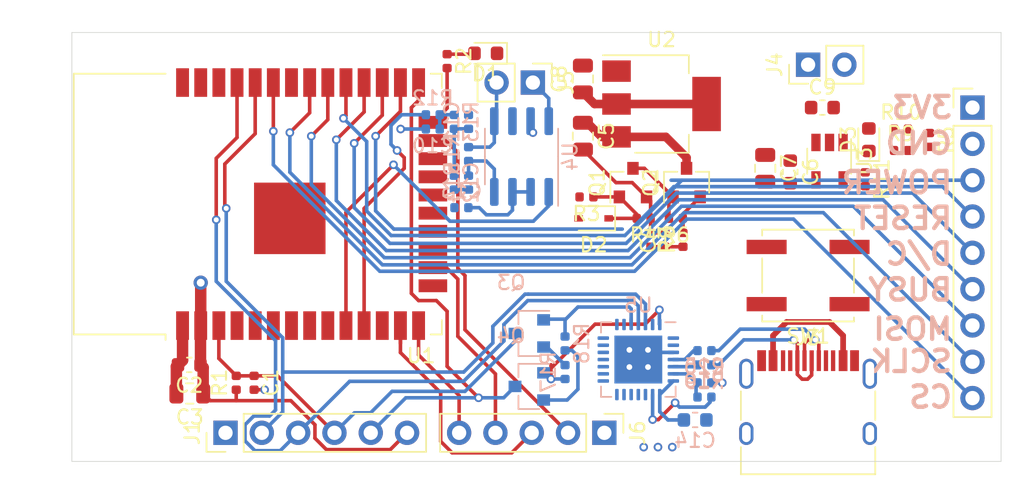
<source format=kicad_pcb>
(kicad_pcb (version 20171130) (host pcbnew "(5.1.6)-1")

  (general
    (thickness 1)
    (drawings 13)
    (tracks 344)
    (zones 0)
    (modules 54)
    (nets 83)
  )

  (page A4)
  (layers
    (0 F.Cu signal)
    (31 B.Cu signal)
    (32 B.Adhes user)
    (33 F.Adhes user)
    (34 B.Paste user)
    (35 F.Paste user)
    (36 B.SilkS user hide)
    (37 F.SilkS user hide)
    (38 B.Mask user)
    (39 F.Mask user)
    (40 Dwgs.User user)
    (41 Cmts.User user)
    (42 Eco1.User user)
    (43 Eco2.User user)
    (44 Edge.Cuts user)
    (45 Margin user)
    (46 B.CrtYd user)
    (47 F.CrtYd user)
    (48 B.Fab user hide)
    (49 F.Fab user hide)
  )

  (setup
    (last_trace_width 0.25)
    (user_trace_width 0.254)
    (trace_clearance 0.2)
    (zone_clearance 0.508)
    (zone_45_only no)
    (trace_min 0.2)
    (via_size 0.6)
    (via_drill 0.35)
    (via_min_size 0.4)
    (via_min_drill 0.3)
    (user_via 0.6 0.35)
    (user_via 0.8 0.45)
    (uvia_size 0.3)
    (uvia_drill 0.1)
    (uvias_allowed no)
    (uvia_min_size 0.2)
    (uvia_min_drill 0.1)
    (edge_width 0.05)
    (segment_width 0.2)
    (pcb_text_width 0.3)
    (pcb_text_size 1.5 1.5)
    (mod_edge_width 0.12)
    (mod_text_size 1 1)
    (mod_text_width 0.15)
    (pad_size 1.524 1.524)
    (pad_drill 0.762)
    (pad_to_mask_clearance 0.05)
    (aux_axis_origin 0 0)
    (grid_origin 70 120)
    (visible_elements 7FFFFFFF)
    (pcbplotparams
      (layerselection 0x010fc_ffffffff)
      (usegerberextensions false)
      (usegerberattributes true)
      (usegerberadvancedattributes true)
      (creategerberjobfile true)
      (excludeedgelayer true)
      (linewidth 0.100000)
      (plotframeref false)
      (viasonmask false)
      (mode 1)
      (useauxorigin false)
      (hpglpennumber 1)
      (hpglpenspeed 20)
      (hpglpendiameter 15.000000)
      (psnegative false)
      (psa4output false)
      (plotreference true)
      (plotvalue true)
      (plotinvisibletext false)
      (padsonsilk false)
      (subtractmaskfromsilk false)
      (outputformat 1)
      (mirror false)
      (drillshape 1)
      (scaleselection 1)
      (outputdirectory ""))
  )

  (net 0 "")
  (net 1 GND)
  (net 2 /EN)
  (net 3 +3V3)
  (net 4 /ADC_VOL)
  (net 5 "Net-(C5-Pad1)")
  (net 6 +5V)
  (net 7 +BATT)
  (net 8 "Net-(C10-Pad2)")
  (net 9 "Net-(C11-Pad2)")
  (net 10 "Net-(C12-Pad1)")
  (net 11 "Net-(C13-Pad1)")
  (net 12 "Net-(D1-Pad2)")
  (net 13 /Sheet5F4ECFED/ENABLE)
  (net 14 "Net-(D2-Pad1)")
  (net 15 "Net-(D3-Pad2)")
  (net 16 /Sheet5F4ECFED/CHRG_STATE)
  (net 17 /BOOT)
  (net 18 /CS)
  (net 19 /SCLK)
  (net 20 /MOSI)
  (net 21 /BUSY)
  (net 22 /DC)
  (net 23 /RESET)
  (net 24 /POWER)
  (net 25 "Net-(J3-PadB8)")
  (net 26 "Net-(J3-PadA5)")
  (net 27 "Net-(J3-PadA7)")
  (net 28 "Net-(J3-PadA8)")
  (net 29 "Net-(J3-PadB5)")
  (net 30 "Net-(J3-PadA6)")
  (net 31 "Net-(J5-Pad2)")
  (net 32 "Net-(J5-Pad1)")
  (net 33 /TDI)
  (net 34 /TCK)
  (net 35 /TMS)
  (net 36 /TDO)
  (net 37 "Net-(Q1-Pad3)")
  (net 38 "Net-(R2-Pad2)")
  (net 39 /Sheet5F4ECFED/BUTTON)
  (net 40 /Sheet5F4ECFED/USB_CHECK)
  (net 41 "Net-(R11-Pad2)")
  (net 42 /Sheet5F555EA7/INPUT)
  (net 43 "Net-(R14-Pad1)")
  (net 44 "Net-(U1-Pad37)")
  (net 45 "Net-(U1-Pad36)")
  (net 46 "Net-(U1-Pad32)")
  (net 47 "Net-(U1-Pad22)")
  (net 48 "Net-(U1-Pad21)")
  (net 49 "Net-(U1-Pad20)")
  (net 50 "Net-(U1-Pad19)")
  (net 51 "Net-(U1-Pad18)")
  (net 52 "Net-(U1-Pad17)")
  (net 53 "Net-(U1-Pad12)")
  (net 54 /Sheet5F555EA7/SHUTDOWN)
  (net 55 "Net-(U1-Pad4)")
  (net 56 "Net-(C15-Pad2)")
  (net 57 /TXD0)
  (net 58 /RXD0)
  (net 59 "Net-(Q3-Pad1)")
  (net 60 "Net-(Q3-Pad2)")
  (net 61 "Net-(Q4-Pad1)")
  (net 62 "Net-(Q4-Pad2)")
  (net 63 "Net-(R16-Pad1)")
  (net 64 "Net-(U5-Pad27)")
  (net 65 "Net-(U5-Pad23)")
  (net 66 "Net-(U5-Pad22)")
  (net 67 "Net-(U5-Pad21)")
  (net 68 "Net-(U5-Pad20)")
  (net 69 "Net-(U5-Pad19)")
  (net 70 "Net-(U5-Pad18)")
  (net 71 "Net-(U5-Pad17)")
  (net 72 "Net-(U5-Pad16)")
  (net 73 "Net-(U5-Pad15)")
  (net 74 "Net-(U5-Pad14)")
  (net 75 "Net-(U5-Pad13)")
  (net 76 "Net-(U5-Pad12)")
  (net 77 "Net-(U5-Pad11)")
  (net 78 "Net-(U5-Pad10)")
  (net 79 "Net-(U5-Pad2)")
  (net 80 "Net-(U5-Pad1)")
  (net 81 "Net-(R19-Pad1)")
  (net 82 "Net-(R20-Pad1)")

  (net_class Default "This is the default net class."
    (clearance 0.2)
    (trace_width 0.25)
    (via_dia 0.6)
    (via_drill 0.35)
    (uvia_dia 0.3)
    (uvia_drill 0.1)
    (add_net +3V3)
    (add_net +5V)
    (add_net +BATT)
    (add_net /ADC_VOL)
    (add_net /BOOT)
    (add_net /BUSY)
    (add_net /CS)
    (add_net /DC)
    (add_net /EN)
    (add_net /MOSI)
    (add_net /POWER)
    (add_net /RESET)
    (add_net /RXD0)
    (add_net /SCLK)
    (add_net /Sheet5F4ECFED/BUTTON)
    (add_net /Sheet5F4ECFED/CHRG_STATE)
    (add_net /Sheet5F4ECFED/ENABLE)
    (add_net /Sheet5F4ECFED/USB_CHECK)
    (add_net /Sheet5F555EA7/INPUT)
    (add_net /Sheet5F555EA7/SHUTDOWN)
    (add_net /TCK)
    (add_net /TDI)
    (add_net /TDO)
    (add_net /TMS)
    (add_net /TXD0)
    (add_net GND)
    (add_net "Net-(C10-Pad2)")
    (add_net "Net-(C11-Pad2)")
    (add_net "Net-(C12-Pad1)")
    (add_net "Net-(C13-Pad1)")
    (add_net "Net-(C15-Pad2)")
    (add_net "Net-(C5-Pad1)")
    (add_net "Net-(D1-Pad2)")
    (add_net "Net-(D2-Pad1)")
    (add_net "Net-(D3-Pad2)")
    (add_net "Net-(J3-PadA5)")
    (add_net "Net-(J3-PadA6)")
    (add_net "Net-(J3-PadA7)")
    (add_net "Net-(J3-PadA8)")
    (add_net "Net-(J3-PadB5)")
    (add_net "Net-(J3-PadB8)")
    (add_net "Net-(J5-Pad1)")
    (add_net "Net-(J5-Pad2)")
    (add_net "Net-(Q1-Pad3)")
    (add_net "Net-(Q3-Pad1)")
    (add_net "Net-(Q3-Pad2)")
    (add_net "Net-(Q4-Pad1)")
    (add_net "Net-(Q4-Pad2)")
    (add_net "Net-(R11-Pad2)")
    (add_net "Net-(R14-Pad1)")
    (add_net "Net-(R16-Pad1)")
    (add_net "Net-(R19-Pad1)")
    (add_net "Net-(R2-Pad2)")
    (add_net "Net-(R20-Pad1)")
    (add_net "Net-(U1-Pad12)")
    (add_net "Net-(U1-Pad17)")
    (add_net "Net-(U1-Pad18)")
    (add_net "Net-(U1-Pad19)")
    (add_net "Net-(U1-Pad20)")
    (add_net "Net-(U1-Pad21)")
    (add_net "Net-(U1-Pad22)")
    (add_net "Net-(U1-Pad32)")
    (add_net "Net-(U1-Pad36)")
    (add_net "Net-(U1-Pad37)")
    (add_net "Net-(U1-Pad4)")
    (add_net "Net-(U5-Pad1)")
    (add_net "Net-(U5-Pad10)")
    (add_net "Net-(U5-Pad11)")
    (add_net "Net-(U5-Pad12)")
    (add_net "Net-(U5-Pad13)")
    (add_net "Net-(U5-Pad14)")
    (add_net "Net-(U5-Pad15)")
    (add_net "Net-(U5-Pad16)")
    (add_net "Net-(U5-Pad17)")
    (add_net "Net-(U5-Pad18)")
    (add_net "Net-(U5-Pad19)")
    (add_net "Net-(U5-Pad2)")
    (add_net "Net-(U5-Pad20)")
    (add_net "Net-(U5-Pad21)")
    (add_net "Net-(U5-Pad22)")
    (add_net "Net-(U5-Pad23)")
    (add_net "Net-(U5-Pad27)")
  )

  (module Resistor_SMD:R_0402_1005Metric (layer B.Cu) (tedit 5B301BBD) (tstamp 5F518A80)
    (at 114.25 112.25)
    (descr "Resistor SMD 0402 (1005 Metric), square (rectangular) end terminal, IPC_7351 nominal, (Body size source: http://www.tortai-tech.com/upload/download/2011102023233369053.pdf), generated with kicad-footprint-generator")
    (tags resistor)
    (path /5F4ECFED/5F525525)
    (attr smd)
    (fp_text reference R20 (at 0 1.17) (layer B.SilkS)
      (effects (font (size 1 1) (thickness 0.15)) (justify mirror))
    )
    (fp_text value 22 (at 0 -1.17) (layer B.Fab)
      (effects (font (size 1 1) (thickness 0.15)) (justify mirror))
    )
    (fp_text user %R (at 0 0) (layer B.Fab)
      (effects (font (size 0.25 0.25) (thickness 0.04)) (justify mirror))
    )
    (fp_line (start -0.5 -0.25) (end -0.5 0.25) (layer B.Fab) (width 0.1))
    (fp_line (start -0.5 0.25) (end 0.5 0.25) (layer B.Fab) (width 0.1))
    (fp_line (start 0.5 0.25) (end 0.5 -0.25) (layer B.Fab) (width 0.1))
    (fp_line (start 0.5 -0.25) (end -0.5 -0.25) (layer B.Fab) (width 0.1))
    (fp_line (start -0.93 -0.47) (end -0.93 0.47) (layer B.CrtYd) (width 0.05))
    (fp_line (start -0.93 0.47) (end 0.93 0.47) (layer B.CrtYd) (width 0.05))
    (fp_line (start 0.93 0.47) (end 0.93 -0.47) (layer B.CrtYd) (width 0.05))
    (fp_line (start 0.93 -0.47) (end -0.93 -0.47) (layer B.CrtYd) (width 0.05))
    (pad 2 smd roundrect (at 0.485 0) (size 0.59 0.64) (layers B.Cu B.Paste B.Mask) (roundrect_rratio 0.25)
      (net 30 "Net-(J3-PadA6)"))
    (pad 1 smd roundrect (at -0.485 0) (size 0.59 0.64) (layers B.Cu B.Paste B.Mask) (roundrect_rratio 0.25)
      (net 82 "Net-(R20-Pad1)"))
    (model ${KISYS3DMOD}/Resistor_SMD.3dshapes/R_0402_1005Metric.wrl
      (at (xyz 0 0 0))
      (scale (xyz 1 1 1))
      (rotate (xyz 0 0 0))
    )
  )

  (module Resistor_SMD:R_0402_1005Metric (layer B.Cu) (tedit 5B301BBD) (tstamp 5F518A71)
    (at 114.25 113.25)
    (descr "Resistor SMD 0402 (1005 Metric), square (rectangular) end terminal, IPC_7351 nominal, (Body size source: http://www.tortai-tech.com/upload/download/2011102023233369053.pdf), generated with kicad-footprint-generator")
    (tags resistor)
    (path /5F4ECFED/5F524A26)
    (attr smd)
    (fp_text reference R19 (at 0 1.17) (layer B.SilkS)
      (effects (font (size 1 1) (thickness 0.15)) (justify mirror))
    )
    (fp_text value 22 (at 0 -1.17) (layer B.Fab)
      (effects (font (size 1 1) (thickness 0.15)) (justify mirror))
    )
    (fp_text user %R (at 0 0) (layer B.Fab)
      (effects (font (size 0.25 0.25) (thickness 0.04)) (justify mirror))
    )
    (fp_line (start -0.5 -0.25) (end -0.5 0.25) (layer B.Fab) (width 0.1))
    (fp_line (start -0.5 0.25) (end 0.5 0.25) (layer B.Fab) (width 0.1))
    (fp_line (start 0.5 0.25) (end 0.5 -0.25) (layer B.Fab) (width 0.1))
    (fp_line (start 0.5 -0.25) (end -0.5 -0.25) (layer B.Fab) (width 0.1))
    (fp_line (start -0.93 -0.47) (end -0.93 0.47) (layer B.CrtYd) (width 0.05))
    (fp_line (start -0.93 0.47) (end 0.93 0.47) (layer B.CrtYd) (width 0.05))
    (fp_line (start 0.93 0.47) (end 0.93 -0.47) (layer B.CrtYd) (width 0.05))
    (fp_line (start 0.93 -0.47) (end -0.93 -0.47) (layer B.CrtYd) (width 0.05))
    (pad 2 smd roundrect (at 0.485 0) (size 0.59 0.64) (layers B.Cu B.Paste B.Mask) (roundrect_rratio 0.25)
      (net 27 "Net-(J3-PadA7)"))
    (pad 1 smd roundrect (at -0.485 0) (size 0.59 0.64) (layers B.Cu B.Paste B.Mask) (roundrect_rratio 0.25)
      (net 81 "Net-(R19-Pad1)"))
    (model ${KISYS3DMOD}/Resistor_SMD.3dshapes/R_0402_1005Metric.wrl
      (at (xyz 0 0 0))
      (scale (xyz 1 1 1))
      (rotate (xyz 0 0 0))
    )
  )

  (module Package_TO_SOT_SMD:SOT-23 (layer B.Cu) (tedit 5A02FF57) (tstamp 5F5026B1)
    (at 102 114.755001 180)
    (descr "SOT-23, Standard")
    (tags SOT-23)
    (path /5F4ECFED/5F5842CA)
    (attr smd)
    (fp_text reference Q4 (at 1.27 3.56) (layer B.SilkS)
      (effects (font (size 1 1) (thickness 0.15)) (justify mirror))
    )
    (fp_text value S8050 (at 1.27 -2.79) (layer B.Fab)
      (effects (font (size 1 1) (thickness 0.15)) (justify mirror))
    )
    (fp_line (start 0.76 -1.58) (end -0.7 -1.58) (layer B.SilkS) (width 0.12))
    (fp_line (start 0.76 1.58) (end -1.4 1.58) (layer B.SilkS) (width 0.12))
    (fp_line (start -1.7 -1.75) (end -1.7 1.75) (layer B.CrtYd) (width 0.05))
    (fp_line (start 1.7 -1.75) (end -1.7 -1.75) (layer B.CrtYd) (width 0.05))
    (fp_line (start 1.7 1.75) (end 1.7 -1.75) (layer B.CrtYd) (width 0.05))
    (fp_line (start -1.7 1.75) (end 1.7 1.75) (layer B.CrtYd) (width 0.05))
    (fp_line (start 0.76 1.58) (end 0.76 0.65) (layer B.SilkS) (width 0.12))
    (fp_line (start 0.76 -1.58) (end 0.76 -0.65) (layer B.SilkS) (width 0.12))
    (fp_line (start -0.7 -1.52) (end 0.7 -1.52) (layer B.Fab) (width 0.1))
    (fp_line (start 0.7 1.52) (end 0.7 -1.52) (layer B.Fab) (width 0.1))
    (fp_line (start -0.7 0.95) (end -0.15 1.52) (layer B.Fab) (width 0.1))
    (fp_line (start -0.15 1.52) (end 0.7 1.52) (layer B.Fab) (width 0.1))
    (fp_line (start -0.7 0.95) (end -0.7 -1.5) (layer B.Fab) (width 0.1))
    (fp_text user %R (at 1.27 3.56) (layer B.Fab)
      (effects (font (size 1 1) (thickness 0.15)) (justify mirror))
    )
    (pad 3 smd rect (at 1 0 180) (size 0.9 0.8) (layers B.Cu B.Paste B.Mask)
      (net 17 /BOOT))
    (pad 2 smd rect (at -1 -0.95 180) (size 0.9 0.8) (layers B.Cu B.Paste B.Mask)
      (net 62 "Net-(Q4-Pad2)"))
    (pad 1 smd rect (at -1 0.95 180) (size 0.9 0.8) (layers B.Cu B.Paste B.Mask)
      (net 61 "Net-(Q4-Pad1)"))
    (model ${KISYS3DMOD}/Package_TO_SOT_SMD.3dshapes/SOT-23.wrl
      (at (xyz 0 0 0))
      (scale (xyz 1 1 1))
      (rotate (xyz 0 0 0))
    )
  )

  (module Package_TO_SOT_SMD:SOT-23 (layer B.Cu) (tedit 5A02FF57) (tstamp 5F50269F)
    (at 102 111.05 180)
    (descr "SOT-23, Standard")
    (tags SOT-23)
    (path /5F4ECFED/5F56F435)
    (attr smd)
    (fp_text reference Q3 (at 1.27 3.56) (layer B.SilkS)
      (effects (font (size 1 1) (thickness 0.15)) (justify mirror))
    )
    (fp_text value S8050 (at 1.27 -2.79) (layer B.Fab)
      (effects (font (size 1 1) (thickness 0.15)) (justify mirror))
    )
    (fp_line (start 0.76 -1.58) (end -0.7 -1.58) (layer B.SilkS) (width 0.12))
    (fp_line (start 0.76 1.58) (end -1.4 1.58) (layer B.SilkS) (width 0.12))
    (fp_line (start -1.7 -1.75) (end -1.7 1.75) (layer B.CrtYd) (width 0.05))
    (fp_line (start 1.7 -1.75) (end -1.7 -1.75) (layer B.CrtYd) (width 0.05))
    (fp_line (start 1.7 1.75) (end 1.7 -1.75) (layer B.CrtYd) (width 0.05))
    (fp_line (start -1.7 1.75) (end 1.7 1.75) (layer B.CrtYd) (width 0.05))
    (fp_line (start 0.76 1.58) (end 0.76 0.65) (layer B.SilkS) (width 0.12))
    (fp_line (start 0.76 -1.58) (end 0.76 -0.65) (layer B.SilkS) (width 0.12))
    (fp_line (start -0.7 -1.52) (end 0.7 -1.52) (layer B.Fab) (width 0.1))
    (fp_line (start 0.7 1.52) (end 0.7 -1.52) (layer B.Fab) (width 0.1))
    (fp_line (start -0.7 0.95) (end -0.15 1.52) (layer B.Fab) (width 0.1))
    (fp_line (start -0.15 1.52) (end 0.7 1.52) (layer B.Fab) (width 0.1))
    (fp_line (start -0.7 0.95) (end -0.7 -1.5) (layer B.Fab) (width 0.1))
    (fp_text user %R (at 1.27 3.56) (layer B.Fab)
      (effects (font (size 1 1) (thickness 0.15)) (justify mirror))
    )
    (pad 3 smd rect (at 1 0 180) (size 0.9 0.8) (layers B.Cu B.Paste B.Mask)
      (net 2 /EN))
    (pad 2 smd rect (at -1 -0.95 180) (size 0.9 0.8) (layers B.Cu B.Paste B.Mask)
      (net 60 "Net-(Q3-Pad2)"))
    (pad 1 smd rect (at -1 0.95 180) (size 0.9 0.8) (layers B.Cu B.Paste B.Mask)
      (net 59 "Net-(Q3-Pad1)"))
    (model ${KISYS3DMOD}/Package_TO_SOT_SMD.3dshapes/SOT-23.wrl
      (at (xyz 0 0 0))
      (scale (xyz 1 1 1))
      (rotate (xyz 0 0 0))
    )
  )

  (module Package_DFN_QFN:QFN-28-1EP_5x5mm_P0.5mm_EP3.35x3.35mm (layer B.Cu) (tedit 5DC5F6A4) (tstamp 5F502A4F)
    (at 109.624999 112.875001 180)
    (descr "QFN, 28 Pin (http://ww1.microchip.com/downloads/en/PackagingSpec/00000049BQ.pdf#page=283), generated with kicad-footprint-generator ipc_noLead_generator.py")
    (tags "QFN NoLead")
    (path /5F4ECFED/5F567655)
    (attr smd)
    (fp_text reference U5 (at 0 3.8) (layer B.SilkS)
      (effects (font (size 1 1) (thickness 0.15)) (justify mirror))
    )
    (fp_text value CP2102N-A01-GQFN28 (at 0 -3.8) (layer B.Fab)
      (effects (font (size 1 1) (thickness 0.15)) (justify mirror))
    )
    (fp_text user %R (at 0 0) (layer B.Fab)
      (effects (font (size 1 1) (thickness 0.15)) (justify mirror))
    )
    (fp_line (start 1.885 2.61) (end 2.61 2.61) (layer B.SilkS) (width 0.12))
    (fp_line (start 2.61 2.61) (end 2.61 1.885) (layer B.SilkS) (width 0.12))
    (fp_line (start -1.885 -2.61) (end -2.61 -2.61) (layer B.SilkS) (width 0.12))
    (fp_line (start -2.61 -2.61) (end -2.61 -1.885) (layer B.SilkS) (width 0.12))
    (fp_line (start 1.885 -2.61) (end 2.61 -2.61) (layer B.SilkS) (width 0.12))
    (fp_line (start 2.61 -2.61) (end 2.61 -1.885) (layer B.SilkS) (width 0.12))
    (fp_line (start -1.885 2.61) (end -2.61 2.61) (layer B.SilkS) (width 0.12))
    (fp_line (start -1.5 2.5) (end 2.5 2.5) (layer B.Fab) (width 0.1))
    (fp_line (start 2.5 2.5) (end 2.5 -2.5) (layer B.Fab) (width 0.1))
    (fp_line (start 2.5 -2.5) (end -2.5 -2.5) (layer B.Fab) (width 0.1))
    (fp_line (start -2.5 -2.5) (end -2.5 1.5) (layer B.Fab) (width 0.1))
    (fp_line (start -2.5 1.5) (end -1.5 2.5) (layer B.Fab) (width 0.1))
    (fp_line (start -3.1 3.1) (end -3.1 -3.1) (layer B.CrtYd) (width 0.05))
    (fp_line (start -3.1 -3.1) (end 3.1 -3.1) (layer B.CrtYd) (width 0.05))
    (fp_line (start 3.1 -3.1) (end 3.1 3.1) (layer B.CrtYd) (width 0.05))
    (fp_line (start 3.1 3.1) (end -3.1 3.1) (layer B.CrtYd) (width 0.05))
    (pad 1 smd roundrect (at -2.45 1.5 180) (size 0.8 0.25) (layers B.Cu B.Paste B.Mask) (roundrect_rratio 0.25)
      (net 80 "Net-(U5-Pad1)"))
    (pad 2 smd roundrect (at -2.45 1 180) (size 0.8 0.25) (layers B.Cu B.Paste B.Mask) (roundrect_rratio 0.25)
      (net 79 "Net-(U5-Pad2)"))
    (pad 3 smd roundrect (at -2.45 0.5 180) (size 0.8 0.25) (layers B.Cu B.Paste B.Mask) (roundrect_rratio 0.25)
      (net 1 GND))
    (pad 4 smd roundrect (at -2.45 0 180) (size 0.8 0.25) (layers B.Cu B.Paste B.Mask) (roundrect_rratio 0.25)
      (net 82 "Net-(R20-Pad1)"))
    (pad 5 smd roundrect (at -2.45 -0.5 180) (size 0.8 0.25) (layers B.Cu B.Paste B.Mask) (roundrect_rratio 0.25)
      (net 81 "Net-(R19-Pad1)"))
    (pad 6 smd roundrect (at -2.45 -1 180) (size 0.8 0.25) (layers B.Cu B.Paste B.Mask) (roundrect_rratio 0.25)
      (net 56 "Net-(C15-Pad2)"))
    (pad 7 smd roundrect (at -2.45 -1.5 180) (size 0.8 0.25) (layers B.Cu B.Paste B.Mask) (roundrect_rratio 0.25)
      (net 6 +5V))
    (pad 8 smd roundrect (at -1.5 -2.45 180) (size 0.25 0.8) (layers B.Cu B.Paste B.Mask) (roundrect_rratio 0.25)
      (net 6 +5V))
    (pad 9 smd roundrect (at -1 -2.45 180) (size 0.25 0.8) (layers B.Cu B.Paste B.Mask) (roundrect_rratio 0.25)
      (net 63 "Net-(R16-Pad1)"))
    (pad 10 smd roundrect (at -0.5 -2.45 180) (size 0.25 0.8) (layers B.Cu B.Paste B.Mask) (roundrect_rratio 0.25)
      (net 78 "Net-(U5-Pad10)"))
    (pad 11 smd roundrect (at 0 -2.45 180) (size 0.25 0.8) (layers B.Cu B.Paste B.Mask) (roundrect_rratio 0.25)
      (net 77 "Net-(U5-Pad11)"))
    (pad 12 smd roundrect (at 0.5 -2.45 180) (size 0.25 0.8) (layers B.Cu B.Paste B.Mask) (roundrect_rratio 0.25)
      (net 76 "Net-(U5-Pad12)"))
    (pad 13 smd roundrect (at 1 -2.45 180) (size 0.25 0.8) (layers B.Cu B.Paste B.Mask) (roundrect_rratio 0.25)
      (net 75 "Net-(U5-Pad13)"))
    (pad 14 smd roundrect (at 1.5 -2.45 180) (size 0.25 0.8) (layers B.Cu B.Paste B.Mask) (roundrect_rratio 0.25)
      (net 74 "Net-(U5-Pad14)"))
    (pad 15 smd roundrect (at 2.45 -1.5 180) (size 0.8 0.25) (layers B.Cu B.Paste B.Mask) (roundrect_rratio 0.25)
      (net 73 "Net-(U5-Pad15)"))
    (pad 16 smd roundrect (at 2.45 -1 180) (size 0.8 0.25) (layers B.Cu B.Paste B.Mask) (roundrect_rratio 0.25)
      (net 72 "Net-(U5-Pad16)"))
    (pad 17 smd roundrect (at 2.45 -0.5 180) (size 0.8 0.25) (layers B.Cu B.Paste B.Mask) (roundrect_rratio 0.25)
      (net 71 "Net-(U5-Pad17)"))
    (pad 18 smd roundrect (at 2.45 0 180) (size 0.8 0.25) (layers B.Cu B.Paste B.Mask) (roundrect_rratio 0.25)
      (net 70 "Net-(U5-Pad18)"))
    (pad 19 smd roundrect (at 2.45 0.5 180) (size 0.8 0.25) (layers B.Cu B.Paste B.Mask) (roundrect_rratio 0.25)
      (net 69 "Net-(U5-Pad19)"))
    (pad 20 smd roundrect (at 2.45 1 180) (size 0.8 0.25) (layers B.Cu B.Paste B.Mask) (roundrect_rratio 0.25)
      (net 68 "Net-(U5-Pad20)"))
    (pad 21 smd roundrect (at 2.45 1.5 180) (size 0.8 0.25) (layers B.Cu B.Paste B.Mask) (roundrect_rratio 0.25)
      (net 67 "Net-(U5-Pad21)"))
    (pad 22 smd roundrect (at 1.5 2.45 180) (size 0.25 0.8) (layers B.Cu B.Paste B.Mask) (roundrect_rratio 0.25)
      (net 66 "Net-(U5-Pad22)"))
    (pad 23 smd roundrect (at 1 2.45 180) (size 0.25 0.8) (layers B.Cu B.Paste B.Mask) (roundrect_rratio 0.25)
      (net 65 "Net-(U5-Pad23)"))
    (pad 24 smd roundrect (at 0.5 2.45 180) (size 0.25 0.8) (layers B.Cu B.Paste B.Mask) (roundrect_rratio 0.25)
      (net 59 "Net-(Q3-Pad1)"))
    (pad 25 smd roundrect (at 0 2.45 180) (size 0.25 0.8) (layers B.Cu B.Paste B.Mask) (roundrect_rratio 0.25)
      (net 57 /TXD0))
    (pad 26 smd roundrect (at -0.5 2.45 180) (size 0.25 0.8) (layers B.Cu B.Paste B.Mask) (roundrect_rratio 0.25)
      (net 58 /RXD0))
    (pad 27 smd roundrect (at -1 2.45 180) (size 0.25 0.8) (layers B.Cu B.Paste B.Mask) (roundrect_rratio 0.25)
      (net 64 "Net-(U5-Pad27)"))
    (pad 28 smd roundrect (at -1.5 2.45 180) (size 0.25 0.8) (layers B.Cu B.Paste B.Mask) (roundrect_rratio 0.25)
      (net 61 "Net-(Q4-Pad1)"))
    (pad 29 smd rect (at 0 0 180) (size 3.35 3.35) (layers B.Cu B.Mask)
      (net 1 GND))
    (pad "" smd roundrect (at -1.12 1.12 180) (size 0.9 0.9) (layers B.Paste) (roundrect_rratio 0.25))
    (pad "" smd roundrect (at -1.12 0 180) (size 0.9 0.9) (layers B.Paste) (roundrect_rratio 0.25))
    (pad "" smd roundrect (at -1.12 -1.12 180) (size 0.9 0.9) (layers B.Paste) (roundrect_rratio 0.25))
    (pad "" smd roundrect (at 0 1.12 180) (size 0.9 0.9) (layers B.Paste) (roundrect_rratio 0.25))
    (pad "" smd roundrect (at 0 0 180) (size 0.9 0.9) (layers B.Paste) (roundrect_rratio 0.25))
    (pad "" smd roundrect (at 0 -1.12 180) (size 0.9 0.9) (layers B.Paste) (roundrect_rratio 0.25))
    (pad "" smd roundrect (at 1.12 1.12 180) (size 0.9 0.9) (layers B.Paste) (roundrect_rratio 0.25))
    (pad "" smd roundrect (at 1.12 0 180) (size 0.9 0.9) (layers B.Paste) (roundrect_rratio 0.25))
    (pad "" smd roundrect (at 1.12 -1.12 180) (size 0.9 0.9) (layers B.Paste) (roundrect_rratio 0.25))
    (model ${KISYS3DMOD}/Package_DFN_QFN.3dshapes/QFN-28-1EP_5x5mm_P0.5mm_EP3.35x3.35mm.wrl
      (at (xyz 0 0 0))
      (scale (xyz 1 1 1))
      (rotate (xyz 0 0 0))
    )
  )

  (module Resistor_SMD:R_0402_1005Metric (layer B.Cu) (tedit 5B301BBD) (tstamp 5F502882)
    (at 104.5 111.75 90)
    (descr "Resistor SMD 0402 (1005 Metric), square (rectangular) end terminal, IPC_7351 nominal, (Body size source: http://www.tortai-tech.com/upload/download/2011102023233369053.pdf), generated with kicad-footprint-generator")
    (tags resistor)
    (path /5F4ECFED/5F57697D)
    (attr smd)
    (fp_text reference R18 (at 0 1.17 90) (layer B.SilkS)
      (effects (font (size 1 1) (thickness 0.15)) (justify mirror))
    )
    (fp_text value 10K (at 0 -1.17 90) (layer B.Fab)
      (effects (font (size 1 1) (thickness 0.15)) (justify mirror))
    )
    (fp_line (start 0.93 -0.47) (end -0.93 -0.47) (layer B.CrtYd) (width 0.05))
    (fp_line (start 0.93 0.47) (end 0.93 -0.47) (layer B.CrtYd) (width 0.05))
    (fp_line (start -0.93 0.47) (end 0.93 0.47) (layer B.CrtYd) (width 0.05))
    (fp_line (start -0.93 -0.47) (end -0.93 0.47) (layer B.CrtYd) (width 0.05))
    (fp_line (start 0.5 -0.25) (end -0.5 -0.25) (layer B.Fab) (width 0.1))
    (fp_line (start 0.5 0.25) (end 0.5 -0.25) (layer B.Fab) (width 0.1))
    (fp_line (start -0.5 0.25) (end 0.5 0.25) (layer B.Fab) (width 0.1))
    (fp_line (start -0.5 -0.25) (end -0.5 0.25) (layer B.Fab) (width 0.1))
    (fp_text user %R (at 0 0 90) (layer B.Fab)
      (effects (font (size 0.25 0.25) (thickness 0.04)) (justify mirror))
    )
    (pad 2 smd roundrect (at 0.485 0 90) (size 0.59 0.64) (layers B.Cu B.Paste B.Mask) (roundrect_rratio 0.25)
      (net 59 "Net-(Q3-Pad1)"))
    (pad 1 smd roundrect (at -0.485 0 90) (size 0.59 0.64) (layers B.Cu B.Paste B.Mask) (roundrect_rratio 0.25)
      (net 62 "Net-(Q4-Pad2)"))
    (model ${KISYS3DMOD}/Resistor_SMD.3dshapes/R_0402_1005Metric.wrl
      (at (xyz 0 0 0))
      (scale (xyz 1 1 1))
      (rotate (xyz 0 0 0))
    )
  )

  (module Resistor_SMD:R_0402_1005Metric (layer B.Cu) (tedit 5B301BBD) (tstamp 5F502873)
    (at 104.5 113.75 270)
    (descr "Resistor SMD 0402 (1005 Metric), square (rectangular) end terminal, IPC_7351 nominal, (Body size source: http://www.tortai-tech.com/upload/download/2011102023233369053.pdf), generated with kicad-footprint-generator")
    (tags resistor)
    (path /5F4ECFED/5F5762E2)
    (attr smd)
    (fp_text reference R17 (at 0 1.17 90) (layer B.SilkS)
      (effects (font (size 1 1) (thickness 0.15)) (justify mirror))
    )
    (fp_text value 10K (at 0 -1.17 90) (layer B.Fab)
      (effects (font (size 1 1) (thickness 0.15)) (justify mirror))
    )
    (fp_line (start 0.93 -0.47) (end -0.93 -0.47) (layer B.CrtYd) (width 0.05))
    (fp_line (start 0.93 0.47) (end 0.93 -0.47) (layer B.CrtYd) (width 0.05))
    (fp_line (start -0.93 0.47) (end 0.93 0.47) (layer B.CrtYd) (width 0.05))
    (fp_line (start -0.93 -0.47) (end -0.93 0.47) (layer B.CrtYd) (width 0.05))
    (fp_line (start 0.5 -0.25) (end -0.5 -0.25) (layer B.Fab) (width 0.1))
    (fp_line (start 0.5 0.25) (end 0.5 -0.25) (layer B.Fab) (width 0.1))
    (fp_line (start -0.5 0.25) (end 0.5 0.25) (layer B.Fab) (width 0.1))
    (fp_line (start -0.5 -0.25) (end -0.5 0.25) (layer B.Fab) (width 0.1))
    (fp_text user %R (at 0 0 90) (layer B.Fab)
      (effects (font (size 0.25 0.25) (thickness 0.04)) (justify mirror))
    )
    (pad 2 smd roundrect (at 0.485 0 270) (size 0.59 0.64) (layers B.Cu B.Paste B.Mask) (roundrect_rratio 0.25)
      (net 61 "Net-(Q4-Pad1)"))
    (pad 1 smd roundrect (at -0.485 0 270) (size 0.59 0.64) (layers B.Cu B.Paste B.Mask) (roundrect_rratio 0.25)
      (net 60 "Net-(Q3-Pad2)"))
    (model ${KISYS3DMOD}/Resistor_SMD.3dshapes/R_0402_1005Metric.wrl
      (at (xyz 0 0 0))
      (scale (xyz 1 1 1))
      (rotate (xyz 0 0 0))
    )
  )

  (module Resistor_SMD:R_0402_1005Metric (layer B.Cu) (tedit 5B301BBD) (tstamp 5F502864)
    (at 114.25 115.5 180)
    (descr "Resistor SMD 0402 (1005 Metric), square (rectangular) end terminal, IPC_7351 nominal, (Body size source: http://www.tortai-tech.com/upload/download/2011102023233369053.pdf), generated with kicad-footprint-generator")
    (tags resistor)
    (path /5F4ECFED/5F56C1C8)
    (attr smd)
    (fp_text reference R16 (at 0 1.17) (layer B.SilkS)
      (effects (font (size 1 1) (thickness 0.15)) (justify mirror))
    )
    (fp_text value 3K (at 0 -1.17) (layer B.Fab)
      (effects (font (size 1 1) (thickness 0.15)) (justify mirror))
    )
    (fp_line (start 0.93 -0.47) (end -0.93 -0.47) (layer B.CrtYd) (width 0.05))
    (fp_line (start 0.93 0.47) (end 0.93 -0.47) (layer B.CrtYd) (width 0.05))
    (fp_line (start -0.93 0.47) (end 0.93 0.47) (layer B.CrtYd) (width 0.05))
    (fp_line (start -0.93 -0.47) (end -0.93 0.47) (layer B.CrtYd) (width 0.05))
    (fp_line (start 0.5 -0.25) (end -0.5 -0.25) (layer B.Fab) (width 0.1))
    (fp_line (start 0.5 0.25) (end 0.5 -0.25) (layer B.Fab) (width 0.1))
    (fp_line (start -0.5 0.25) (end 0.5 0.25) (layer B.Fab) (width 0.1))
    (fp_line (start -0.5 -0.25) (end -0.5 0.25) (layer B.Fab) (width 0.1))
    (fp_text user %R (at 0 0) (layer B.Fab)
      (effects (font (size 0.25 0.25) (thickness 0.04)) (justify mirror))
    )
    (pad 2 smd roundrect (at 0.485 0 180) (size 0.59 0.64) (layers B.Cu B.Paste B.Mask) (roundrect_rratio 0.25)
      (net 56 "Net-(C15-Pad2)"))
    (pad 1 smd roundrect (at -0.485 0 180) (size 0.59 0.64) (layers B.Cu B.Paste B.Mask) (roundrect_rratio 0.25)
      (net 63 "Net-(R16-Pad1)"))
    (model ${KISYS3DMOD}/Resistor_SMD.3dshapes/R_0402_1005Metric.wrl
      (at (xyz 0 0 0))
      (scale (xyz 1 1 1))
      (rotate (xyz 0 0 0))
    )
  )

  (module Capacitor_SMD:C_0402_1005Metric (layer B.Cu) (tedit 5B301BBE) (tstamp 5F50248B)
    (at 114.25 114.5 180)
    (descr "Capacitor SMD 0402 (1005 Metric), square (rectangular) end terminal, IPC_7351 nominal, (Body size source: http://www.tortai-tech.com/upload/download/2011102023233369053.pdf), generated with kicad-footprint-generator")
    (tags capacitor)
    (path /5F4ECFED/5F5AB474)
    (attr smd)
    (fp_text reference C15 (at 0 1.17) (layer B.SilkS)
      (effects (font (size 1 1) (thickness 0.15)) (justify mirror))
    )
    (fp_text value 0.1uf (at 0 -1.17) (layer B.Fab)
      (effects (font (size 1 1) (thickness 0.15)) (justify mirror))
    )
    (fp_line (start 0.93 -0.47) (end -0.93 -0.47) (layer B.CrtYd) (width 0.05))
    (fp_line (start 0.93 0.47) (end 0.93 -0.47) (layer B.CrtYd) (width 0.05))
    (fp_line (start -0.93 0.47) (end 0.93 0.47) (layer B.CrtYd) (width 0.05))
    (fp_line (start -0.93 -0.47) (end -0.93 0.47) (layer B.CrtYd) (width 0.05))
    (fp_line (start 0.5 -0.25) (end -0.5 -0.25) (layer B.Fab) (width 0.1))
    (fp_line (start 0.5 0.25) (end 0.5 -0.25) (layer B.Fab) (width 0.1))
    (fp_line (start -0.5 0.25) (end 0.5 0.25) (layer B.Fab) (width 0.1))
    (fp_line (start -0.5 -0.25) (end -0.5 0.25) (layer B.Fab) (width 0.1))
    (fp_text user %R (at 0 0) (layer B.Fab)
      (effects (font (size 0.25 0.25) (thickness 0.04)) (justify mirror))
    )
    (pad 2 smd roundrect (at 0.485 0 180) (size 0.59 0.64) (layers B.Cu B.Paste B.Mask) (roundrect_rratio 0.25)
      (net 56 "Net-(C15-Pad2)"))
    (pad 1 smd roundrect (at -0.485 0 180) (size 0.59 0.64) (layers B.Cu B.Paste B.Mask) (roundrect_rratio 0.25)
      (net 1 GND))
    (model ${KISYS3DMOD}/Capacitor_SMD.3dshapes/C_0402_1005Metric.wrl
      (at (xyz 0 0 0))
      (scale (xyz 1 1 1))
      (rotate (xyz 0 0 0))
    )
  )

  (module Capacitor_SMD:C_0603_1608Metric (layer B.Cu) (tedit 5B301BBE) (tstamp 5F50247C)
    (at 113.6 117.1)
    (descr "Capacitor SMD 0603 (1608 Metric), square (rectangular) end terminal, IPC_7351 nominal, (Body size source: http://www.tortai-tech.com/upload/download/2011102023233369053.pdf), generated with kicad-footprint-generator")
    (tags capacitor)
    (path /5F4ECFED/5F5A9CF0)
    (attr smd)
    (fp_text reference C14 (at 0 1.43) (layer B.SilkS)
      (effects (font (size 1 1) (thickness 0.15)) (justify mirror))
    )
    (fp_text value 1uf (at 0 -1.43) (layer B.Fab)
      (effects (font (size 1 1) (thickness 0.15)) (justify mirror))
    )
    (fp_line (start 1.48 -0.73) (end -1.48 -0.73) (layer B.CrtYd) (width 0.05))
    (fp_line (start 1.48 0.73) (end 1.48 -0.73) (layer B.CrtYd) (width 0.05))
    (fp_line (start -1.48 0.73) (end 1.48 0.73) (layer B.CrtYd) (width 0.05))
    (fp_line (start -1.48 -0.73) (end -1.48 0.73) (layer B.CrtYd) (width 0.05))
    (fp_line (start -0.162779 -0.51) (end 0.162779 -0.51) (layer B.SilkS) (width 0.12))
    (fp_line (start -0.162779 0.51) (end 0.162779 0.51) (layer B.SilkS) (width 0.12))
    (fp_line (start 0.8 -0.4) (end -0.8 -0.4) (layer B.Fab) (width 0.1))
    (fp_line (start 0.8 0.4) (end 0.8 -0.4) (layer B.Fab) (width 0.1))
    (fp_line (start -0.8 0.4) (end 0.8 0.4) (layer B.Fab) (width 0.1))
    (fp_line (start -0.8 -0.4) (end -0.8 0.4) (layer B.Fab) (width 0.1))
    (fp_text user %R (at 0 0) (layer B.Fab)
      (effects (font (size 0.4 0.4) (thickness 0.06)) (justify mirror))
    )
    (pad 2 smd roundrect (at 0.7875 0) (size 0.875 0.95) (layers B.Cu B.Paste B.Mask) (roundrect_rratio 0.25)
      (net 1 GND))
    (pad 1 smd roundrect (at -0.7875 0) (size 0.875 0.95) (layers B.Cu B.Paste B.Mask) (roundrect_rratio 0.25)
      (net 6 +5V))
    (model ${KISYS3DMOD}/Capacitor_SMD.3dshapes/C_0603_1608Metric.wrl
      (at (xyz 0 0 0))
      (scale (xyz 1 1 1))
      (rotate (xyz 0 0 0))
    )
  )

  (module Connector_PinHeader_2.54mm:PinHeader_1x09_P2.54mm_Vertical (layer F.Cu) (tedit 59FED5CC) (tstamp 5F4FCA8D)
    (at 133 95.25)
    (descr "Through hole straight pin header, 1x09, 2.54mm pitch, single row")
    (tags "Through hole pin header THT 1x09 2.54mm single row")
    (path /5F4E0C71)
    (fp_text reference J2 (at 4.385 -2.27) (layer F.SilkS)
      (effects (font (size 1 1) (thickness 0.15)))
    )
    (fp_text value epaper (at 4.385 22.59) (layer F.Fab)
      (effects (font (size 1 1) (thickness 0.15)))
    )
    (fp_line (start 1.8 -1.8) (end -1.8 -1.8) (layer F.CrtYd) (width 0.05))
    (fp_line (start 1.8 22.1) (end 1.8 -1.8) (layer F.CrtYd) (width 0.05))
    (fp_line (start -1.8 22.1) (end 1.8 22.1) (layer F.CrtYd) (width 0.05))
    (fp_line (start -1.8 -1.8) (end -1.8 22.1) (layer F.CrtYd) (width 0.05))
    (fp_line (start -1.33 -1.33) (end 0 -1.33) (layer F.SilkS) (width 0.12))
    (fp_line (start -1.33 0) (end -1.33 -1.33) (layer F.SilkS) (width 0.12))
    (fp_line (start -1.33 1.27) (end 1.33 1.27) (layer F.SilkS) (width 0.12))
    (fp_line (start 1.33 1.27) (end 1.33 21.65) (layer F.SilkS) (width 0.12))
    (fp_line (start -1.33 1.27) (end -1.33 21.65) (layer F.SilkS) (width 0.12))
    (fp_line (start -1.33 21.65) (end 1.33 21.65) (layer F.SilkS) (width 0.12))
    (fp_line (start -1.27 -0.635) (end -0.635 -1.27) (layer F.Fab) (width 0.1))
    (fp_line (start -1.27 21.59) (end -1.27 -0.635) (layer F.Fab) (width 0.1))
    (fp_line (start 1.27 21.59) (end -1.27 21.59) (layer F.Fab) (width 0.1))
    (fp_line (start 1.27 -1.27) (end 1.27 21.59) (layer F.Fab) (width 0.1))
    (fp_line (start -0.635 -1.27) (end 1.27 -1.27) (layer F.Fab) (width 0.1))
    (fp_text user %R (at 2.77 10.16 90) (layer F.Fab)
      (effects (font (size 1 1) (thickness 0.15)))
    )
    (pad 9 thru_hole oval (at 0 20.32) (size 1.7 1.7) (drill 1) (layers *.Cu *.Mask)
      (net 18 /CS))
    (pad 8 thru_hole oval (at 0 17.78) (size 1.7 1.7) (drill 1) (layers *.Cu *.Mask)
      (net 19 /SCLK))
    (pad 7 thru_hole oval (at 0 15.24) (size 1.7 1.7) (drill 1) (layers *.Cu *.Mask)
      (net 20 /MOSI))
    (pad 6 thru_hole oval (at 0 12.7) (size 1.7 1.7) (drill 1) (layers *.Cu *.Mask)
      (net 21 /BUSY))
    (pad 5 thru_hole oval (at 0 10.16) (size 1.7 1.7) (drill 1) (layers *.Cu *.Mask)
      (net 22 /DC))
    (pad 4 thru_hole oval (at 0 7.62) (size 1.7 1.7) (drill 1) (layers *.Cu *.Mask)
      (net 23 /RESET))
    (pad 3 thru_hole oval (at 0 5.08) (size 1.7 1.7) (drill 1) (layers *.Cu *.Mask)
      (net 24 /POWER))
    (pad 2 thru_hole oval (at 0 2.54) (size 1.7 1.7) (drill 1) (layers *.Cu *.Mask)
      (net 1 GND))
    (pad 1 thru_hole rect (at 0 0) (size 1.7 1.7) (drill 1) (layers *.Cu *.Mask)
      (net 3 +3V3))
    (model ${KISYS3DMOD}/Connector_PinHeader_2.54mm.3dshapes/PinHeader_1x09_P2.54mm_Vertical.wrl
      (at (xyz 0 0 0))
      (scale (xyz 1 1 1))
      (rotate (xyz 0 0 0))
    )
  )

  (module Package_SO:SOIC-8_3.9x4.9mm_P1.27mm (layer B.Cu) (tedit 5D9F72B1) (tstamp 5F4FCCD3)
    (at 101.454999 98.674999 90)
    (descr "SOIC, 8 Pin (JEDEC MS-012AA, https://www.analog.com/media/en/package-pcb-resources/package/pkg_pdf/soic_narrow-r/r_8.pdf), generated with kicad-footprint-generator ipc_gullwing_generator.py")
    (tags "SOIC SO")
    (path /5F555EA8/5F5572A6)
    (attr smd)
    (fp_text reference U4 (at 0 3.4 270) (layer B.SilkS)
      (effects (font (size 1 1) (thickness 0.15)) (justify mirror))
    )
    (fp_text value TC8002D (at 0 -3.4 270) (layer B.Fab)
      (effects (font (size 1 1) (thickness 0.15)) (justify mirror))
    )
    (fp_line (start 3.7 2.7) (end -3.7 2.7) (layer B.CrtYd) (width 0.05))
    (fp_line (start 3.7 -2.7) (end 3.7 2.7) (layer B.CrtYd) (width 0.05))
    (fp_line (start -3.7 -2.7) (end 3.7 -2.7) (layer B.CrtYd) (width 0.05))
    (fp_line (start -3.7 2.7) (end -3.7 -2.7) (layer B.CrtYd) (width 0.05))
    (fp_line (start -1.95 1.475) (end -0.975 2.45) (layer B.Fab) (width 0.1))
    (fp_line (start -1.95 -2.45) (end -1.95 1.475) (layer B.Fab) (width 0.1))
    (fp_line (start 1.95 -2.45) (end -1.95 -2.45) (layer B.Fab) (width 0.1))
    (fp_line (start 1.95 2.45) (end 1.95 -2.45) (layer B.Fab) (width 0.1))
    (fp_line (start -0.975 2.45) (end 1.95 2.45) (layer B.Fab) (width 0.1))
    (fp_line (start 0 2.56) (end -3.45 2.56) (layer B.SilkS) (width 0.12))
    (fp_line (start 0 2.56) (end 1.95 2.56) (layer B.SilkS) (width 0.12))
    (fp_line (start 0 -2.56) (end -1.95 -2.56) (layer B.SilkS) (width 0.12))
    (fp_line (start 0 -2.56) (end 1.95 -2.56) (layer B.SilkS) (width 0.12))
    (fp_text user %R (at 0 0 270) (layer B.Fab)
      (effects (font (size 0.98 0.98) (thickness 0.15)) (justify mirror))
    )
    (pad 8 smd roundrect (at 2.475 1.905 90) (size 1.95 0.6) (layers B.Cu B.Paste B.Mask) (roundrect_rratio 0.25)
      (net 32 "Net-(J5-Pad1)"))
    (pad 7 smd roundrect (at 2.475 0.635 90) (size 1.95 0.6) (layers B.Cu B.Paste B.Mask) (roundrect_rratio 0.25)
      (net 1 GND))
    (pad 6 smd roundrect (at 2.475 -0.635 90) (size 1.95 0.6) (layers B.Cu B.Paste B.Mask) (roundrect_rratio 0.25)
      (net 3 +3V3))
    (pad 5 smd roundrect (at 2.475 -1.905 90) (size 1.95 0.6) (layers B.Cu B.Paste B.Mask) (roundrect_rratio 0.25)
      (net 31 "Net-(J5-Pad2)"))
    (pad 4 smd roundrect (at -2.475 -1.905 90) (size 1.95 0.6) (layers B.Cu B.Paste B.Mask) (roundrect_rratio 0.25)
      (net 43 "Net-(R14-Pad1)"))
    (pad 3 smd roundrect (at -2.475 -0.635 90) (size 1.95 0.6) (layers B.Cu B.Paste B.Mask) (roundrect_rratio 0.25)
      (net 11 "Net-(C13-Pad1)"))
    (pad 2 smd roundrect (at -2.475 0.635 90) (size 1.95 0.6) (layers B.Cu B.Paste B.Mask) (roundrect_rratio 0.25)
      (net 11 "Net-(C13-Pad1)"))
    (pad 1 smd roundrect (at -2.475 1.905 90) (size 1.95 0.6) (layers B.Cu B.Paste B.Mask) (roundrect_rratio 0.25)
      (net 54 /Sheet5F555EA7/SHUTDOWN))
    (model ${KISYS3DMOD}/Package_SO.3dshapes/SOIC-8_3.9x4.9mm_P1.27mm.wrl
      (at (xyz 0 0 0))
      (scale (xyz 1 1 1))
      (rotate (xyz 0 0 0))
    )
  )

  (module Package_TO_SOT_SMD:TSOT-23-5 (layer F.Cu) (tedit 5A02FF57) (tstamp 5F4FCCB9)
    (at 123 99 270)
    (descr "5-pin TSOT23 package, http://cds.linear.com/docs/en/packaging/SOT_5_05-08-1635.pdf")
    (tags TSOT-23-5)
    (path /5F4ECFED/5F232330)
    (attr smd)
    (fp_text reference U3 (at 0 -2.45 90) (layer F.SilkS)
      (effects (font (size 1 1) (thickness 0.15)))
    )
    (fp_text value LTC4054ES5-4.2 (at 0 2.5 90) (layer F.Fab)
      (effects (font (size 1 1) (thickness 0.15)))
    )
    (fp_line (start 2.17 1.7) (end -2.17 1.7) (layer F.CrtYd) (width 0.05))
    (fp_line (start 2.17 1.7) (end 2.17 -1.7) (layer F.CrtYd) (width 0.05))
    (fp_line (start -2.17 -1.7) (end -2.17 1.7) (layer F.CrtYd) (width 0.05))
    (fp_line (start -2.17 -1.7) (end 2.17 -1.7) (layer F.CrtYd) (width 0.05))
    (fp_line (start 0.88 -1.45) (end 0.88 1.45) (layer F.Fab) (width 0.1))
    (fp_line (start 0.88 1.45) (end -0.88 1.45) (layer F.Fab) (width 0.1))
    (fp_line (start -0.88 -1) (end -0.88 1.45) (layer F.Fab) (width 0.1))
    (fp_line (start 0.88 -1.45) (end -0.43 -1.45) (layer F.Fab) (width 0.1))
    (fp_line (start -0.88 -1) (end -0.43 -1.45) (layer F.Fab) (width 0.1))
    (fp_line (start 0.88 -1.51) (end -1.55 -1.51) (layer F.SilkS) (width 0.12))
    (fp_line (start -0.88 1.56) (end 0.88 1.56) (layer F.SilkS) (width 0.12))
    (fp_text user %R (at 0 0) (layer F.Fab)
      (effects (font (size 0.5 0.5) (thickness 0.075)))
    )
    (pad 5 smd rect (at 1.31 -0.95 270) (size 1.22 0.65) (layers F.Cu F.Paste F.Mask)
      (net 41 "Net-(R11-Pad2)"))
    (pad 4 smd rect (at 1.31 0.95 270) (size 1.22 0.65) (layers F.Cu F.Paste F.Mask)
      (net 6 +5V))
    (pad 3 smd rect (at -1.31 0.95 270) (size 1.22 0.65) (layers F.Cu F.Paste F.Mask)
      (net 7 +BATT))
    (pad 2 smd rect (at -1.31 0 270) (size 1.22 0.65) (layers F.Cu F.Paste F.Mask)
      (net 1 GND))
    (pad 1 smd rect (at -1.31 -0.95 270) (size 1.22 0.65) (layers F.Cu F.Paste F.Mask)
      (net 16 /Sheet5F4ECFED/CHRG_STATE))
    (model ${KISYS3DMOD}/Package_TO_SOT_SMD.3dshapes/TSOT-23-5.wrl
      (at (xyz 0 0 0))
      (scale (xyz 1 1 1))
      (rotate (xyz 0 0 0))
    )
  )

  (module Package_TO_SOT_SMD:SOT-223-3_TabPin2 (layer F.Cu) (tedit 5A02FF57) (tstamp 5F4FCCA4)
    (at 111.25 95)
    (descr "module CMS SOT223 4 pins")
    (tags "CMS SOT")
    (path /5F4ECFED/5F24A068)
    (attr smd)
    (fp_text reference U2 (at 0 -4.5) (layer F.SilkS)
      (effects (font (size 1 1) (thickness 0.15)))
    )
    (fp_text value AMS1117-3.3 (at 0 4.5) (layer F.Fab)
      (effects (font (size 1 1) (thickness 0.15)))
    )
    (fp_line (start 1.85 -3.35) (end 1.85 3.35) (layer F.Fab) (width 0.1))
    (fp_line (start -1.85 3.35) (end 1.85 3.35) (layer F.Fab) (width 0.1))
    (fp_line (start -4.1 -3.41) (end 1.91 -3.41) (layer F.SilkS) (width 0.12))
    (fp_line (start -0.85 -3.35) (end 1.85 -3.35) (layer F.Fab) (width 0.1))
    (fp_line (start -1.85 3.41) (end 1.91 3.41) (layer F.SilkS) (width 0.12))
    (fp_line (start -1.85 -2.35) (end -1.85 3.35) (layer F.Fab) (width 0.1))
    (fp_line (start -1.85 -2.35) (end -0.85 -3.35) (layer F.Fab) (width 0.1))
    (fp_line (start -4.4 -3.6) (end -4.4 3.6) (layer F.CrtYd) (width 0.05))
    (fp_line (start -4.4 3.6) (end 4.4 3.6) (layer F.CrtYd) (width 0.05))
    (fp_line (start 4.4 3.6) (end 4.4 -3.6) (layer F.CrtYd) (width 0.05))
    (fp_line (start 4.4 -3.6) (end -4.4 -3.6) (layer F.CrtYd) (width 0.05))
    (fp_line (start 1.91 -3.41) (end 1.91 -2.15) (layer F.SilkS) (width 0.12))
    (fp_line (start 1.91 3.41) (end 1.91 2.15) (layer F.SilkS) (width 0.12))
    (fp_text user %R (at 0 0 90) (layer F.Fab)
      (effects (font (size 0.8 0.8) (thickness 0.12)))
    )
    (pad 1 smd rect (at -3.15 -2.3) (size 2 1.5) (layers F.Cu F.Paste F.Mask)
      (net 1 GND))
    (pad 3 smd rect (at -3.15 2.3) (size 2 1.5) (layers F.Cu F.Paste F.Mask)
      (net 5 "Net-(C5-Pad1)"))
    (pad 2 smd rect (at -3.15 0) (size 2 1.5) (layers F.Cu F.Paste F.Mask)
      (net 3 +3V3))
    (pad 2 smd rect (at 3.15 0) (size 2 3.8) (layers F.Cu F.Paste F.Mask)
      (net 3 +3V3))
    (model ${KISYS3DMOD}/Package_TO_SOT_SMD.3dshapes/SOT-223.wrl
      (at (xyz 0 0 0))
      (scale (xyz 1 1 1))
      (rotate (xyz 0 0 0))
    )
  )

  (module RF_Module:ESP32-WROOM-32 locked (layer F.Cu) (tedit 5B5B4654) (tstamp 5F4FECF1)
    (at 86 102 90)
    (descr "Single 2.4 GHz Wi-Fi and Bluetooth combo chip https://www.espressif.com/sites/default/files/documentation/esp32-wroom-32_datasheet_en.pdf")
    (tags "Single 2.4 GHz Wi-Fi and Bluetooth combo  chip")
    (path /5F4D0EEA)
    (attr smd)
    (fp_text reference U1 (at -10.61 8.43) (layer F.SilkS)
      (effects (font (size 1 1) (thickness 0.15)))
    )
    (fp_text value ESP32-WROOM-32D (at 0 11.5 90) (layer F.Fab)
      (effects (font (size 1 1) (thickness 0.15)))
    )
    (fp_line (start -9.12 -9.445) (end -9.5 -9.445) (layer F.SilkS) (width 0.12))
    (fp_line (start -9.12 -15.865) (end -9.12 -9.445) (layer F.SilkS) (width 0.12))
    (fp_line (start 9.12 -15.865) (end 9.12 -9.445) (layer F.SilkS) (width 0.12))
    (fp_line (start -9.12 -15.865) (end 9.12 -15.865) (layer F.SilkS) (width 0.12))
    (fp_line (start 9.12 9.88) (end 8.12 9.88) (layer F.SilkS) (width 0.12))
    (fp_line (start 9.12 9.1) (end 9.12 9.88) (layer F.SilkS) (width 0.12))
    (fp_line (start -9.12 9.88) (end -8.12 9.88) (layer F.SilkS) (width 0.12))
    (fp_line (start -9.12 9.1) (end -9.12 9.88) (layer F.SilkS) (width 0.12))
    (fp_line (start 8.4 -20.6) (end 8.2 -20.4) (layer Cmts.User) (width 0.1))
    (fp_line (start 8.4 -16) (end 8.4 -20.6) (layer Cmts.User) (width 0.1))
    (fp_line (start 8.4 -20.6) (end 8.6 -20.4) (layer Cmts.User) (width 0.1))
    (fp_line (start 8.4 -16) (end 8.6 -16.2) (layer Cmts.User) (width 0.1))
    (fp_line (start 8.4 -16) (end 8.2 -16.2) (layer Cmts.User) (width 0.1))
    (fp_line (start -9.2 -13.875) (end -9.4 -14.075) (layer Cmts.User) (width 0.1))
    (fp_line (start -13.8 -13.875) (end -9.2 -13.875) (layer Cmts.User) (width 0.1))
    (fp_line (start -9.2 -13.875) (end -9.4 -13.675) (layer Cmts.User) (width 0.1))
    (fp_line (start -13.8 -13.875) (end -13.6 -13.675) (layer Cmts.User) (width 0.1))
    (fp_line (start -13.8 -13.875) (end -13.6 -14.075) (layer Cmts.User) (width 0.1))
    (fp_line (start 9.2 -13.875) (end 9.4 -13.675) (layer Cmts.User) (width 0.1))
    (fp_line (start 9.2 -13.875) (end 9.4 -14.075) (layer Cmts.User) (width 0.1))
    (fp_line (start 13.8 -13.875) (end 13.6 -13.675) (layer Cmts.User) (width 0.1))
    (fp_line (start 13.8 -13.875) (end 13.6 -14.075) (layer Cmts.User) (width 0.1))
    (fp_line (start 9.2 -13.875) (end 13.8 -13.875) (layer Cmts.User) (width 0.1))
    (fp_line (start 14 -11.585) (end 12 -9.97) (layer Dwgs.User) (width 0.1))
    (fp_line (start 14 -13.2) (end 10 -9.97) (layer Dwgs.User) (width 0.1))
    (fp_line (start 14 -14.815) (end 8 -9.97) (layer Dwgs.User) (width 0.1))
    (fp_line (start 14 -16.43) (end 6 -9.97) (layer Dwgs.User) (width 0.1))
    (fp_line (start 14 -18.045) (end 4 -9.97) (layer Dwgs.User) (width 0.1))
    (fp_line (start 14 -19.66) (end 2 -9.97) (layer Dwgs.User) (width 0.1))
    (fp_line (start 13.475 -20.75) (end 0 -9.97) (layer Dwgs.User) (width 0.1))
    (fp_line (start 11.475 -20.75) (end -2 -9.97) (layer Dwgs.User) (width 0.1))
    (fp_line (start 9.475 -20.75) (end -4 -9.97) (layer Dwgs.User) (width 0.1))
    (fp_line (start 7.475 -20.75) (end -6 -9.97) (layer Dwgs.User) (width 0.1))
    (fp_line (start -8 -9.97) (end 5.475 -20.75) (layer Dwgs.User) (width 0.1))
    (fp_line (start 3.475 -20.75) (end -10 -9.97) (layer Dwgs.User) (width 0.1))
    (fp_line (start 1.475 -20.75) (end -12 -9.97) (layer Dwgs.User) (width 0.1))
    (fp_line (start -0.525 -20.75) (end -14 -9.97) (layer Dwgs.User) (width 0.1))
    (fp_line (start -2.525 -20.75) (end -14 -11.585) (layer Dwgs.User) (width 0.1))
    (fp_line (start -4.525 -20.75) (end -14 -13.2) (layer Dwgs.User) (width 0.1))
    (fp_line (start -6.525 -20.75) (end -14 -14.815) (layer Dwgs.User) (width 0.1))
    (fp_line (start -8.525 -20.75) (end -14 -16.43) (layer Dwgs.User) (width 0.1))
    (fp_line (start -10.525 -20.75) (end -14 -18.045) (layer Dwgs.User) (width 0.1))
    (fp_line (start -12.525 -20.75) (end -14 -19.66) (layer Dwgs.User) (width 0.1))
    (fp_line (start 9.75 -9.72) (end 14.25 -9.72) (layer F.CrtYd) (width 0.05))
    (fp_line (start -14.25 -9.72) (end -9.75 -9.72) (layer F.CrtYd) (width 0.05))
    (fp_line (start 14.25 -21) (end 14.25 -9.72) (layer F.CrtYd) (width 0.05))
    (fp_line (start -14.25 -21) (end -14.25 -9.72) (layer F.CrtYd) (width 0.05))
    (fp_line (start 14 -20.75) (end -14 -20.75) (layer Dwgs.User) (width 0.1))
    (fp_line (start 14 -9.97) (end 14 -20.75) (layer Dwgs.User) (width 0.1))
    (fp_line (start 14 -9.97) (end -14 -9.97) (layer Dwgs.User) (width 0.1))
    (fp_line (start -9 -9.02) (end -8.5 -9.52) (layer F.Fab) (width 0.1))
    (fp_line (start -8.5 -9.52) (end -9 -10.02) (layer F.Fab) (width 0.1))
    (fp_line (start -9 -9.02) (end -9 9.76) (layer F.Fab) (width 0.1))
    (fp_line (start -14.25 -21) (end 14.25 -21) (layer F.CrtYd) (width 0.05))
    (fp_line (start 9.75 -9.72) (end 9.75 10.5) (layer F.CrtYd) (width 0.05))
    (fp_line (start -9.75 10.5) (end 9.75 10.5) (layer F.CrtYd) (width 0.05))
    (fp_line (start -9.75 10.5) (end -9.75 -9.72) (layer F.CrtYd) (width 0.05))
    (fp_line (start -9 -15.745) (end 9 -15.745) (layer F.Fab) (width 0.1))
    (fp_line (start -9 -15.745) (end -9 -10.02) (layer F.Fab) (width 0.1))
    (fp_line (start -9 9.76) (end 9 9.76) (layer F.Fab) (width 0.1))
    (fp_line (start 9 9.76) (end 9 -15.745) (layer F.Fab) (width 0.1))
    (fp_line (start -14 -9.97) (end -14 -20.75) (layer Dwgs.User) (width 0.1))
    (fp_text user "5 mm" (at 7.8 -19.075) (layer Cmts.User)
      (effects (font (size 0.5 0.5) (thickness 0.1)))
    )
    (fp_text user "5 mm" (at -11.2 -14.375 90) (layer Cmts.User)
      (effects (font (size 0.5 0.5) (thickness 0.1)))
    )
    (fp_text user "5 mm" (at 11.8 -14.375 90) (layer Cmts.User)
      (effects (font (size 0.5 0.5) (thickness 0.1)))
    )
    (fp_text user Antenna (at 0 -13 90) (layer Cmts.User)
      (effects (font (size 1 1) (thickness 0.15)))
    )
    (fp_text user "KEEP-OUT ZONE" (at 0 -19 90) (layer Cmts.User)
      (effects (font (size 1 1) (thickness 0.15)))
    )
    (fp_text user %R (at 0 0 90) (layer F.Fab)
      (effects (font (size 1 1) (thickness 0.15)))
    )
    (pad 38 smd rect (at 8.5 -8.255 90) (size 2 0.9) (layers F.Cu F.Paste F.Mask)
      (net 1 GND))
    (pad 37 smd rect (at 8.5 -6.985 90) (size 2 0.9) (layers F.Cu F.Paste F.Mask)
      (net 44 "Net-(U1-Pad37)"))
    (pad 36 smd rect (at 8.5 -5.715 90) (size 2 0.9) (layers F.Cu F.Paste F.Mask)
      (net 45 "Net-(U1-Pad36)"))
    (pad 35 smd rect (at 8.5 -4.445 90) (size 2 0.9) (layers F.Cu F.Paste F.Mask)
      (net 57 /TXD0))
    (pad 34 smd rect (at 8.5 -3.175 90) (size 2 0.9) (layers F.Cu F.Paste F.Mask)
      (net 58 /RXD0))
    (pad 33 smd rect (at 8.5 -1.905 90) (size 2 0.9) (layers F.Cu F.Paste F.Mask)
      (net 18 /CS))
    (pad 32 smd rect (at 8.5 -0.635 90) (size 2 0.9) (layers F.Cu F.Paste F.Mask)
      (net 46 "Net-(U1-Pad32)"))
    (pad 31 smd rect (at 8.5 0.635 90) (size 2 0.9) (layers F.Cu F.Paste F.Mask)
      (net 19 /SCLK))
    (pad 30 smd rect (at 8.5 1.905 90) (size 2 0.9) (layers F.Cu F.Paste F.Mask)
      (net 20 /MOSI))
    (pad 29 smd rect (at 8.5 3.175 90) (size 2 0.9) (layers F.Cu F.Paste F.Mask)
      (net 23 /RESET))
    (pad 28 smd rect (at 8.5 4.445 90) (size 2 0.9) (layers F.Cu F.Paste F.Mask)
      (net 21 /BUSY))
    (pad 27 smd rect (at 8.5 5.715 90) (size 2 0.9) (layers F.Cu F.Paste F.Mask)
      (net 22 /DC))
    (pad 26 smd rect (at 8.5 6.985 90) (size 2 0.9) (layers F.Cu F.Paste F.Mask)
      (net 24 /POWER))
    (pad 25 smd rect (at 8.5 8.255 90) (size 2 0.9) (layers F.Cu F.Paste F.Mask)
      (net 17 /BOOT))
    (pad 24 smd rect (at 5.715 9.255 180) (size 2 0.9) (layers F.Cu F.Paste F.Mask)
      (net 38 "Net-(R2-Pad2)"))
    (pad 23 smd rect (at 4.445 9.255 180) (size 2 0.9) (layers F.Cu F.Paste F.Mask)
      (net 36 /TDO))
    (pad 22 smd rect (at 3.175 9.255 180) (size 2 0.9) (layers F.Cu F.Paste F.Mask)
      (net 47 "Net-(U1-Pad22)"))
    (pad 21 smd rect (at 1.905 9.255 180) (size 2 0.9) (layers F.Cu F.Paste F.Mask)
      (net 48 "Net-(U1-Pad21)"))
    (pad 20 smd rect (at 0.635 9.255 180) (size 2 0.9) (layers F.Cu F.Paste F.Mask)
      (net 49 "Net-(U1-Pad20)"))
    (pad 19 smd rect (at -0.635 9.255 180) (size 2 0.9) (layers F.Cu F.Paste F.Mask)
      (net 50 "Net-(U1-Pad19)"))
    (pad 18 smd rect (at -1.905 9.255 180) (size 2 0.9) (layers F.Cu F.Paste F.Mask)
      (net 51 "Net-(U1-Pad18)"))
    (pad 17 smd rect (at -3.175 9.255 180) (size 2 0.9) (layers F.Cu F.Paste F.Mask)
      (net 52 "Net-(U1-Pad17)"))
    (pad 16 smd rect (at -4.445 9.255 180) (size 2 0.9) (layers F.Cu F.Paste F.Mask)
      (net 34 /TCK))
    (pad 15 smd rect (at -5.715 9.255 180) (size 2 0.9) (layers F.Cu F.Paste F.Mask)
      (net 1 GND))
    (pad 14 smd rect (at -8.5 8.255 90) (size 2 0.9) (layers F.Cu F.Paste F.Mask)
      (net 33 /TDI))
    (pad 13 smd rect (at -8.5 6.985 90) (size 2 0.9) (layers F.Cu F.Paste F.Mask)
      (net 35 /TMS))
    (pad 12 smd rect (at -8.5 5.715 90) (size 2 0.9) (layers F.Cu F.Paste F.Mask)
      (net 53 "Net-(U1-Pad12)"))
    (pad 11 smd rect (at -8.5 4.445 90) (size 2 0.9) (layers F.Cu F.Paste F.Mask)
      (net 42 /Sheet5F555EA7/INPUT))
    (pad 10 smd rect (at -8.5 3.175 90) (size 2 0.9) (layers F.Cu F.Paste F.Mask)
      (net 54 /Sheet5F555EA7/SHUTDOWN))
    (pad 9 smd rect (at -8.5 1.905 90) (size 2 0.9) (layers F.Cu F.Paste F.Mask)
      (net 16 /Sheet5F4ECFED/CHRG_STATE))
    (pad 8 smd rect (at -8.5 0.635 90) (size 2 0.9) (layers F.Cu F.Paste F.Mask)
      (net 13 /Sheet5F4ECFED/ENABLE))
    (pad 7 smd rect (at -8.5 -0.635 90) (size 2 0.9) (layers F.Cu F.Paste F.Mask)
      (net 40 /Sheet5F4ECFED/USB_CHECK))
    (pad 6 smd rect (at -8.5 -1.905 90) (size 2 0.9) (layers F.Cu F.Paste F.Mask)
      (net 39 /Sheet5F4ECFED/BUTTON))
    (pad 5 smd rect (at -8.5 -3.175 90) (size 2 0.9) (layers F.Cu F.Paste F.Mask)
      (net 4 /ADC_VOL))
    (pad 4 smd rect (at -8.5 -4.445 90) (size 2 0.9) (layers F.Cu F.Paste F.Mask)
      (net 55 "Net-(U1-Pad4)"))
    (pad 3 smd rect (at -8.5 -5.715 90) (size 2 0.9) (layers F.Cu F.Paste F.Mask)
      (net 2 /EN))
    (pad 2 smd rect (at -8.5 -6.985 90) (size 2 0.9) (layers F.Cu F.Paste F.Mask)
      (net 3 +3V3))
    (pad 1 smd rect (at -8.5 -8.255 90) (size 2 0.9) (layers F.Cu F.Paste F.Mask)
      (net 1 GND))
    (pad 39 smd rect (at -1 -0.755 90) (size 5 5) (layers F.Cu F.Paste F.Mask)
      (net 1 GND))
    (model ${KISYS3DMOD}/RF_Module.3dshapes/ESP32-WROOM-32.wrl
      (at (xyz 0 0 0))
      (scale (xyz 1 1 1))
      (rotate (xyz 0 0 0))
    )
  )

  (module Button_Switch_SMD:SW_Push_1P1T_NO_CK_KSC7xxJ (layer F.Cu) (tedit 5C63FE2A) (tstamp 5F4FCC1F)
    (at 121.5 107)
    (descr "CK components KSC7 tactile switch https://www.ckswitches.com/media/1973/ksc7.pdf")
    (tags "tactile switch ksc7")
    (path /5F4ECFED/5F52D6BF)
    (attr smd)
    (fp_text reference SW1 (at 0 4.24) (layer F.SilkS)
      (effects (font (size 1 1) (thickness 0.15)))
    )
    (fp_text value SW_Push (at 0 -4.23) (layer F.Fab)
      (effects (font (size 1 1) (thickness 0.15)))
    )
    (fp_line (start -3.21 -1.2) (end -3.21 1.2) (layer F.SilkS) (width 0.12))
    (fp_line (start -3.21 -3.21) (end -3.21 -2.8) (layer F.SilkS) (width 0.12))
    (fp_line (start 3.21 -3.21) (end -3.21 -3.21) (layer F.SilkS) (width 0.12))
    (fp_line (start 3.21 -2.8) (end 3.21 -3.21) (layer F.SilkS) (width 0.12))
    (fp_line (start 3.21 1.2) (end 3.21 -1.2) (layer F.SilkS) (width 0.12))
    (fp_line (start 3.21 3.21) (end 3.21 2.93) (layer F.SilkS) (width 0.12))
    (fp_line (start -3.21 3.21) (end 3.21 3.21) (layer F.SilkS) (width 0.12))
    (fp_line (start -3.21 2.8) (end -3.21 3.21) (layer F.SilkS) (width 0.12))
    (fp_circle (center 0 0) (end 1.5 0) (layer F.Fab) (width 0.1))
    (fp_line (start -4.55 3.35) (end -4.55 -3.35) (layer F.CrtYd) (width 0.05))
    (fp_line (start 4.55 3.35) (end -4.55 3.35) (layer F.CrtYd) (width 0.05))
    (fp_line (start 4.55 -3.35) (end 4.55 3.35) (layer F.CrtYd) (width 0.05))
    (fp_line (start -4.55 -3.35) (end 4.55 -3.35) (layer F.CrtYd) (width 0.05))
    (fp_line (start -3.1 3.1) (end -3.1 -3.1) (layer F.Fab) (width 0.1))
    (fp_line (start 3.1 3.1) (end -3.1 3.1) (layer F.Fab) (width 0.1))
    (fp_line (start 3.1 -3.1) (end 3.1 3.1) (layer F.Fab) (width 0.1))
    (fp_line (start -3.1 -3.1) (end 3.1 -3.1) (layer F.Fab) (width 0.1))
    (fp_text user %R (at 0 0) (layer F.Fab)
      (effects (font (size 1 1) (thickness 0.15)))
    )
    (pad 2 smd rect (at 2.9 2) (size 2.8 1) (layers F.Cu F.Paste F.Mask)
      (net 7 +BATT))
    (pad 2 smd rect (at -2.9 2) (size 2.8 1) (layers F.Cu F.Paste F.Mask)
      (net 7 +BATT))
    (pad 1 smd rect (at 2.9 -2) (size 2.8 1) (layers F.Cu F.Paste F.Mask)
      (net 14 "Net-(D2-Pad1)"))
    (pad 1 smd rect (at -2.9 -2) (size 2.8 1) (layers F.Cu F.Paste F.Mask)
      (net 14 "Net-(D2-Pad1)"))
    (model ${KISYS3DMOD}/Button_Switch_SMD.3dshapes/SW_push_1P1T_NO_CK_KSC7xxJxxx.wrl
      (at (xyz 0 0 0))
      (scale (xyz 1 1 1))
      (rotate (xyz 0 0 0))
    )
  )

  (module Resistor_SMD:R_0402_1005Metric (layer B.Cu) (tedit 5B301BBD) (tstamp 5F4FCC05)
    (at 97.75 98.5 270)
    (descr "Resistor SMD 0402 (1005 Metric), square (rectangular) end terminal, IPC_7351 nominal, (Body size source: http://www.tortai-tech.com/upload/download/2011102023233369053.pdf), generated with kicad-footprint-generator")
    (tags resistor)
    (path /5F555EA8/5F3825B3)
    (attr smd)
    (fp_text reference R15 (at 0 1.17 270) (layer B.SilkS)
      (effects (font (size 1 1) (thickness 0.15)) (justify mirror))
    )
    (fp_text value 20k (at 0 -1.17 270) (layer B.Fab)
      (effects (font (size 1 1) (thickness 0.15)) (justify mirror))
    )
    (fp_line (start 0.93 -0.47) (end -0.93 -0.47) (layer B.CrtYd) (width 0.05))
    (fp_line (start 0.93 0.47) (end 0.93 -0.47) (layer B.CrtYd) (width 0.05))
    (fp_line (start -0.93 0.47) (end 0.93 0.47) (layer B.CrtYd) (width 0.05))
    (fp_line (start -0.93 -0.47) (end -0.93 0.47) (layer B.CrtYd) (width 0.05))
    (fp_line (start 0.5 -0.25) (end -0.5 -0.25) (layer B.Fab) (width 0.1))
    (fp_line (start 0.5 0.25) (end 0.5 -0.25) (layer B.Fab) (width 0.1))
    (fp_line (start -0.5 0.25) (end 0.5 0.25) (layer B.Fab) (width 0.1))
    (fp_line (start -0.5 -0.25) (end -0.5 0.25) (layer B.Fab) (width 0.1))
    (fp_text user %R (at 0 0 270) (layer B.Fab)
      (effects (font (size 0.25 0.25) (thickness 0.04)) (justify mirror))
    )
    (pad 2 smd roundrect (at 0.485 0 270) (size 0.59 0.64) (layers B.Cu B.Paste B.Mask) (roundrect_rratio 0.25)
      (net 43 "Net-(R14-Pad1)"))
    (pad 1 smd roundrect (at -0.485 0 270) (size 0.59 0.64) (layers B.Cu B.Paste B.Mask) (roundrect_rratio 0.25)
      (net 31 "Net-(J5-Pad2)"))
    (model ${KISYS3DMOD}/Resistor_SMD.3dshapes/R_0402_1005Metric.wrl
      (at (xyz 0 0 0))
      (scale (xyz 1 1 1))
      (rotate (xyz 0 0 0))
    )
  )

  (module Resistor_SMD:R_0402_1005Metric (layer B.Cu) (tedit 5B301BBD) (tstamp 5F4FCBF6)
    (at 97.75 100.5 270)
    (descr "Resistor SMD 0402 (1005 Metric), square (rectangular) end terminal, IPC_7351 nominal, (Body size source: http://www.tortai-tech.com/upload/download/2011102023233369053.pdf), generated with kicad-footprint-generator")
    (tags resistor)
    (path /5F555EA8/5F388BFA)
    (attr smd)
    (fp_text reference R14 (at 0 1.17 270) (layer B.SilkS)
      (effects (font (size 1 1) (thickness 0.15)) (justify mirror))
    )
    (fp_text value 20k (at 0 -1.17 270) (layer B.Fab)
      (effects (font (size 1 1) (thickness 0.15)) (justify mirror))
    )
    (fp_line (start 0.93 -0.47) (end -0.93 -0.47) (layer B.CrtYd) (width 0.05))
    (fp_line (start 0.93 0.47) (end 0.93 -0.47) (layer B.CrtYd) (width 0.05))
    (fp_line (start -0.93 0.47) (end 0.93 0.47) (layer B.CrtYd) (width 0.05))
    (fp_line (start -0.93 -0.47) (end -0.93 0.47) (layer B.CrtYd) (width 0.05))
    (fp_line (start 0.5 -0.25) (end -0.5 -0.25) (layer B.Fab) (width 0.1))
    (fp_line (start 0.5 0.25) (end 0.5 -0.25) (layer B.Fab) (width 0.1))
    (fp_line (start -0.5 0.25) (end 0.5 0.25) (layer B.Fab) (width 0.1))
    (fp_line (start -0.5 -0.25) (end -0.5 0.25) (layer B.Fab) (width 0.1))
    (fp_text user %R (at 0 0 270) (layer B.Fab)
      (effects (font (size 0.25 0.25) (thickness 0.04)) (justify mirror))
    )
    (pad 2 smd roundrect (at 0.485 0 270) (size 0.59 0.64) (layers B.Cu B.Paste B.Mask) (roundrect_rratio 0.25)
      (net 10 "Net-(C12-Pad1)"))
    (pad 1 smd roundrect (at -0.485 0 270) (size 0.59 0.64) (layers B.Cu B.Paste B.Mask) (roundrect_rratio 0.25)
      (net 43 "Net-(R14-Pad1)"))
    (model ${KISYS3DMOD}/Resistor_SMD.3dshapes/R_0402_1005Metric.wrl
      (at (xyz 0 0 0))
      (scale (xyz 1 1 1))
      (rotate (xyz 0 0 0))
    )
  )

  (module Resistor_SMD:R_0402_1005Metric (layer B.Cu) (tedit 5B301BBD) (tstamp 5F4FEE67)
    (at 96.75 96.25 90)
    (descr "Resistor SMD 0402 (1005 Metric), square (rectangular) end terminal, IPC_7351 nominal, (Body size source: http://www.tortai-tech.com/upload/download/2011102023233369053.pdf), generated with kicad-footprint-generator")
    (tags resistor)
    (path /5F555EA8/5F55D483)
    (attr smd)
    (fp_text reference R13 (at 0 1.17 270) (layer B.SilkS)
      (effects (font (size 1 1) (thickness 0.15)) (justify mirror))
    )
    (fp_text value 20k (at 0 -1.17 270) (layer B.Fab)
      (effects (font (size 1 1) (thickness 0.15)) (justify mirror))
    )
    (fp_line (start 0.93 -0.47) (end -0.93 -0.47) (layer B.CrtYd) (width 0.05))
    (fp_line (start 0.93 0.47) (end 0.93 -0.47) (layer B.CrtYd) (width 0.05))
    (fp_line (start -0.93 0.47) (end 0.93 0.47) (layer B.CrtYd) (width 0.05))
    (fp_line (start -0.93 -0.47) (end -0.93 0.47) (layer B.CrtYd) (width 0.05))
    (fp_line (start 0.5 -0.25) (end -0.5 -0.25) (layer B.Fab) (width 0.1))
    (fp_line (start 0.5 0.25) (end 0.5 -0.25) (layer B.Fab) (width 0.1))
    (fp_line (start -0.5 0.25) (end 0.5 0.25) (layer B.Fab) (width 0.1))
    (fp_line (start -0.5 -0.25) (end -0.5 0.25) (layer B.Fab) (width 0.1))
    (fp_text user %R (at 0 0 270) (layer B.Fab)
      (effects (font (size 0.25 0.25) (thickness 0.04)) (justify mirror))
    )
    (pad 2 smd roundrect (at 0.485 0 90) (size 0.59 0.64) (layers B.Cu B.Paste B.Mask) (roundrect_rratio 0.25)
      (net 8 "Net-(C10-Pad2)"))
    (pad 1 smd roundrect (at -0.485 0 90) (size 0.59 0.64) (layers B.Cu B.Paste B.Mask) (roundrect_rratio 0.25)
      (net 9 "Net-(C11-Pad2)"))
    (model ${KISYS3DMOD}/Resistor_SMD.3dshapes/R_0402_1005Metric.wrl
      (at (xyz 0 0 0))
      (scale (xyz 1 1 1))
      (rotate (xyz 0 0 0))
    )
  )

  (module Resistor_SMD:R_0402_1005Metric (layer B.Cu) (tedit 5B301BBD) (tstamp 5F4FCBD8)
    (at 95.25 95.75 180)
    (descr "Resistor SMD 0402 (1005 Metric), square (rectangular) end terminal, IPC_7351 nominal, (Body size source: http://www.tortai-tech.com/upload/download/2011102023233369053.pdf), generated with kicad-footprint-generator")
    (tags resistor)
    (path /5F555EA8/5F55CDA5)
    (attr smd)
    (fp_text reference R12 (at 0 1.17 180) (layer B.SilkS)
      (effects (font (size 1 1) (thickness 0.15)) (justify mirror))
    )
    (fp_text value 20k (at 0 -1.17 180) (layer B.Fab)
      (effects (font (size 1 1) (thickness 0.15)) (justify mirror))
    )
    (fp_line (start 0.93 -0.47) (end -0.93 -0.47) (layer B.CrtYd) (width 0.05))
    (fp_line (start 0.93 0.47) (end 0.93 -0.47) (layer B.CrtYd) (width 0.05))
    (fp_line (start -0.93 0.47) (end 0.93 0.47) (layer B.CrtYd) (width 0.05))
    (fp_line (start -0.93 -0.47) (end -0.93 0.47) (layer B.CrtYd) (width 0.05))
    (fp_line (start 0.5 -0.25) (end -0.5 -0.25) (layer B.Fab) (width 0.1))
    (fp_line (start 0.5 0.25) (end 0.5 -0.25) (layer B.Fab) (width 0.1))
    (fp_line (start -0.5 0.25) (end 0.5 0.25) (layer B.Fab) (width 0.1))
    (fp_line (start -0.5 -0.25) (end -0.5 0.25) (layer B.Fab) (width 0.1))
    (fp_text user %R (at 0 0 180) (layer B.Fab)
      (effects (font (size 0.25 0.25) (thickness 0.04)) (justify mirror))
    )
    (pad 2 smd roundrect (at 0.485 0 180) (size 0.59 0.64) (layers B.Cu B.Paste B.Mask) (roundrect_rratio 0.25)
      (net 42 /Sheet5F555EA7/INPUT))
    (pad 1 smd roundrect (at -0.485 0 180) (size 0.59 0.64) (layers B.Cu B.Paste B.Mask) (roundrect_rratio 0.25)
      (net 8 "Net-(C10-Pad2)"))
    (model ${KISYS3DMOD}/Resistor_SMD.3dshapes/R_0402_1005Metric.wrl
      (at (xyz 0 0 0))
      (scale (xyz 1 1 1))
      (rotate (xyz 0 0 0))
    )
  )

  (module Resistor_SMD:R_0402_1005Metric (layer F.Cu) (tedit 5B301BBD) (tstamp 5F4FCBC9)
    (at 125.5 100.265 270)
    (descr "Resistor SMD 0402 (1005 Metric), square (rectangular) end terminal, IPC_7351 nominal, (Body size source: http://www.tortai-tech.com/upload/download/2011102023233369053.pdf), generated with kicad-footprint-generator")
    (tags resistor)
    (path /5F4ECFED/5F232360)
    (attr smd)
    (fp_text reference R11 (at 0 -1.17 90) (layer F.SilkS)
      (effects (font (size 1 1) (thickness 0.15)))
    )
    (fp_text value 1.5K (at 0 1.17 90) (layer F.Fab)
      (effects (font (size 1 1) (thickness 0.15)))
    )
    (fp_line (start 0.93 0.47) (end -0.93 0.47) (layer F.CrtYd) (width 0.05))
    (fp_line (start 0.93 -0.47) (end 0.93 0.47) (layer F.CrtYd) (width 0.05))
    (fp_line (start -0.93 -0.47) (end 0.93 -0.47) (layer F.CrtYd) (width 0.05))
    (fp_line (start -0.93 0.47) (end -0.93 -0.47) (layer F.CrtYd) (width 0.05))
    (fp_line (start 0.5 0.25) (end -0.5 0.25) (layer F.Fab) (width 0.1))
    (fp_line (start 0.5 -0.25) (end 0.5 0.25) (layer F.Fab) (width 0.1))
    (fp_line (start -0.5 -0.25) (end 0.5 -0.25) (layer F.Fab) (width 0.1))
    (fp_line (start -0.5 0.25) (end -0.5 -0.25) (layer F.Fab) (width 0.1))
    (fp_text user %R (at 0 0 90) (layer F.Fab)
      (effects (font (size 0.25 0.25) (thickness 0.04)))
    )
    (pad 2 smd roundrect (at 0.485 0 270) (size 0.59 0.64) (layers F.Cu F.Paste F.Mask) (roundrect_rratio 0.25)
      (net 41 "Net-(R11-Pad2)"))
    (pad 1 smd roundrect (at -0.485 0 270) (size 0.59 0.64) (layers F.Cu F.Paste F.Mask) (roundrect_rratio 0.25)
      (net 1 GND))
    (model ${KISYS3DMOD}/Resistor_SMD.3dshapes/R_0402_1005Metric.wrl
      (at (xyz 0 0 0))
      (scale (xyz 1 1 1))
      (rotate (xyz 0 0 0))
    )
  )

  (module Resistor_SMD:R_0402_1005Metric (layer F.Cu) (tedit 5B301BBD) (tstamp 5F4FCBBA)
    (at 128 96.75)
    (descr "Resistor SMD 0402 (1005 Metric), square (rectangular) end terminal, IPC_7351 nominal, (Body size source: http://www.tortai-tech.com/upload/download/2011102023233369053.pdf), generated with kicad-footprint-generator")
    (tags resistor)
    (path /5F4ECFED/5F232343)
    (attr smd)
    (fp_text reference R10 (at 0 -1.17) (layer F.SilkS)
      (effects (font (size 1 1) (thickness 0.15)))
    )
    (fp_text value 1K (at 0 1.17) (layer F.Fab)
      (effects (font (size 1 1) (thickness 0.15)))
    )
    (fp_line (start 0.93 0.47) (end -0.93 0.47) (layer F.CrtYd) (width 0.05))
    (fp_line (start 0.93 -0.47) (end 0.93 0.47) (layer F.CrtYd) (width 0.05))
    (fp_line (start -0.93 -0.47) (end 0.93 -0.47) (layer F.CrtYd) (width 0.05))
    (fp_line (start -0.93 0.47) (end -0.93 -0.47) (layer F.CrtYd) (width 0.05))
    (fp_line (start 0.5 0.25) (end -0.5 0.25) (layer F.Fab) (width 0.1))
    (fp_line (start 0.5 -0.25) (end 0.5 0.25) (layer F.Fab) (width 0.1))
    (fp_line (start -0.5 -0.25) (end 0.5 -0.25) (layer F.Fab) (width 0.1))
    (fp_line (start -0.5 0.25) (end -0.5 -0.25) (layer F.Fab) (width 0.1))
    (fp_text user %R (at 0 0) (layer F.Fab)
      (effects (font (size 0.25 0.25) (thickness 0.04)))
    )
    (pad 2 smd roundrect (at 0.485 0) (size 0.59 0.64) (layers F.Cu F.Paste F.Mask) (roundrect_rratio 0.25)
      (net 6 +5V))
    (pad 1 smd roundrect (at -0.485 0) (size 0.59 0.64) (layers F.Cu F.Paste F.Mask) (roundrect_rratio 0.25)
      (net 15 "Net-(D3-Pad2)"))
    (model ${KISYS3DMOD}/Resistor_SMD.3dshapes/R_0402_1005Metric.wrl
      (at (xyz 0 0 0))
      (scale (xyz 1 1 1))
      (rotate (xyz 0 0 0))
    )
  )

  (module Resistor_SMD:R_0402_1005Metric (layer F.Cu) (tedit 5B301BBD) (tstamp 5F4FCBAB)
    (at 128 98.25)
    (descr "Resistor SMD 0402 (1005 Metric), square (rectangular) end terminal, IPC_7351 nominal, (Body size source: http://www.tortai-tech.com/upload/download/2011102023233369053.pdf), generated with kicad-footprint-generator")
    (tags resistor)
    (path /5F4ECFED/5F232349)
    (attr smd)
    (fp_text reference R9 (at 0 -1.17) (layer F.SilkS)
      (effects (font (size 1 1) (thickness 0.15)))
    )
    (fp_text value 10K (at 0 1.17) (layer F.Fab)
      (effects (font (size 1 1) (thickness 0.15)))
    )
    (fp_line (start 0.93 0.47) (end -0.93 0.47) (layer F.CrtYd) (width 0.05))
    (fp_line (start 0.93 -0.47) (end 0.93 0.47) (layer F.CrtYd) (width 0.05))
    (fp_line (start -0.93 -0.47) (end 0.93 -0.47) (layer F.CrtYd) (width 0.05))
    (fp_line (start -0.93 0.47) (end -0.93 -0.47) (layer F.CrtYd) (width 0.05))
    (fp_line (start 0.5 0.25) (end -0.5 0.25) (layer F.Fab) (width 0.1))
    (fp_line (start 0.5 -0.25) (end 0.5 0.25) (layer F.Fab) (width 0.1))
    (fp_line (start -0.5 -0.25) (end 0.5 -0.25) (layer F.Fab) (width 0.1))
    (fp_line (start -0.5 0.25) (end -0.5 -0.25) (layer F.Fab) (width 0.1))
    (fp_text user %R (at 0 0) (layer F.Fab)
      (effects (font (size 0.25 0.25) (thickness 0.04)))
    )
    (pad 2 smd roundrect (at 0.485 0) (size 0.59 0.64) (layers F.Cu F.Paste F.Mask) (roundrect_rratio 0.25)
      (net 6 +5V))
    (pad 1 smd roundrect (at -0.485 0) (size 0.59 0.64) (layers F.Cu F.Paste F.Mask) (roundrect_rratio 0.25)
      (net 16 /Sheet5F4ECFED/CHRG_STATE))
    (model ${KISYS3DMOD}/Resistor_SMD.3dshapes/R_0402_1005Metric.wrl
      (at (xyz 0 0 0))
      (scale (xyz 1 1 1))
      (rotate (xyz 0 0 0))
    )
  )

  (module Resistor_SMD:R_0402_1005Metric (layer F.Cu) (tedit 5B301BBD) (tstamp 5F4FCB9C)
    (at 110.5 104.5 270)
    (descr "Resistor SMD 0402 (1005 Metric), square (rectangular) end terminal, IPC_7351 nominal, (Body size source: http://www.tortai-tech.com/upload/download/2011102023233369053.pdf), generated with kicad-footprint-generator")
    (tags resistor)
    (path /5F4ECFED/5F57ACBB)
    (attr smd)
    (fp_text reference R8 (at 0 -1.17 90) (layer F.SilkS)
      (effects (font (size 1 1) (thickness 0.15)))
    )
    (fp_text value 10K (at 0 1.17 90) (layer F.Fab)
      (effects (font (size 1 1) (thickness 0.15)))
    )
    (fp_line (start 0.93 0.47) (end -0.93 0.47) (layer F.CrtYd) (width 0.05))
    (fp_line (start 0.93 -0.47) (end 0.93 0.47) (layer F.CrtYd) (width 0.05))
    (fp_line (start -0.93 -0.47) (end 0.93 -0.47) (layer F.CrtYd) (width 0.05))
    (fp_line (start -0.93 0.47) (end -0.93 -0.47) (layer F.CrtYd) (width 0.05))
    (fp_line (start 0.5 0.25) (end -0.5 0.25) (layer F.Fab) (width 0.1))
    (fp_line (start 0.5 -0.25) (end 0.5 0.25) (layer F.Fab) (width 0.1))
    (fp_line (start -0.5 -0.25) (end 0.5 -0.25) (layer F.Fab) (width 0.1))
    (fp_line (start -0.5 0.25) (end -0.5 -0.25) (layer F.Fab) (width 0.1))
    (fp_text user %R (at 0 0 90) (layer F.Fab)
      (effects (font (size 0.25 0.25) (thickness 0.04)))
    )
    (pad 2 smd roundrect (at 0.485 0 270) (size 0.59 0.64) (layers F.Cu F.Paste F.Mask) (roundrect_rratio 0.25)
      (net 4 /ADC_VOL))
    (pad 1 smd roundrect (at -0.485 0 270) (size 0.59 0.64) (layers F.Cu F.Paste F.Mask) (roundrect_rratio 0.25)
      (net 1 GND))
    (model ${KISYS3DMOD}/Resistor_SMD.3dshapes/R_0402_1005Metric.wrl
      (at (xyz 0 0 0))
      (scale (xyz 1 1 1))
      (rotate (xyz 0 0 0))
    )
  )

  (module Resistor_SMD:R_0402_1005Metric (layer F.Cu) (tedit 5B301BBD) (tstamp 5F4FCB8D)
    (at 112.75 104.5 90)
    (descr "Resistor SMD 0402 (1005 Metric), square (rectangular) end terminal, IPC_7351 nominal, (Body size source: http://www.tortai-tech.com/upload/download/2011102023233369053.pdf), generated with kicad-footprint-generator")
    (tags resistor)
    (path /5F4ECFED/5F57C441)
    (attr smd)
    (fp_text reference R7 (at 0 -1.17 90) (layer F.SilkS)
      (effects (font (size 1 1) (thickness 0.15)))
    )
    (fp_text value 10K (at 0 1.17 90) (layer F.Fab)
      (effects (font (size 1 1) (thickness 0.15)))
    )
    (fp_line (start 0.93 0.47) (end -0.93 0.47) (layer F.CrtYd) (width 0.05))
    (fp_line (start 0.93 -0.47) (end 0.93 0.47) (layer F.CrtYd) (width 0.05))
    (fp_line (start -0.93 -0.47) (end 0.93 -0.47) (layer F.CrtYd) (width 0.05))
    (fp_line (start -0.93 0.47) (end -0.93 -0.47) (layer F.CrtYd) (width 0.05))
    (fp_line (start 0.5 0.25) (end -0.5 0.25) (layer F.Fab) (width 0.1))
    (fp_line (start 0.5 -0.25) (end 0.5 0.25) (layer F.Fab) (width 0.1))
    (fp_line (start -0.5 -0.25) (end 0.5 -0.25) (layer F.Fab) (width 0.1))
    (fp_line (start -0.5 0.25) (end -0.5 -0.25) (layer F.Fab) (width 0.1))
    (fp_text user %R (at 0 0 90) (layer F.Fab)
      (effects (font (size 0.25 0.25) (thickness 0.04)))
    )
    (pad 2 smd roundrect (at 0.485 0 90) (size 0.59 0.64) (layers F.Cu F.Paste F.Mask) (roundrect_rratio 0.25)
      (net 7 +BATT))
    (pad 1 smd roundrect (at -0.485 0 90) (size 0.59 0.64) (layers F.Cu F.Paste F.Mask) (roundrect_rratio 0.25)
      (net 4 /ADC_VOL))
    (model ${KISYS3DMOD}/Resistor_SMD.3dshapes/R_0402_1005Metric.wrl
      (at (xyz 0 0 0))
      (scale (xyz 1 1 1))
      (rotate (xyz 0 0 0))
    )
  )

  (module Resistor_SMD:R_0402_1005Metric (layer F.Cu) (tedit 5B301BBD) (tstamp 5F4FCB7E)
    (at 112.25 103 180)
    (descr "Resistor SMD 0402 (1005 Metric), square (rectangular) end terminal, IPC_7351 nominal, (Body size source: http://www.tortai-tech.com/upload/download/2011102023233369053.pdf), generated with kicad-footprint-generator")
    (tags resistor)
    (path /5F4ECFED/5F525CDB)
    (attr smd)
    (fp_text reference R6 (at 0 -1.17) (layer F.SilkS)
      (effects (font (size 1 1) (thickness 0.15)))
    )
    (fp_text value 10K (at 0 1.17) (layer F.Fab)
      (effects (font (size 1 1) (thickness 0.15)))
    )
    (fp_line (start 0.93 0.47) (end -0.93 0.47) (layer F.CrtYd) (width 0.05))
    (fp_line (start 0.93 -0.47) (end 0.93 0.47) (layer F.CrtYd) (width 0.05))
    (fp_line (start -0.93 -0.47) (end 0.93 -0.47) (layer F.CrtYd) (width 0.05))
    (fp_line (start -0.93 0.47) (end -0.93 -0.47) (layer F.CrtYd) (width 0.05))
    (fp_line (start 0.5 0.25) (end -0.5 0.25) (layer F.Fab) (width 0.1))
    (fp_line (start 0.5 -0.25) (end 0.5 0.25) (layer F.Fab) (width 0.1))
    (fp_line (start -0.5 -0.25) (end 0.5 -0.25) (layer F.Fab) (width 0.1))
    (fp_line (start -0.5 0.25) (end -0.5 -0.25) (layer F.Fab) (width 0.1))
    (fp_text user %R (at 0 0) (layer F.Fab)
      (effects (font (size 0.25 0.25) (thickness 0.04)))
    )
    (pad 2 smd roundrect (at 0.485 0 180) (size 0.59 0.64) (layers F.Cu F.Paste F.Mask) (roundrect_rratio 0.25)
      (net 37 "Net-(Q1-Pad3)"))
    (pad 1 smd roundrect (at -0.485 0 180) (size 0.59 0.64) (layers F.Cu F.Paste F.Mask) (roundrect_rratio 0.25)
      (net 7 +BATT))
    (model ${KISYS3DMOD}/Resistor_SMD.3dshapes/R_0402_1005Metric.wrl
      (at (xyz 0 0 0))
      (scale (xyz 1 1 1))
      (rotate (xyz 0 0 0))
    )
  )

  (module Resistor_SMD:R_0402_1005Metric (layer F.Cu) (tedit 5B301BBD) (tstamp 5F4FCB6F)
    (at 130 97.515 270)
    (descr "Resistor SMD 0402 (1005 Metric), square (rectangular) end terminal, IPC_7351 nominal, (Body size source: http://www.tortai-tech.com/upload/download/2011102023233369053.pdf), generated with kicad-footprint-generator")
    (tags resistor)
    (path /5F4ECFED/5F5408A3)
    (attr smd)
    (fp_text reference R5 (at 0 -1.17 90) (layer F.SilkS)
      (effects (font (size 1 1) (thickness 0.15)))
    )
    (fp_text value 3K (at 0 1.17 90) (layer F.Fab)
      (effects (font (size 1 1) (thickness 0.15)))
    )
    (fp_line (start 0.93 0.47) (end -0.93 0.47) (layer F.CrtYd) (width 0.05))
    (fp_line (start 0.93 -0.47) (end 0.93 0.47) (layer F.CrtYd) (width 0.05))
    (fp_line (start -0.93 -0.47) (end 0.93 -0.47) (layer F.CrtYd) (width 0.05))
    (fp_line (start -0.93 0.47) (end -0.93 -0.47) (layer F.CrtYd) (width 0.05))
    (fp_line (start 0.5 0.25) (end -0.5 0.25) (layer F.Fab) (width 0.1))
    (fp_line (start 0.5 -0.25) (end 0.5 0.25) (layer F.Fab) (width 0.1))
    (fp_line (start -0.5 -0.25) (end 0.5 -0.25) (layer F.Fab) (width 0.1))
    (fp_line (start -0.5 0.25) (end -0.5 -0.25) (layer F.Fab) (width 0.1))
    (fp_text user %R (at 0 0 90) (layer F.Fab)
      (effects (font (size 0.25 0.25) (thickness 0.04)))
    )
    (pad 2 smd roundrect (at 0.485 0 270) (size 0.59 0.64) (layers F.Cu F.Paste F.Mask) (roundrect_rratio 0.25)
      (net 6 +5V))
    (pad 1 smd roundrect (at -0.485 0 270) (size 0.59 0.64) (layers F.Cu F.Paste F.Mask) (roundrect_rratio 0.25)
      (net 40 /Sheet5F4ECFED/USB_CHECK))
    (model ${KISYS3DMOD}/Resistor_SMD.3dshapes/R_0402_1005Metric.wrl
      (at (xyz 0 0 0))
      (scale (xyz 1 1 1))
      (rotate (xyz 0 0 0))
    )
  )

  (module Resistor_SMD:R_0402_1005Metric (layer F.Cu) (tedit 5B301BBD) (tstamp 5F4FCB60)
    (at 110 103 180)
    (descr "Resistor SMD 0402 (1005 Metric), square (rectangular) end terminal, IPC_7351 nominal, (Body size source: http://www.tortai-tech.com/upload/download/2011102023233369053.pdf), generated with kicad-footprint-generator")
    (tags resistor)
    (path /5F4ECFED/5F528184)
    (attr smd)
    (fp_text reference R4 (at 0 -1.17) (layer F.SilkS)
      (effects (font (size 1 1) (thickness 0.15)))
    )
    (fp_text value 20K (at 0 1.17) (layer F.Fab)
      (effects (font (size 1 1) (thickness 0.15)))
    )
    (fp_line (start 0.93 0.47) (end -0.93 0.47) (layer F.CrtYd) (width 0.05))
    (fp_line (start 0.93 -0.47) (end 0.93 0.47) (layer F.CrtYd) (width 0.05))
    (fp_line (start -0.93 -0.47) (end 0.93 -0.47) (layer F.CrtYd) (width 0.05))
    (fp_line (start -0.93 0.47) (end -0.93 -0.47) (layer F.CrtYd) (width 0.05))
    (fp_line (start 0.5 0.25) (end -0.5 0.25) (layer F.Fab) (width 0.1))
    (fp_line (start 0.5 -0.25) (end 0.5 0.25) (layer F.Fab) (width 0.1))
    (fp_line (start -0.5 -0.25) (end 0.5 -0.25) (layer F.Fab) (width 0.1))
    (fp_line (start -0.5 0.25) (end -0.5 -0.25) (layer F.Fab) (width 0.1))
    (fp_text user %R (at 0 0) (layer F.Fab)
      (effects (font (size 0.25 0.25) (thickness 0.04)))
    )
    (pad 2 smd roundrect (at 0.485 0 180) (size 0.59 0.64) (layers F.Cu F.Paste F.Mask) (roundrect_rratio 0.25)
      (net 14 "Net-(D2-Pad1)"))
    (pad 1 smd roundrect (at -0.485 0 180) (size 0.59 0.64) (layers F.Cu F.Paste F.Mask) (roundrect_rratio 0.25)
      (net 1 GND))
    (model ${KISYS3DMOD}/Resistor_SMD.3dshapes/R_0402_1005Metric.wrl
      (at (xyz 0 0 0))
      (scale (xyz 1 1 1))
      (rotate (xyz 0 0 0))
    )
  )

  (module Resistor_SMD:R_0402_1005Metric (layer F.Cu) (tedit 5B301BBD) (tstamp 5F4FCB51)
    (at 106 101.5 180)
    (descr "Resistor SMD 0402 (1005 Metric), square (rectangular) end terminal, IPC_7351 nominal, (Body size source: http://www.tortai-tech.com/upload/download/2011102023233369053.pdf), generated with kicad-footprint-generator")
    (tags resistor)
    (path /5F4ECFED/5F53A705)
    (attr smd)
    (fp_text reference R3 (at 0 -1.17) (layer F.SilkS)
      (effects (font (size 1 1) (thickness 0.15)))
    )
    (fp_text value 3K (at 0 1.17) (layer F.Fab)
      (effects (font (size 1 1) (thickness 0.15)))
    )
    (fp_line (start 0.93 0.47) (end -0.93 0.47) (layer F.CrtYd) (width 0.05))
    (fp_line (start 0.93 -0.47) (end 0.93 0.47) (layer F.CrtYd) (width 0.05))
    (fp_line (start -0.93 -0.47) (end 0.93 -0.47) (layer F.CrtYd) (width 0.05))
    (fp_line (start -0.93 0.47) (end -0.93 -0.47) (layer F.CrtYd) (width 0.05))
    (fp_line (start 0.5 0.25) (end -0.5 0.25) (layer F.Fab) (width 0.1))
    (fp_line (start 0.5 -0.25) (end 0.5 0.25) (layer F.Fab) (width 0.1))
    (fp_line (start -0.5 -0.25) (end 0.5 -0.25) (layer F.Fab) (width 0.1))
    (fp_line (start -0.5 0.25) (end -0.5 -0.25) (layer F.Fab) (width 0.1))
    (fp_text user %R (at 0 0) (layer F.Fab)
      (effects (font (size 0.25 0.25) (thickness 0.04)))
    )
    (pad 2 smd roundrect (at 0.485 0 180) (size 0.59 0.64) (layers F.Cu F.Paste F.Mask) (roundrect_rratio 0.25)
      (net 39 /Sheet5F4ECFED/BUTTON))
    (pad 1 smd roundrect (at -0.485 0 180) (size 0.59 0.64) (layers F.Cu F.Paste F.Mask) (roundrect_rratio 0.25)
      (net 14 "Net-(D2-Pad1)"))
    (model ${KISYS3DMOD}/Resistor_SMD.3dshapes/R_0402_1005Metric.wrl
      (at (xyz 0 0 0))
      (scale (xyz 1 1 1))
      (rotate (xyz 0 0 0))
    )
  )

  (module Resistor_SMD:R_0402_1005Metric (layer F.Cu) (tedit 5B301BBD) (tstamp 5F4FCB42)
    (at 96.25 92 270)
    (descr "Resistor SMD 0402 (1005 Metric), square (rectangular) end terminal, IPC_7351 nominal, (Body size source: http://www.tortai-tech.com/upload/download/2011102023233369053.pdf), generated with kicad-footprint-generator")
    (tags resistor)
    (path /5F56C2A8)
    (attr smd)
    (fp_text reference R2 (at 0 -1.17 90) (layer F.SilkS)
      (effects (font (size 1 1) (thickness 0.15)))
    )
    (fp_text value 4.7K (at 0 1.17 90) (layer F.Fab)
      (effects (font (size 1 1) (thickness 0.15)))
    )
    (fp_line (start 0.93 0.47) (end -0.93 0.47) (layer F.CrtYd) (width 0.05))
    (fp_line (start 0.93 -0.47) (end 0.93 0.47) (layer F.CrtYd) (width 0.05))
    (fp_line (start -0.93 -0.47) (end 0.93 -0.47) (layer F.CrtYd) (width 0.05))
    (fp_line (start -0.93 0.47) (end -0.93 -0.47) (layer F.CrtYd) (width 0.05))
    (fp_line (start 0.5 0.25) (end -0.5 0.25) (layer F.Fab) (width 0.1))
    (fp_line (start 0.5 -0.25) (end 0.5 0.25) (layer F.Fab) (width 0.1))
    (fp_line (start -0.5 -0.25) (end 0.5 -0.25) (layer F.Fab) (width 0.1))
    (fp_line (start -0.5 0.25) (end -0.5 -0.25) (layer F.Fab) (width 0.1))
    (fp_text user %R (at 0 0 90) (layer F.Fab)
      (effects (font (size 0.25 0.25) (thickness 0.04)))
    )
    (pad 2 smd roundrect (at 0.485 0 270) (size 0.59 0.64) (layers F.Cu F.Paste F.Mask) (roundrect_rratio 0.25)
      (net 38 "Net-(R2-Pad2)"))
    (pad 1 smd roundrect (at -0.485 0 270) (size 0.59 0.64) (layers F.Cu F.Paste F.Mask) (roundrect_rratio 0.25)
      (net 12 "Net-(D1-Pad2)"))
    (model ${KISYS3DMOD}/Resistor_SMD.3dshapes/R_0402_1005Metric.wrl
      (at (xyz 0 0 0))
      (scale (xyz 1 1 1))
      (rotate (xyz 0 0 0))
    )
  )

  (module Resistor_SMD:R_0402_1005Metric (layer F.Cu) (tedit 5B301BBD) (tstamp 5F4FCB33)
    (at 81.5 114.5 90)
    (descr "Resistor SMD 0402 (1005 Metric), square (rectangular) end terminal, IPC_7351 nominal, (Body size source: http://www.tortai-tech.com/upload/download/2011102023233369053.pdf), generated with kicad-footprint-generator")
    (tags resistor)
    (path /5F4D3040)
    (attr smd)
    (fp_text reference R1 (at 0 -1.17 90) (layer F.SilkS)
      (effects (font (size 1 1) (thickness 0.15)))
    )
    (fp_text value 10K (at 0 1.17 90) (layer F.Fab)
      (effects (font (size 1 1) (thickness 0.15)))
    )
    (fp_line (start 0.93 0.47) (end -0.93 0.47) (layer F.CrtYd) (width 0.05))
    (fp_line (start 0.93 -0.47) (end 0.93 0.47) (layer F.CrtYd) (width 0.05))
    (fp_line (start -0.93 -0.47) (end 0.93 -0.47) (layer F.CrtYd) (width 0.05))
    (fp_line (start -0.93 0.47) (end -0.93 -0.47) (layer F.CrtYd) (width 0.05))
    (fp_line (start 0.5 0.25) (end -0.5 0.25) (layer F.Fab) (width 0.1))
    (fp_line (start 0.5 -0.25) (end 0.5 0.25) (layer F.Fab) (width 0.1))
    (fp_line (start -0.5 -0.25) (end 0.5 -0.25) (layer F.Fab) (width 0.1))
    (fp_line (start -0.5 0.25) (end -0.5 -0.25) (layer F.Fab) (width 0.1))
    (fp_text user %R (at 0 0 90) (layer F.Fab)
      (effects (font (size 0.25 0.25) (thickness 0.04)))
    )
    (pad 2 smd roundrect (at 0.485 0 90) (size 0.59 0.64) (layers F.Cu F.Paste F.Mask) (roundrect_rratio 0.25)
      (net 2 /EN))
    (pad 1 smd roundrect (at -0.485 0 90) (size 0.59 0.64) (layers F.Cu F.Paste F.Mask) (roundrect_rratio 0.25)
      (net 3 +3V3))
    (model ${KISYS3DMOD}/Resistor_SMD.3dshapes/R_0402_1005Metric.wrl
      (at (xyz 0 0 0))
      (scale (xyz 1 1 1))
      (rotate (xyz 0 0 0))
    )
  )

  (module Package_TO_SOT_SMD:SOT-23 (layer F.Cu) (tedit 5A02FF57) (tstamp 5F4FCB24)
    (at 113 100.5 90)
    (descr "SOT-23, Standard")
    (tags SOT-23)
    (path /5F4ECFED/5F5034A5)
    (attr smd)
    (fp_text reference Q2 (at 0 -2.5 90) (layer F.SilkS)
      (effects (font (size 1 1) (thickness 0.15)))
    )
    (fp_text value AO3401A (at 0 2.5 90) (layer F.Fab)
      (effects (font (size 1 1) (thickness 0.15)))
    )
    (fp_line (start 0.76 1.58) (end -0.7 1.58) (layer F.SilkS) (width 0.12))
    (fp_line (start 0.76 -1.58) (end -1.4 -1.58) (layer F.SilkS) (width 0.12))
    (fp_line (start -1.7 1.75) (end -1.7 -1.75) (layer F.CrtYd) (width 0.05))
    (fp_line (start 1.7 1.75) (end -1.7 1.75) (layer F.CrtYd) (width 0.05))
    (fp_line (start 1.7 -1.75) (end 1.7 1.75) (layer F.CrtYd) (width 0.05))
    (fp_line (start -1.7 -1.75) (end 1.7 -1.75) (layer F.CrtYd) (width 0.05))
    (fp_line (start 0.76 -1.58) (end 0.76 -0.65) (layer F.SilkS) (width 0.12))
    (fp_line (start 0.76 1.58) (end 0.76 0.65) (layer F.SilkS) (width 0.12))
    (fp_line (start -0.7 1.52) (end 0.7 1.52) (layer F.Fab) (width 0.1))
    (fp_line (start 0.7 -1.52) (end 0.7 1.52) (layer F.Fab) (width 0.1))
    (fp_line (start -0.7 -0.95) (end -0.15 -1.52) (layer F.Fab) (width 0.1))
    (fp_line (start -0.15 -1.52) (end 0.7 -1.52) (layer F.Fab) (width 0.1))
    (fp_line (start -0.7 -0.95) (end -0.7 1.5) (layer F.Fab) (width 0.1))
    (fp_text user %R (at 0 0) (layer F.Fab)
      (effects (font (size 0.5 0.5) (thickness 0.075)))
    )
    (pad 3 smd rect (at 1 0 90) (size 0.9 0.8) (layers F.Cu F.Paste F.Mask)
      (net 5 "Net-(C5-Pad1)"))
    (pad 2 smd rect (at -1 0.95 90) (size 0.9 0.8) (layers F.Cu F.Paste F.Mask)
      (net 7 +BATT))
    (pad 1 smd rect (at -1 -0.95 90) (size 0.9 0.8) (layers F.Cu F.Paste F.Mask)
      (net 37 "Net-(Q1-Pad3)"))
    (model ${KISYS3DMOD}/Package_TO_SOT_SMD.3dshapes/SOT-23.wrl
      (at (xyz 0 0 0))
      (scale (xyz 1 1 1))
      (rotate (xyz 0 0 0))
    )
  )

  (module Package_TO_SOT_SMD:SOT-23 (layer F.Cu) (tedit 5A02FF57) (tstamp 5F4FCB0F)
    (at 109.25 100.5 90)
    (descr "SOT-23, Standard")
    (tags SOT-23)
    (path /5F4ECFED/5F51C04E)
    (attr smd)
    (fp_text reference Q1 (at 0 -2.5 90) (layer F.SilkS)
      (effects (font (size 1 1) (thickness 0.15)))
    )
    (fp_text value DMG3404L (at 0 2.5 90) (layer F.Fab)
      (effects (font (size 1 1) (thickness 0.15)))
    )
    (fp_line (start 0.76 1.58) (end -0.7 1.58) (layer F.SilkS) (width 0.12))
    (fp_line (start 0.76 -1.58) (end -1.4 -1.58) (layer F.SilkS) (width 0.12))
    (fp_line (start -1.7 1.75) (end -1.7 -1.75) (layer F.CrtYd) (width 0.05))
    (fp_line (start 1.7 1.75) (end -1.7 1.75) (layer F.CrtYd) (width 0.05))
    (fp_line (start 1.7 -1.75) (end 1.7 1.75) (layer F.CrtYd) (width 0.05))
    (fp_line (start -1.7 -1.75) (end 1.7 -1.75) (layer F.CrtYd) (width 0.05))
    (fp_line (start 0.76 -1.58) (end 0.76 -0.65) (layer F.SilkS) (width 0.12))
    (fp_line (start 0.76 1.58) (end 0.76 0.65) (layer F.SilkS) (width 0.12))
    (fp_line (start -0.7 1.52) (end 0.7 1.52) (layer F.Fab) (width 0.1))
    (fp_line (start 0.7 -1.52) (end 0.7 1.52) (layer F.Fab) (width 0.1))
    (fp_line (start -0.7 -0.95) (end -0.15 -1.52) (layer F.Fab) (width 0.1))
    (fp_line (start -0.15 -1.52) (end 0.7 -1.52) (layer F.Fab) (width 0.1))
    (fp_line (start -0.7 -0.95) (end -0.7 1.5) (layer F.Fab) (width 0.1))
    (fp_text user %R (at 0 0) (layer F.Fab)
      (effects (font (size 0.5 0.5) (thickness 0.075)))
    )
    (pad 3 smd rect (at 1 0 90) (size 0.9 0.8) (layers F.Cu F.Paste F.Mask)
      (net 37 "Net-(Q1-Pad3)"))
    (pad 2 smd rect (at -1 0.95 90) (size 0.9 0.8) (layers F.Cu F.Paste F.Mask)
      (net 1 GND))
    (pad 1 smd rect (at -1 -0.95 90) (size 0.9 0.8) (layers F.Cu F.Paste F.Mask)
      (net 14 "Net-(D2-Pad1)"))
    (model ${KISYS3DMOD}/Package_TO_SOT_SMD.3dshapes/SOT-23.wrl
      (at (xyz 0 0 0))
      (scale (xyz 1 1 1))
      (rotate (xyz 0 0 0))
    )
  )

  (module Connector_PinHeader_2.54mm:PinHeader_1x05_P2.54mm_Vertical (layer F.Cu) (tedit 59FED5CC) (tstamp 5F4FCAFA)
    (at 107.25 118 270)
    (descr "Through hole straight pin header, 1x05, 2.54mm pitch, single row")
    (tags "Through hole pin header THT 1x05 2.54mm single row")
    (path /5F588EDB)
    (fp_text reference J6 (at 0 -2.33 90) (layer F.SilkS)
      (effects (font (size 1 1) (thickness 0.15)))
    )
    (fp_text value JTAG (at 0 12.49 90) (layer F.Fab)
      (effects (font (size 1 1) (thickness 0.15)))
    )
    (fp_line (start 1.8 -1.8) (end -1.8 -1.8) (layer F.CrtYd) (width 0.05))
    (fp_line (start 1.8 11.95) (end 1.8 -1.8) (layer F.CrtYd) (width 0.05))
    (fp_line (start -1.8 11.95) (end 1.8 11.95) (layer F.CrtYd) (width 0.05))
    (fp_line (start -1.8 -1.8) (end -1.8 11.95) (layer F.CrtYd) (width 0.05))
    (fp_line (start -1.33 -1.33) (end 0 -1.33) (layer F.SilkS) (width 0.12))
    (fp_line (start -1.33 0) (end -1.33 -1.33) (layer F.SilkS) (width 0.12))
    (fp_line (start -1.33 1.27) (end 1.33 1.27) (layer F.SilkS) (width 0.12))
    (fp_line (start 1.33 1.27) (end 1.33 11.49) (layer F.SilkS) (width 0.12))
    (fp_line (start -1.33 1.27) (end -1.33 11.49) (layer F.SilkS) (width 0.12))
    (fp_line (start -1.33 11.49) (end 1.33 11.49) (layer F.SilkS) (width 0.12))
    (fp_line (start -1.27 -0.635) (end -0.635 -1.27) (layer F.Fab) (width 0.1))
    (fp_line (start -1.27 11.43) (end -1.27 -0.635) (layer F.Fab) (width 0.1))
    (fp_line (start 1.27 11.43) (end -1.27 11.43) (layer F.Fab) (width 0.1))
    (fp_line (start 1.27 -1.27) (end 1.27 11.43) (layer F.Fab) (width 0.1))
    (fp_line (start -0.635 -1.27) (end 1.27 -1.27) (layer F.Fab) (width 0.1))
    (fp_text user %R (at 0 5.08) (layer F.Fab)
      (effects (font (size 1 1) (thickness 0.15)))
    )
    (pad 5 thru_hole oval (at 0 10.16 270) (size 1.7 1.7) (drill 1) (layers *.Cu *.Mask)
      (net 33 /TDI))
    (pad 4 thru_hole oval (at 0 7.62 270) (size 1.7 1.7) (drill 1) (layers *.Cu *.Mask)
      (net 34 /TCK))
    (pad 3 thru_hole oval (at 0 5.08 270) (size 1.7 1.7) (drill 1) (layers *.Cu *.Mask)
      (net 35 /TMS))
    (pad 2 thru_hole oval (at 0 2.54 270) (size 1.7 1.7) (drill 1) (layers *.Cu *.Mask)
      (net 36 /TDO))
    (pad 1 thru_hole rect (at 0 0 270) (size 1.7 1.7) (drill 1) (layers *.Cu *.Mask)
      (net 1 GND))
    (model ${KISYS3DMOD}/Connector_PinHeader_2.54mm.3dshapes/PinHeader_1x05_P2.54mm_Vertical.wrl
      (at (xyz 0 0 0))
      (scale (xyz 1 1 1))
      (rotate (xyz 0 0 0))
    )
  )

  (module Connector_PinHeader_2.54mm:PinHeader_1x02_P2.54mm_Vertical (layer F.Cu) (tedit 59FED5CC) (tstamp 5F4FCAE1)
    (at 102.25 93.5 270)
    (descr "Through hole straight pin header, 1x02, 2.54mm pitch, single row")
    (tags "Through hole pin header THT 1x02 2.54mm single row")
    (path /5F555EA8/5F38725C)
    (fp_text reference J5 (at 0 -2.33 90) (layer F.SilkS)
      (effects (font (size 1 1) (thickness 0.15)))
    )
    (fp_text value Speaker (at 0 4.87 90) (layer F.Fab)
      (effects (font (size 1 1) (thickness 0.15)))
    )
    (fp_line (start 1.8 -1.8) (end -1.8 -1.8) (layer F.CrtYd) (width 0.05))
    (fp_line (start 1.8 4.35) (end 1.8 -1.8) (layer F.CrtYd) (width 0.05))
    (fp_line (start -1.8 4.35) (end 1.8 4.35) (layer F.CrtYd) (width 0.05))
    (fp_line (start -1.8 -1.8) (end -1.8 4.35) (layer F.CrtYd) (width 0.05))
    (fp_line (start -1.33 -1.33) (end 0 -1.33) (layer F.SilkS) (width 0.12))
    (fp_line (start -1.33 0) (end -1.33 -1.33) (layer F.SilkS) (width 0.12))
    (fp_line (start -1.33 1.27) (end 1.33 1.27) (layer F.SilkS) (width 0.12))
    (fp_line (start 1.33 1.27) (end 1.33 3.87) (layer F.SilkS) (width 0.12))
    (fp_line (start -1.33 1.27) (end -1.33 3.87) (layer F.SilkS) (width 0.12))
    (fp_line (start -1.33 3.87) (end 1.33 3.87) (layer F.SilkS) (width 0.12))
    (fp_line (start -1.27 -0.635) (end -0.635 -1.27) (layer F.Fab) (width 0.1))
    (fp_line (start -1.27 3.81) (end -1.27 -0.635) (layer F.Fab) (width 0.1))
    (fp_line (start 1.27 3.81) (end -1.27 3.81) (layer F.Fab) (width 0.1))
    (fp_line (start 1.27 -1.27) (end 1.27 3.81) (layer F.Fab) (width 0.1))
    (fp_line (start -0.635 -1.27) (end 1.27 -1.27) (layer F.Fab) (width 0.1))
    (fp_text user %R (at 0 1.27) (layer F.Fab)
      (effects (font (size 1 1) (thickness 0.15)))
    )
    (pad 2 thru_hole oval (at 0 2.54 270) (size 1.7 1.7) (drill 1) (layers *.Cu *.Mask)
      (net 31 "Net-(J5-Pad2)"))
    (pad 1 thru_hole rect (at 0 0 270) (size 1.7 1.7) (drill 1) (layers *.Cu *.Mask)
      (net 32 "Net-(J5-Pad1)"))
    (model ${KISYS3DMOD}/Connector_PinHeader_2.54mm.3dshapes/PinHeader_1x02_P2.54mm_Vertical.wrl
      (at (xyz 0 0 0))
      (scale (xyz 1 1 1))
      (rotate (xyz 0 0 0))
    )
  )

  (module Connector_PinHeader_2.54mm:PinHeader_1x02_P2.54mm_Vertical (layer F.Cu) (tedit 59FED5CC) (tstamp 5F4FCACB)
    (at 121.5 92.25 90)
    (descr "Through hole straight pin header, 1x02, 2.54mm pitch, single row")
    (tags "Through hole pin header THT 1x02 2.54mm single row")
    (path /5F4ECFED/5F232336)
    (fp_text reference J4 (at 0 -2.33 90) (layer F.SilkS)
      (effects (font (size 1 1) (thickness 0.15)))
    )
    (fp_text value BATT (at 0 4.87 90) (layer F.Fab)
      (effects (font (size 1 1) (thickness 0.15)))
    )
    (fp_line (start 1.8 -1.8) (end -1.8 -1.8) (layer F.CrtYd) (width 0.05))
    (fp_line (start 1.8 4.35) (end 1.8 -1.8) (layer F.CrtYd) (width 0.05))
    (fp_line (start -1.8 4.35) (end 1.8 4.35) (layer F.CrtYd) (width 0.05))
    (fp_line (start -1.8 -1.8) (end -1.8 4.35) (layer F.CrtYd) (width 0.05))
    (fp_line (start -1.33 -1.33) (end 0 -1.33) (layer F.SilkS) (width 0.12))
    (fp_line (start -1.33 0) (end -1.33 -1.33) (layer F.SilkS) (width 0.12))
    (fp_line (start -1.33 1.27) (end 1.33 1.27) (layer F.SilkS) (width 0.12))
    (fp_line (start 1.33 1.27) (end 1.33 3.87) (layer F.SilkS) (width 0.12))
    (fp_line (start -1.33 1.27) (end -1.33 3.87) (layer F.SilkS) (width 0.12))
    (fp_line (start -1.33 3.87) (end 1.33 3.87) (layer F.SilkS) (width 0.12))
    (fp_line (start -1.27 -0.635) (end -0.635 -1.27) (layer F.Fab) (width 0.1))
    (fp_line (start -1.27 3.81) (end -1.27 -0.635) (layer F.Fab) (width 0.1))
    (fp_line (start 1.27 3.81) (end -1.27 3.81) (layer F.Fab) (width 0.1))
    (fp_line (start 1.27 -1.27) (end 1.27 3.81) (layer F.Fab) (width 0.1))
    (fp_line (start -0.635 -1.27) (end 1.27 -1.27) (layer F.Fab) (width 0.1))
    (fp_text user %R (at 0 1.27) (layer F.Fab)
      (effects (font (size 1 1) (thickness 0.15)))
    )
    (pad 2 thru_hole oval (at 0 2.54 90) (size 1.7 1.7) (drill 1) (layers *.Cu *.Mask)
      (net 1 GND))
    (pad 1 thru_hole rect (at 0 0 90) (size 1.7 1.7) (drill 1) (layers *.Cu *.Mask)
      (net 7 +BATT))
    (model ${KISYS3DMOD}/Connector_PinHeader_2.54mm.3dshapes/PinHeader_1x02_P2.54mm_Vertical.wrl
      (at (xyz 0 0 0))
      (scale (xyz 1 1 1))
      (rotate (xyz 0 0 0))
    )
  )

  (module Connector_USB:USB_C_Receptacle_HRO_TYPE-C-31-M-12 (layer F.Cu) (tedit 5D3C0721) (tstamp 5F4FCAB5)
    (at 121.5 117)
    (descr "USB Type-C receptacle for USB 2.0 and PD, http://www.krhro.com/uploads/soft/180320/1-1P320120243.pdf")
    (tags "usb usb-c 2.0 pd")
    (path /5F4ECFED/5F4D6B71)
    (attr smd)
    (fp_text reference J3 (at 0 -5.645) (layer F.SilkS)
      (effects (font (size 1 1) (thickness 0.15)))
    )
    (fp_text value USB_C_Receptacle_USB2.0 (at 0 5.1) (layer F.Fab)
      (effects (font (size 1 1) (thickness 0.15)))
    )
    (fp_text user %R (at 0 0) (layer F.Fab)
      (effects (font (size 1 1) (thickness 0.15)))
    )
    (fp_line (start -4.7 2) (end -4.7 3.9) (layer F.SilkS) (width 0.12))
    (fp_line (start -4.7 -1.9) (end -4.7 0.1) (layer F.SilkS) (width 0.12))
    (fp_line (start 4.7 2) (end 4.7 3.9) (layer F.SilkS) (width 0.12))
    (fp_line (start 4.7 -1.9) (end 4.7 0.1) (layer F.SilkS) (width 0.12))
    (fp_line (start 5.32 -5.27) (end 5.32 4.15) (layer F.CrtYd) (width 0.05))
    (fp_line (start -5.32 -5.27) (end -5.32 4.15) (layer F.CrtYd) (width 0.05))
    (fp_line (start -5.32 4.15) (end 5.32 4.15) (layer F.CrtYd) (width 0.05))
    (fp_line (start -5.32 -5.27) (end 5.32 -5.27) (layer F.CrtYd) (width 0.05))
    (fp_line (start 4.47 -3.65) (end 4.47 3.65) (layer F.Fab) (width 0.1))
    (fp_line (start -4.47 3.65) (end 4.47 3.65) (layer F.Fab) (width 0.1))
    (fp_line (start -4.47 -3.65) (end -4.47 3.65) (layer F.Fab) (width 0.1))
    (fp_line (start -4.47 -3.65) (end 4.47 -3.65) (layer F.Fab) (width 0.1))
    (fp_line (start -4.7 3.9) (end 4.7 3.9) (layer F.SilkS) (width 0.12))
    (pad S1 thru_hole oval (at 4.32 1.05) (size 1 1.6) (drill oval 0.6 1.2) (layers *.Cu *.Mask)
      (net 1 GND))
    (pad "" np_thru_hole circle (at 2.89 -2.6) (size 0.65 0.65) (drill 0.65) (layers *.Cu *.Mask))
    (pad S1 thru_hole oval (at -4.32 1.05) (size 1 1.6) (drill oval 0.6 1.2) (layers *.Cu *.Mask)
      (net 1 GND))
    (pad "" np_thru_hole circle (at -2.89 -2.6) (size 0.65 0.65) (drill 0.65) (layers *.Cu *.Mask))
    (pad S1 thru_hole oval (at -4.32 -3.13) (size 1 2.1) (drill oval 0.6 1.7) (layers *.Cu *.Mask)
      (net 1 GND))
    (pad S1 thru_hole oval (at 4.32 -3.13) (size 1 2.1) (drill oval 0.6 1.7) (layers *.Cu *.Mask)
      (net 1 GND))
    (pad A6 smd rect (at -0.25 -4.045) (size 0.3 1.45) (layers F.Cu F.Paste F.Mask)
      (net 30 "Net-(J3-PadA6)"))
    (pad B5 smd rect (at 1.75 -4.045) (size 0.3 1.45) (layers F.Cu F.Paste F.Mask)
      (net 29 "Net-(J3-PadB5)"))
    (pad A8 smd rect (at 1.25 -4.045) (size 0.3 1.45) (layers F.Cu F.Paste F.Mask)
      (net 28 "Net-(J3-PadA8)"))
    (pad B6 smd rect (at 0.75 -4.045) (size 0.3 1.45) (layers F.Cu F.Paste F.Mask)
      (net 30 "Net-(J3-PadA6)"))
    (pad A7 smd rect (at 0.25 -4.045) (size 0.3 1.45) (layers F.Cu F.Paste F.Mask)
      (net 27 "Net-(J3-PadA7)"))
    (pad B7 smd rect (at -0.75 -4.045) (size 0.3 1.45) (layers F.Cu F.Paste F.Mask)
      (net 27 "Net-(J3-PadA7)"))
    (pad A5 smd rect (at -1.25 -4.045) (size 0.3 1.45) (layers F.Cu F.Paste F.Mask)
      (net 26 "Net-(J3-PadA5)"))
    (pad B8 smd rect (at -1.75 -4.045) (size 0.3 1.45) (layers F.Cu F.Paste F.Mask)
      (net 25 "Net-(J3-PadB8)"))
    (pad A12 smd rect (at 3.25 -4.045) (size 0.6 1.45) (layers F.Cu F.Paste F.Mask)
      (net 1 GND))
    (pad B4 smd rect (at 2.45 -4.045) (size 0.6 1.45) (layers F.Cu F.Paste F.Mask)
      (net 6 +5V))
    (pad A4 smd rect (at -2.45 -4.045) (size 0.6 1.45) (layers F.Cu F.Paste F.Mask)
      (net 6 +5V))
    (pad A1 smd rect (at -3.25 -4.045) (size 0.6 1.45) (layers F.Cu F.Paste F.Mask)
      (net 1 GND))
    (pad B12 smd rect (at -3.25 -4.045) (size 0.6 1.45) (layers F.Cu F.Paste F.Mask)
      (net 1 GND))
    (pad B9 smd rect (at -2.45 -4.045) (size 0.6 1.45) (layers F.Cu F.Paste F.Mask)
      (net 6 +5V))
    (pad A9 smd rect (at 2.45 -4.045) (size 0.6 1.45) (layers F.Cu F.Paste F.Mask)
      (net 6 +5V))
    (pad B1 smd rect (at 3.25 -4.045) (size 0.6 1.45) (layers F.Cu F.Paste F.Mask)
      (net 1 GND))
    (model ${KISYS3DMOD}/Connector_USB.3dshapes/USB_C_Receptacle_HRO_TYPE-C-31-M-12.wrl
      (at (xyz 0 0 0))
      (scale (xyz 1 1 1))
      (rotate (xyz 0 0 0))
    )
  )

  (module Connector_PinHeader_2.54mm:PinHeader_1x06_P2.54mm_Vertical (layer F.Cu) (tedit 59FED5CC) (tstamp 5F4FC9FF)
    (at 80.75 118 90)
    (descr "Through hole straight pin header, 1x06, 2.54mm pitch, single row")
    (tags "Through hole pin header THT 1x06 2.54mm single row")
    (path /5F4D7FCD)
    (fp_text reference J1 (at 0 -2.33 90) (layer F.SilkS)
      (effects (font (size 1 1) (thickness 0.15)))
    )
    (fp_text value download (at 0 15.03 90) (layer F.Fab)
      (effects (font (size 1 1) (thickness 0.15)))
    )
    (fp_line (start 1.8 -1.8) (end -1.8 -1.8) (layer F.CrtYd) (width 0.05))
    (fp_line (start 1.8 14.5) (end 1.8 -1.8) (layer F.CrtYd) (width 0.05))
    (fp_line (start -1.8 14.5) (end 1.8 14.5) (layer F.CrtYd) (width 0.05))
    (fp_line (start -1.8 -1.8) (end -1.8 14.5) (layer F.CrtYd) (width 0.05))
    (fp_line (start -1.33 -1.33) (end 0 -1.33) (layer F.SilkS) (width 0.12))
    (fp_line (start -1.33 0) (end -1.33 -1.33) (layer F.SilkS) (width 0.12))
    (fp_line (start -1.33 1.27) (end 1.33 1.27) (layer F.SilkS) (width 0.12))
    (fp_line (start 1.33 1.27) (end 1.33 14.03) (layer F.SilkS) (width 0.12))
    (fp_line (start -1.33 1.27) (end -1.33 14.03) (layer F.SilkS) (width 0.12))
    (fp_line (start -1.33 14.03) (end 1.33 14.03) (layer F.SilkS) (width 0.12))
    (fp_line (start -1.27 -0.635) (end -0.635 -1.27) (layer F.Fab) (width 0.1))
    (fp_line (start -1.27 13.97) (end -1.27 -0.635) (layer F.Fab) (width 0.1))
    (fp_line (start 1.27 13.97) (end -1.27 13.97) (layer F.Fab) (width 0.1))
    (fp_line (start 1.27 -1.27) (end 1.27 13.97) (layer F.Fab) (width 0.1))
    (fp_line (start -0.635 -1.27) (end 1.27 -1.27) (layer F.Fab) (width 0.1))
    (fp_text user %R (at 0 6.35) (layer F.Fab)
      (effects (font (size 1 1) (thickness 0.15)))
    )
    (pad 6 thru_hole oval (at 0 12.7 90) (size 1.7 1.7) (drill 1) (layers *.Cu *.Mask)
      (net 3 +3V3))
    (pad 5 thru_hole oval (at 0 10.16 90) (size 1.7 1.7) (drill 1) (layers *.Cu *.Mask)
      (net 17 /BOOT))
    (pad 4 thru_hole oval (at 0 7.62 90) (size 1.7 1.7) (drill 1) (layers *.Cu *.Mask)
      (net 2 /EN))
    (pad 3 thru_hole oval (at 0 5.08 90) (size 1.7 1.7) (drill 1) (layers *.Cu *.Mask)
      (net 57 /TXD0))
    (pad 2 thru_hole oval (at 0 2.54 90) (size 1.7 1.7) (drill 1) (layers *.Cu *.Mask)
      (net 58 /RXD0))
    (pad 1 thru_hole rect (at 0 0 90) (size 1.7 1.7) (drill 1) (layers *.Cu *.Mask)
      (net 1 GND))
    (model ${KISYS3DMOD}/Connector_PinHeader_2.54mm.3dshapes/PinHeader_1x06_P2.54mm_Vertical.wrl
      (at (xyz 0 0 0))
      (scale (xyz 1 1 1))
      (rotate (xyz 0 0 0))
    )
  )

  (module LED_SMD:LED_0603_1608Metric (layer F.Cu) (tedit 5B301BBE) (tstamp 5F4FC9E5)
    (at 125.75 97.5 90)
    (descr "LED SMD 0603 (1608 Metric), square (rectangular) end terminal, IPC_7351 nominal, (Body size source: http://www.tortai-tech.com/upload/download/2011102023233369053.pdf), generated with kicad-footprint-generator")
    (tags diode)
    (path /5F4ECFED/5F23233C)
    (attr smd)
    (fp_text reference D3 (at 0 -1.43 90) (layer F.SilkS)
      (effects (font (size 1 1) (thickness 0.15)))
    )
    (fp_text value LED_RED (at 0 1.43 90) (layer F.Fab)
      (effects (font (size 1 1) (thickness 0.15)))
    )
    (fp_line (start 1.48 0.73) (end -1.48 0.73) (layer F.CrtYd) (width 0.05))
    (fp_line (start 1.48 -0.73) (end 1.48 0.73) (layer F.CrtYd) (width 0.05))
    (fp_line (start -1.48 -0.73) (end 1.48 -0.73) (layer F.CrtYd) (width 0.05))
    (fp_line (start -1.48 0.73) (end -1.48 -0.73) (layer F.CrtYd) (width 0.05))
    (fp_line (start -1.485 0.735) (end 0.8 0.735) (layer F.SilkS) (width 0.12))
    (fp_line (start -1.485 -0.735) (end -1.485 0.735) (layer F.SilkS) (width 0.12))
    (fp_line (start 0.8 -0.735) (end -1.485 -0.735) (layer F.SilkS) (width 0.12))
    (fp_line (start 0.8 0.4) (end 0.8 -0.4) (layer F.Fab) (width 0.1))
    (fp_line (start -0.8 0.4) (end 0.8 0.4) (layer F.Fab) (width 0.1))
    (fp_line (start -0.8 -0.1) (end -0.8 0.4) (layer F.Fab) (width 0.1))
    (fp_line (start -0.5 -0.4) (end -0.8 -0.1) (layer F.Fab) (width 0.1))
    (fp_line (start 0.8 -0.4) (end -0.5 -0.4) (layer F.Fab) (width 0.1))
    (fp_text user %R (at 0 0 90) (layer F.Fab)
      (effects (font (size 0.4 0.4) (thickness 0.06)))
    )
    (pad 2 smd roundrect (at 0.7875 0 90) (size 0.875 0.95) (layers F.Cu F.Paste F.Mask) (roundrect_rratio 0.25)
      (net 15 "Net-(D3-Pad2)"))
    (pad 1 smd roundrect (at -0.7875 0 90) (size 0.875 0.95) (layers F.Cu F.Paste F.Mask) (roundrect_rratio 0.25)
      (net 16 /Sheet5F4ECFED/CHRG_STATE))
    (model ${KISYS3DMOD}/LED_SMD.3dshapes/LED_0603_1608Metric.wrl
      (at (xyz 0 0 0))
      (scale (xyz 1 1 1))
      (rotate (xyz 0 0 0))
    )
  )

  (module Diode_SMD:D_SOD-323 (layer F.Cu) (tedit 58641739) (tstamp 5F4FC9D2)
    (at 106.5 103 180)
    (descr SOD-323)
    (tags SOD-323)
    (path /5F4ECFED/5F50085C)
    (attr smd)
    (fp_text reference D2 (at 0 -1.85) (layer F.SilkS)
      (effects (font (size 1 1) (thickness 0.15)))
    )
    (fp_text value 1N4148WS (at 0.1 1.9) (layer F.Fab)
      (effects (font (size 1 1) (thickness 0.15)))
    )
    (fp_line (start -1.5 -0.85) (end 1.05 -0.85) (layer F.SilkS) (width 0.12))
    (fp_line (start -1.5 0.85) (end 1.05 0.85) (layer F.SilkS) (width 0.12))
    (fp_line (start -1.6 -0.95) (end -1.6 0.95) (layer F.CrtYd) (width 0.05))
    (fp_line (start -1.6 0.95) (end 1.6 0.95) (layer F.CrtYd) (width 0.05))
    (fp_line (start 1.6 -0.95) (end 1.6 0.95) (layer F.CrtYd) (width 0.05))
    (fp_line (start -1.6 -0.95) (end 1.6 -0.95) (layer F.CrtYd) (width 0.05))
    (fp_line (start -0.9 -0.7) (end 0.9 -0.7) (layer F.Fab) (width 0.1))
    (fp_line (start 0.9 -0.7) (end 0.9 0.7) (layer F.Fab) (width 0.1))
    (fp_line (start 0.9 0.7) (end -0.9 0.7) (layer F.Fab) (width 0.1))
    (fp_line (start -0.9 0.7) (end -0.9 -0.7) (layer F.Fab) (width 0.1))
    (fp_line (start -0.3 -0.35) (end -0.3 0.35) (layer F.Fab) (width 0.1))
    (fp_line (start -0.3 0) (end -0.5 0) (layer F.Fab) (width 0.1))
    (fp_line (start -0.3 0) (end 0.2 -0.35) (layer F.Fab) (width 0.1))
    (fp_line (start 0.2 -0.35) (end 0.2 0.35) (layer F.Fab) (width 0.1))
    (fp_line (start 0.2 0.35) (end -0.3 0) (layer F.Fab) (width 0.1))
    (fp_line (start 0.2 0) (end 0.45 0) (layer F.Fab) (width 0.1))
    (fp_line (start -1.5 -0.85) (end -1.5 0.85) (layer F.SilkS) (width 0.12))
    (fp_text user %R (at 0 -1.85) (layer F.Fab)
      (effects (font (size 1 1) (thickness 0.15)))
    )
    (pad 2 smd rect (at 1.05 0 180) (size 0.6 0.45) (layers F.Cu F.Paste F.Mask)
      (net 13 /Sheet5F4ECFED/ENABLE))
    (pad 1 smd rect (at -1.05 0 180) (size 0.6 0.45) (layers F.Cu F.Paste F.Mask)
      (net 14 "Net-(D2-Pad1)"))
    (model ${KISYS3DMOD}/Diode_SMD.3dshapes/D_SOD-323.wrl
      (at (xyz 0 0 0))
      (scale (xyz 1 1 1))
      (rotate (xyz 0 0 0))
    )
  )

  (module LED_SMD:LED_0603_1608Metric (layer F.Cu) (tedit 5B301BBE) (tstamp 5F4FC9BA)
    (at 98.954999 91.454999 180)
    (descr "LED SMD 0603 (1608 Metric), square (rectangular) end terminal, IPC_7351 nominal, (Body size source: http://www.tortai-tech.com/upload/download/2011102023233369053.pdf), generated with kicad-footprint-generator")
    (tags diode)
    (path /5F5659E0)
    (attr smd)
    (fp_text reference D1 (at 0 -1.43) (layer F.SilkS)
      (effects (font (size 1 1) (thickness 0.15)))
    )
    (fp_text value LED_BLUE (at 0 1.43) (layer F.Fab)
      (effects (font (size 1 1) (thickness 0.15)))
    )
    (fp_line (start 1.48 0.73) (end -1.48 0.73) (layer F.CrtYd) (width 0.05))
    (fp_line (start 1.48 -0.73) (end 1.48 0.73) (layer F.CrtYd) (width 0.05))
    (fp_line (start -1.48 -0.73) (end 1.48 -0.73) (layer F.CrtYd) (width 0.05))
    (fp_line (start -1.48 0.73) (end -1.48 -0.73) (layer F.CrtYd) (width 0.05))
    (fp_line (start -1.485 0.735) (end 0.8 0.735) (layer F.SilkS) (width 0.12))
    (fp_line (start -1.485 -0.735) (end -1.485 0.735) (layer F.SilkS) (width 0.12))
    (fp_line (start 0.8 -0.735) (end -1.485 -0.735) (layer F.SilkS) (width 0.12))
    (fp_line (start 0.8 0.4) (end 0.8 -0.4) (layer F.Fab) (width 0.1))
    (fp_line (start -0.8 0.4) (end 0.8 0.4) (layer F.Fab) (width 0.1))
    (fp_line (start -0.8 -0.1) (end -0.8 0.4) (layer F.Fab) (width 0.1))
    (fp_line (start -0.5 -0.4) (end -0.8 -0.1) (layer F.Fab) (width 0.1))
    (fp_line (start 0.8 -0.4) (end -0.5 -0.4) (layer F.Fab) (width 0.1))
    (fp_text user %R (at 0 0) (layer F.Fab)
      (effects (font (size 0.4 0.4) (thickness 0.06)))
    )
    (pad 2 smd roundrect (at 0.7875 0 180) (size 0.875 0.95) (layers F.Cu F.Paste F.Mask) (roundrect_rratio 0.25)
      (net 12 "Net-(D1-Pad2)"))
    (pad 1 smd roundrect (at -0.7875 0 180) (size 0.875 0.95) (layers F.Cu F.Paste F.Mask) (roundrect_rratio 0.25)
      (net 1 GND))
    (model ${KISYS3DMOD}/LED_SMD.3dshapes/LED_0603_1608Metric.wrl
      (at (xyz 0 0 0))
      (scale (xyz 1 1 1))
      (rotate (xyz 0 0 0))
    )
  )

  (module Capacitor_SMD:C_0402_1005Metric (layer B.Cu) (tedit 5B301BBE) (tstamp 5F4FEF1E)
    (at 97.25 102.25 180)
    (descr "Capacitor SMD 0402 (1005 Metric), square (rectangular) end terminal, IPC_7351 nominal, (Body size source: http://www.tortai-tech.com/upload/download/2011102023233369053.pdf), generated with kicad-footprint-generator")
    (tags capacitor)
    (path /5F555EA8/5F381B14)
    (attr smd)
    (fp_text reference C13 (at 0 1.17) (layer B.SilkS)
      (effects (font (size 1 1) (thickness 0.15)) (justify mirror))
    )
    (fp_text value 1uf (at 0 -1.17) (layer B.Fab)
      (effects (font (size 1 1) (thickness 0.15)) (justify mirror))
    )
    (fp_line (start 0.93 -0.47) (end -0.93 -0.47) (layer B.CrtYd) (width 0.05))
    (fp_line (start 0.93 0.47) (end 0.93 -0.47) (layer B.CrtYd) (width 0.05))
    (fp_line (start -0.93 0.47) (end 0.93 0.47) (layer B.CrtYd) (width 0.05))
    (fp_line (start -0.93 -0.47) (end -0.93 0.47) (layer B.CrtYd) (width 0.05))
    (fp_line (start 0.5 -0.25) (end -0.5 -0.25) (layer B.Fab) (width 0.1))
    (fp_line (start 0.5 0.25) (end 0.5 -0.25) (layer B.Fab) (width 0.1))
    (fp_line (start -0.5 0.25) (end 0.5 0.25) (layer B.Fab) (width 0.1))
    (fp_line (start -0.5 -0.25) (end -0.5 0.25) (layer B.Fab) (width 0.1))
    (fp_text user %R (at 0 0) (layer B.Fab)
      (effects (font (size 0.25 0.25) (thickness 0.04)) (justify mirror))
    )
    (pad 2 smd roundrect (at 0.485 0 180) (size 0.59 0.64) (layers B.Cu B.Paste B.Mask) (roundrect_rratio 0.25)
      (net 1 GND))
    (pad 1 smd roundrect (at -0.485 0 180) (size 0.59 0.64) (layers B.Cu B.Paste B.Mask) (roundrect_rratio 0.25)
      (net 11 "Net-(C13-Pad1)"))
    (model ${KISYS3DMOD}/Capacitor_SMD.3dshapes/C_0402_1005Metric.wrl
      (at (xyz 0 0 0))
      (scale (xyz 1 1 1))
      (rotate (xyz 0 0 0))
    )
  )

  (module Capacitor_SMD:C_0402_1005Metric (layer B.Cu) (tedit 5B301BBE) (tstamp 5F4FEE91)
    (at 96.75 100.5 90)
    (descr "Capacitor SMD 0402 (1005 Metric), square (rectangular) end terminal, IPC_7351 nominal, (Body size source: http://www.tortai-tech.com/upload/download/2011102023233369053.pdf), generated with kicad-footprint-generator")
    (tags capacitor)
    (path /5F555EA8/5F389470)
    (attr smd)
    (fp_text reference C12 (at 0 1.17 270) (layer B.SilkS)
      (effects (font (size 1 1) (thickness 0.15)) (justify mirror))
    )
    (fp_text value 0.39uf (at 0 -1.17 270) (layer B.Fab)
      (effects (font (size 1 1) (thickness 0.15)) (justify mirror))
    )
    (fp_line (start 0.93 -0.47) (end -0.93 -0.47) (layer B.CrtYd) (width 0.05))
    (fp_line (start 0.93 0.47) (end 0.93 -0.47) (layer B.CrtYd) (width 0.05))
    (fp_line (start -0.93 0.47) (end 0.93 0.47) (layer B.CrtYd) (width 0.05))
    (fp_line (start -0.93 -0.47) (end -0.93 0.47) (layer B.CrtYd) (width 0.05))
    (fp_line (start 0.5 -0.25) (end -0.5 -0.25) (layer B.Fab) (width 0.1))
    (fp_line (start 0.5 0.25) (end 0.5 -0.25) (layer B.Fab) (width 0.1))
    (fp_line (start -0.5 0.25) (end 0.5 0.25) (layer B.Fab) (width 0.1))
    (fp_line (start -0.5 -0.25) (end -0.5 0.25) (layer B.Fab) (width 0.1))
    (fp_text user %R (at 0 0 270) (layer B.Fab)
      (effects (font (size 0.25 0.25) (thickness 0.04)) (justify mirror))
    )
    (pad 2 smd roundrect (at 0.485 0 90) (size 0.59 0.64) (layers B.Cu B.Paste B.Mask) (roundrect_rratio 0.25)
      (net 9 "Net-(C11-Pad2)"))
    (pad 1 smd roundrect (at -0.485 0 90) (size 0.59 0.64) (layers B.Cu B.Paste B.Mask) (roundrect_rratio 0.25)
      (net 10 "Net-(C12-Pad1)"))
    (model ${KISYS3DMOD}/Capacitor_SMD.3dshapes/C_0402_1005Metric.wrl
      (at (xyz 0 0 0))
      (scale (xyz 1 1 1))
      (rotate (xyz 0 0 0))
    )
  )

  (module Capacitor_SMD:C_0402_1005Metric (layer B.Cu) (tedit 5B301BBE) (tstamp 5F4FC989)
    (at 97.75 96.25 270)
    (descr "Capacitor SMD 0402 (1005 Metric), square (rectangular) end terminal, IPC_7351 nominal, (Body size source: http://www.tortai-tech.com/upload/download/2011102023233369053.pdf), generated with kicad-footprint-generator")
    (tags capacitor)
    (path /5F555EA8/5F55D853)
    (attr smd)
    (fp_text reference C11 (at 0 1.17 90) (layer B.SilkS)
      (effects (font (size 1 1) (thickness 0.15)) (justify mirror))
    )
    (fp_text value 0.39uf (at 0 -1.17 90) (layer B.Fab)
      (effects (font (size 1 1) (thickness 0.15)) (justify mirror))
    )
    (fp_line (start 0.93 -0.47) (end -0.93 -0.47) (layer B.CrtYd) (width 0.05))
    (fp_line (start 0.93 0.47) (end 0.93 -0.47) (layer B.CrtYd) (width 0.05))
    (fp_line (start -0.93 0.47) (end 0.93 0.47) (layer B.CrtYd) (width 0.05))
    (fp_line (start -0.93 -0.47) (end -0.93 0.47) (layer B.CrtYd) (width 0.05))
    (fp_line (start 0.5 -0.25) (end -0.5 -0.25) (layer B.Fab) (width 0.1))
    (fp_line (start 0.5 0.25) (end 0.5 -0.25) (layer B.Fab) (width 0.1))
    (fp_line (start -0.5 0.25) (end 0.5 0.25) (layer B.Fab) (width 0.1))
    (fp_line (start -0.5 -0.25) (end -0.5 0.25) (layer B.Fab) (width 0.1))
    (fp_text user %R (at 0 0 90) (layer B.Fab)
      (effects (font (size 0.25 0.25) (thickness 0.04)) (justify mirror))
    )
    (pad 2 smd roundrect (at 0.485 0 270) (size 0.59 0.64) (layers B.Cu B.Paste B.Mask) (roundrect_rratio 0.25)
      (net 9 "Net-(C11-Pad2)"))
    (pad 1 smd roundrect (at -0.485 0 270) (size 0.59 0.64) (layers B.Cu B.Paste B.Mask) (roundrect_rratio 0.25)
      (net 1 GND))
    (model ${KISYS3DMOD}/Capacitor_SMD.3dshapes/C_0402_1005Metric.wrl
      (at (xyz 0 0 0))
      (scale (xyz 1 1 1))
      (rotate (xyz 0 0 0))
    )
  )

  (module Capacitor_SMD:C_0402_1005Metric (layer B.Cu) (tedit 5B301BBE) (tstamp 5F4FEEBB)
    (at 95.25 96.75)
    (descr "Capacitor SMD 0402 (1005 Metric), square (rectangular) end terminal, IPC_7351 nominal, (Body size source: http://www.tortai-tech.com/upload/download/2011102023233369053.pdf), generated with kicad-footprint-generator")
    (tags capacitor)
    (path /5F555EA8/5F55C734)
    (attr smd)
    (fp_text reference C10 (at 0 1.17) (layer B.SilkS)
      (effects (font (size 1 1) (thickness 0.15)) (justify mirror))
    )
    (fp_text value 0.39uf (at 0 -1.17) (layer B.Fab)
      (effects (font (size 1 1) (thickness 0.15)) (justify mirror))
    )
    (fp_line (start 0.93 -0.47) (end -0.93 -0.47) (layer B.CrtYd) (width 0.05))
    (fp_line (start 0.93 0.47) (end 0.93 -0.47) (layer B.CrtYd) (width 0.05))
    (fp_line (start -0.93 0.47) (end 0.93 0.47) (layer B.CrtYd) (width 0.05))
    (fp_line (start -0.93 -0.47) (end -0.93 0.47) (layer B.CrtYd) (width 0.05))
    (fp_line (start 0.5 -0.25) (end -0.5 -0.25) (layer B.Fab) (width 0.1))
    (fp_line (start 0.5 0.25) (end 0.5 -0.25) (layer B.Fab) (width 0.1))
    (fp_line (start -0.5 0.25) (end 0.5 0.25) (layer B.Fab) (width 0.1))
    (fp_line (start -0.5 -0.25) (end -0.5 0.25) (layer B.Fab) (width 0.1))
    (fp_text user %R (at 0 0) (layer B.Fab)
      (effects (font (size 0.25 0.25) (thickness 0.04)) (justify mirror))
    )
    (pad 2 smd roundrect (at 0.485 0) (size 0.59 0.64) (layers B.Cu B.Paste B.Mask) (roundrect_rratio 0.25)
      (net 8 "Net-(C10-Pad2)"))
    (pad 1 smd roundrect (at -0.485 0) (size 0.59 0.64) (layers B.Cu B.Paste B.Mask) (roundrect_rratio 0.25)
      (net 1 GND))
    (model ${KISYS3DMOD}/Capacitor_SMD.3dshapes/C_0402_1005Metric.wrl
      (at (xyz 0 0 0))
      (scale (xyz 1 1 1))
      (rotate (xyz 0 0 0))
    )
  )

  (module Capacitor_SMD:C_0603_1608Metric (layer F.Cu) (tedit 5B301BBE) (tstamp 5F4FC96B)
    (at 122.5 95.25)
    (descr "Capacitor SMD 0603 (1608 Metric), square (rectangular) end terminal, IPC_7351 nominal, (Body size source: http://www.tortai-tech.com/upload/download/2011102023233369053.pdf), generated with kicad-footprint-generator")
    (tags capacitor)
    (path /5F4ECFED/5F232318)
    (attr smd)
    (fp_text reference C9 (at 0 -1.43) (layer F.SilkS)
      (effects (font (size 1 1) (thickness 0.15)))
    )
    (fp_text value 1uf (at 0 1.43) (layer F.Fab)
      (effects (font (size 1 1) (thickness 0.15)))
    )
    (fp_line (start 1.48 0.73) (end -1.48 0.73) (layer F.CrtYd) (width 0.05))
    (fp_line (start 1.48 -0.73) (end 1.48 0.73) (layer F.CrtYd) (width 0.05))
    (fp_line (start -1.48 -0.73) (end 1.48 -0.73) (layer F.CrtYd) (width 0.05))
    (fp_line (start -1.48 0.73) (end -1.48 -0.73) (layer F.CrtYd) (width 0.05))
    (fp_line (start -0.162779 0.51) (end 0.162779 0.51) (layer F.SilkS) (width 0.12))
    (fp_line (start -0.162779 -0.51) (end 0.162779 -0.51) (layer F.SilkS) (width 0.12))
    (fp_line (start 0.8 0.4) (end -0.8 0.4) (layer F.Fab) (width 0.1))
    (fp_line (start 0.8 -0.4) (end 0.8 0.4) (layer F.Fab) (width 0.1))
    (fp_line (start -0.8 -0.4) (end 0.8 -0.4) (layer F.Fab) (width 0.1))
    (fp_line (start -0.8 0.4) (end -0.8 -0.4) (layer F.Fab) (width 0.1))
    (fp_text user %R (at 0 0) (layer F.Fab)
      (effects (font (size 0.4 0.4) (thickness 0.06)))
    )
    (pad 2 smd roundrect (at 0.7875 0) (size 0.875 0.95) (layers F.Cu F.Paste F.Mask) (roundrect_rratio 0.25)
      (net 1 GND))
    (pad 1 smd roundrect (at -0.7875 0) (size 0.875 0.95) (layers F.Cu F.Paste F.Mask) (roundrect_rratio 0.25)
      (net 7 +BATT))
    (model ${KISYS3DMOD}/Capacitor_SMD.3dshapes/C_0603_1608Metric.wrl
      (at (xyz 0 0 0))
      (scale (xyz 1 1 1))
      (rotate (xyz 0 0 0))
    )
  )

  (module Capacitor_SMD:C_0805_2012Metric (layer F.Cu) (tedit 5B36C52B) (tstamp 5F4FC95A)
    (at 105.75 93.25 90)
    (descr "Capacitor SMD 0805 (2012 Metric), square (rectangular) end terminal, IPC_7351 nominal, (Body size source: https://docs.google.com/spreadsheets/d/1BsfQQcO9C6DZCsRaXUlFlo91Tg2WpOkGARC1WS5S8t0/edit?usp=sharing), generated with kicad-footprint-generator")
    (tags capacitor)
    (path /5F4ECFED/5F24A087)
    (attr smd)
    (fp_text reference C8 (at 0 -1.65 90) (layer F.SilkS)
      (effects (font (size 1 1) (thickness 0.15)))
    )
    (fp_text value 10uf (at 0 1.65 90) (layer F.Fab)
      (effects (font (size 1 1) (thickness 0.15)))
    )
    (fp_line (start 1.68 0.95) (end -1.68 0.95) (layer F.CrtYd) (width 0.05))
    (fp_line (start 1.68 -0.95) (end 1.68 0.95) (layer F.CrtYd) (width 0.05))
    (fp_line (start -1.68 -0.95) (end 1.68 -0.95) (layer F.CrtYd) (width 0.05))
    (fp_line (start -1.68 0.95) (end -1.68 -0.95) (layer F.CrtYd) (width 0.05))
    (fp_line (start -0.258578 0.71) (end 0.258578 0.71) (layer F.SilkS) (width 0.12))
    (fp_line (start -0.258578 -0.71) (end 0.258578 -0.71) (layer F.SilkS) (width 0.12))
    (fp_line (start 1 0.6) (end -1 0.6) (layer F.Fab) (width 0.1))
    (fp_line (start 1 -0.6) (end 1 0.6) (layer F.Fab) (width 0.1))
    (fp_line (start -1 -0.6) (end 1 -0.6) (layer F.Fab) (width 0.1))
    (fp_line (start -1 0.6) (end -1 -0.6) (layer F.Fab) (width 0.1))
    (fp_text user %R (at 0 0 90) (layer F.Fab)
      (effects (font (size 0.5 0.5) (thickness 0.08)))
    )
    (pad 2 smd roundrect (at 0.9375 0 90) (size 0.975 1.4) (layers F.Cu F.Paste F.Mask) (roundrect_rratio 0.25)
      (net 1 GND))
    (pad 1 smd roundrect (at -0.9375 0 90) (size 0.975 1.4) (layers F.Cu F.Paste F.Mask) (roundrect_rratio 0.25)
      (net 3 +3V3))
    (model ${KISYS3DMOD}/Capacitor_SMD.3dshapes/C_0805_2012Metric.wrl
      (at (xyz 0 0 0))
      (scale (xyz 1 1 1))
      (rotate (xyz 0 0 0))
    )
  )

  (module Capacitor_SMD:C_0805_2012Metric (layer F.Cu) (tedit 5B36C52B) (tstamp 5F4FC949)
    (at 118.5 99.5 270)
    (descr "Capacitor SMD 0805 (2012 Metric), square (rectangular) end terminal, IPC_7351 nominal, (Body size source: https://docs.google.com/spreadsheets/d/1BsfQQcO9C6DZCsRaXUlFlo91Tg2WpOkGARC1WS5S8t0/edit?usp=sharing), generated with kicad-footprint-generator")
    (tags capacitor)
    (path /5F4ECFED/5F232371)
    (attr smd)
    (fp_text reference C7 (at 0 -1.65 90) (layer F.SilkS)
      (effects (font (size 1 1) (thickness 0.15)))
    )
    (fp_text value 10uf (at 0 1.65 90) (layer F.Fab)
      (effects (font (size 1 1) (thickness 0.15)))
    )
    (fp_line (start 1.68 0.95) (end -1.68 0.95) (layer F.CrtYd) (width 0.05))
    (fp_line (start 1.68 -0.95) (end 1.68 0.95) (layer F.CrtYd) (width 0.05))
    (fp_line (start -1.68 -0.95) (end 1.68 -0.95) (layer F.CrtYd) (width 0.05))
    (fp_line (start -1.68 0.95) (end -1.68 -0.95) (layer F.CrtYd) (width 0.05))
    (fp_line (start -0.258578 0.71) (end 0.258578 0.71) (layer F.SilkS) (width 0.12))
    (fp_line (start -0.258578 -0.71) (end 0.258578 -0.71) (layer F.SilkS) (width 0.12))
    (fp_line (start 1 0.6) (end -1 0.6) (layer F.Fab) (width 0.1))
    (fp_line (start 1 -0.6) (end 1 0.6) (layer F.Fab) (width 0.1))
    (fp_line (start -1 -0.6) (end 1 -0.6) (layer F.Fab) (width 0.1))
    (fp_line (start -1 0.6) (end -1 -0.6) (layer F.Fab) (width 0.1))
    (fp_text user %R (at 0 0 90) (layer F.Fab)
      (effects (font (size 0.5 0.5) (thickness 0.08)))
    )
    (pad 2 smd roundrect (at 0.9375 0 270) (size 0.975 1.4) (layers F.Cu F.Paste F.Mask) (roundrect_rratio 0.25)
      (net 6 +5V))
    (pad 1 smd roundrect (at -0.9375 0 270) (size 0.975 1.4) (layers F.Cu F.Paste F.Mask) (roundrect_rratio 0.25)
      (net 1 GND))
    (model ${KISYS3DMOD}/Capacitor_SMD.3dshapes/C_0805_2012Metric.wrl
      (at (xyz 0 0 0))
      (scale (xyz 1 1 1))
      (rotate (xyz 0 0 0))
    )
  )

  (module Capacitor_SMD:C_0603_1608Metric (layer F.Cu) (tedit 5B301BBE) (tstamp 5F4FC938)
    (at 120.25 99.75 270)
    (descr "Capacitor SMD 0603 (1608 Metric), square (rectangular) end terminal, IPC_7351 nominal, (Body size source: http://www.tortai-tech.com/upload/download/2011102023233369053.pdf), generated with kicad-footprint-generator")
    (tags capacitor)
    (path /5F4ECFED/5F232377)
    (attr smd)
    (fp_text reference C6 (at 0 -1.43 90) (layer F.SilkS)
      (effects (font (size 1 1) (thickness 0.15)))
    )
    (fp_text value 1uf (at 0 1.43 90) (layer F.Fab)
      (effects (font (size 1 1) (thickness 0.15)))
    )
    (fp_line (start 1.48 0.73) (end -1.48 0.73) (layer F.CrtYd) (width 0.05))
    (fp_line (start 1.48 -0.73) (end 1.48 0.73) (layer F.CrtYd) (width 0.05))
    (fp_line (start -1.48 -0.73) (end 1.48 -0.73) (layer F.CrtYd) (width 0.05))
    (fp_line (start -1.48 0.73) (end -1.48 -0.73) (layer F.CrtYd) (width 0.05))
    (fp_line (start -0.162779 0.51) (end 0.162779 0.51) (layer F.SilkS) (width 0.12))
    (fp_line (start -0.162779 -0.51) (end 0.162779 -0.51) (layer F.SilkS) (width 0.12))
    (fp_line (start 0.8 0.4) (end -0.8 0.4) (layer F.Fab) (width 0.1))
    (fp_line (start 0.8 -0.4) (end 0.8 0.4) (layer F.Fab) (width 0.1))
    (fp_line (start -0.8 -0.4) (end 0.8 -0.4) (layer F.Fab) (width 0.1))
    (fp_line (start -0.8 0.4) (end -0.8 -0.4) (layer F.Fab) (width 0.1))
    (fp_text user %R (at 0 0 90) (layer F.Fab)
      (effects (font (size 0.4 0.4) (thickness 0.06)))
    )
    (pad 2 smd roundrect (at 0.7875 0 270) (size 0.875 0.95) (layers F.Cu F.Paste F.Mask) (roundrect_rratio 0.25)
      (net 6 +5V))
    (pad 1 smd roundrect (at -0.7875 0 270) (size 0.875 0.95) (layers F.Cu F.Paste F.Mask) (roundrect_rratio 0.25)
      (net 1 GND))
    (model ${KISYS3DMOD}/Capacitor_SMD.3dshapes/C_0603_1608Metric.wrl
      (at (xyz 0 0 0))
      (scale (xyz 1 1 1))
      (rotate (xyz 0 0 0))
    )
  )

  (module Capacitor_SMD:C_0805_2012Metric (layer F.Cu) (tedit 5B36C52B) (tstamp 5F4FC927)
    (at 105.75 97.25 270)
    (descr "Capacitor SMD 0805 (2012 Metric), square (rectangular) end terminal, IPC_7351 nominal, (Body size source: https://docs.google.com/spreadsheets/d/1BsfQQcO9C6DZCsRaXUlFlo91Tg2WpOkGARC1WS5S8t0/edit?usp=sharing), generated with kicad-footprint-generator")
    (tags capacitor)
    (path /5F4ECFED/5F24A081)
    (attr smd)
    (fp_text reference C5 (at 0 -1.65 90) (layer F.SilkS)
      (effects (font (size 1 1) (thickness 0.15)))
    )
    (fp_text value 10uf (at 0 1.65 90) (layer F.Fab)
      (effects (font (size 1 1) (thickness 0.15)))
    )
    (fp_line (start 1.68 0.95) (end -1.68 0.95) (layer F.CrtYd) (width 0.05))
    (fp_line (start 1.68 -0.95) (end 1.68 0.95) (layer F.CrtYd) (width 0.05))
    (fp_line (start -1.68 -0.95) (end 1.68 -0.95) (layer F.CrtYd) (width 0.05))
    (fp_line (start -1.68 0.95) (end -1.68 -0.95) (layer F.CrtYd) (width 0.05))
    (fp_line (start -0.258578 0.71) (end 0.258578 0.71) (layer F.SilkS) (width 0.12))
    (fp_line (start -0.258578 -0.71) (end 0.258578 -0.71) (layer F.SilkS) (width 0.12))
    (fp_line (start 1 0.6) (end -1 0.6) (layer F.Fab) (width 0.1))
    (fp_line (start 1 -0.6) (end 1 0.6) (layer F.Fab) (width 0.1))
    (fp_line (start -1 -0.6) (end 1 -0.6) (layer F.Fab) (width 0.1))
    (fp_line (start -1 0.6) (end -1 -0.6) (layer F.Fab) (width 0.1))
    (fp_text user %R (at 0 0 90) (layer F.Fab)
      (effects (font (size 0.5 0.5) (thickness 0.08)))
    )
    (pad 2 smd roundrect (at 0.9375 0 270) (size 0.975 1.4) (layers F.Cu F.Paste F.Mask) (roundrect_rratio 0.25)
      (net 1 GND))
    (pad 1 smd roundrect (at -0.9375 0 270) (size 0.975 1.4) (layers F.Cu F.Paste F.Mask) (roundrect_rratio 0.25)
      (net 5 "Net-(C5-Pad1)"))
    (model ${KISYS3DMOD}/Capacitor_SMD.3dshapes/C_0805_2012Metric.wrl
      (at (xyz 0 0 0))
      (scale (xyz 1 1 1))
      (rotate (xyz 0 0 0))
    )
  )

  (module Capacitor_SMD:C_0402_1005Metric (layer F.Cu) (tedit 5B301BBE) (tstamp 5F4FC916)
    (at 111.5 104.5 90)
    (descr "Capacitor SMD 0402 (1005 Metric), square (rectangular) end terminal, IPC_7351 nominal, (Body size source: http://www.tortai-tech.com/upload/download/2011102023233369053.pdf), generated with kicad-footprint-generator")
    (tags capacitor)
    (path /5F4ECFED/5F5800FA)
    (attr smd)
    (fp_text reference C4 (at 0 -1.17 90) (layer F.SilkS)
      (effects (font (size 1 1) (thickness 0.15)))
    )
    (fp_text value 0.1uf (at 0 1.17 90) (layer F.Fab)
      (effects (font (size 1 1) (thickness 0.15)))
    )
    (fp_line (start 0.93 0.47) (end -0.93 0.47) (layer F.CrtYd) (width 0.05))
    (fp_line (start 0.93 -0.47) (end 0.93 0.47) (layer F.CrtYd) (width 0.05))
    (fp_line (start -0.93 -0.47) (end 0.93 -0.47) (layer F.CrtYd) (width 0.05))
    (fp_line (start -0.93 0.47) (end -0.93 -0.47) (layer F.CrtYd) (width 0.05))
    (fp_line (start 0.5 0.25) (end -0.5 0.25) (layer F.Fab) (width 0.1))
    (fp_line (start 0.5 -0.25) (end 0.5 0.25) (layer F.Fab) (width 0.1))
    (fp_line (start -0.5 -0.25) (end 0.5 -0.25) (layer F.Fab) (width 0.1))
    (fp_line (start -0.5 0.25) (end -0.5 -0.25) (layer F.Fab) (width 0.1))
    (fp_text user %R (at 0 0 90) (layer F.Fab)
      (effects (font (size 0.25 0.25) (thickness 0.04)))
    )
    (pad 2 smd roundrect (at 0.485 0 90) (size 0.59 0.64) (layers F.Cu F.Paste F.Mask) (roundrect_rratio 0.25)
      (net 1 GND))
    (pad 1 smd roundrect (at -0.485 0 90) (size 0.59 0.64) (layers F.Cu F.Paste F.Mask) (roundrect_rratio 0.25)
      (net 4 /ADC_VOL))
    (model ${KISYS3DMOD}/Capacitor_SMD.3dshapes/C_0402_1005Metric.wrl
      (at (xyz 0 0 0))
      (scale (xyz 1 1 1))
      (rotate (xyz 0 0 0))
    )
  )

  (module Capacitor_SMD:C_0805_2012Metric (layer F.Cu) (tedit 5B36C52B) (tstamp 5F4FC907)
    (at 78.25 115.25 180)
    (descr "Capacitor SMD 0805 (2012 Metric), square (rectangular) end terminal, IPC_7351 nominal, (Body size source: https://docs.google.com/spreadsheets/d/1BsfQQcO9C6DZCsRaXUlFlo91Tg2WpOkGARC1WS5S8t0/edit?usp=sharing), generated with kicad-footprint-generator")
    (tags capacitor)
    (path /5F4DB89B)
    (attr smd)
    (fp_text reference C3 (at 0 -1.65) (layer F.SilkS)
      (effects (font (size 1 1) (thickness 0.15)))
    )
    (fp_text value 10uf (at 0 1.65) (layer F.Fab)
      (effects (font (size 1 1) (thickness 0.15)))
    )
    (fp_line (start 1.68 0.95) (end -1.68 0.95) (layer F.CrtYd) (width 0.05))
    (fp_line (start 1.68 -0.95) (end 1.68 0.95) (layer F.CrtYd) (width 0.05))
    (fp_line (start -1.68 -0.95) (end 1.68 -0.95) (layer F.CrtYd) (width 0.05))
    (fp_line (start -1.68 0.95) (end -1.68 -0.95) (layer F.CrtYd) (width 0.05))
    (fp_line (start -0.258578 0.71) (end 0.258578 0.71) (layer F.SilkS) (width 0.12))
    (fp_line (start -0.258578 -0.71) (end 0.258578 -0.71) (layer F.SilkS) (width 0.12))
    (fp_line (start 1 0.6) (end -1 0.6) (layer F.Fab) (width 0.1))
    (fp_line (start 1 -0.6) (end 1 0.6) (layer F.Fab) (width 0.1))
    (fp_line (start -1 -0.6) (end 1 -0.6) (layer F.Fab) (width 0.1))
    (fp_line (start -1 0.6) (end -1 -0.6) (layer F.Fab) (width 0.1))
    (fp_text user %R (at 0 0) (layer F.Fab)
      (effects (font (size 0.5 0.5) (thickness 0.08)))
    )
    (pad 2 smd roundrect (at 0.9375 0 180) (size 0.975 1.4) (layers F.Cu F.Paste F.Mask) (roundrect_rratio 0.25)
      (net 1 GND))
    (pad 1 smd roundrect (at -0.9375 0 180) (size 0.975 1.4) (layers F.Cu F.Paste F.Mask) (roundrect_rratio 0.25)
      (net 3 +3V3))
    (model ${KISYS3DMOD}/Capacitor_SMD.3dshapes/C_0805_2012Metric.wrl
      (at (xyz 0 0 0))
      (scale (xyz 1 1 1))
      (rotate (xyz 0 0 0))
    )
  )

  (module Capacitor_SMD:C_0603_1608Metric (layer F.Cu) (tedit 5B301BBE) (tstamp 5F4FEB9A)
    (at 78.2125 113.25 180)
    (descr "Capacitor SMD 0603 (1608 Metric), square (rectangular) end terminal, IPC_7351 nominal, (Body size source: http://www.tortai-tech.com/upload/download/2011102023233369053.pdf), generated with kicad-footprint-generator")
    (tags capacitor)
    (path /5F4DDB9E)
    (attr smd)
    (fp_text reference C2 (at 0 -1.43) (layer F.SilkS)
      (effects (font (size 1 1) (thickness 0.15)))
    )
    (fp_text value 1uf (at 0 1.43) (layer F.Fab)
      (effects (font (size 1 1) (thickness 0.15)))
    )
    (fp_line (start 1.48 0.73) (end -1.48 0.73) (layer F.CrtYd) (width 0.05))
    (fp_line (start 1.48 -0.73) (end 1.48 0.73) (layer F.CrtYd) (width 0.05))
    (fp_line (start -1.48 -0.73) (end 1.48 -0.73) (layer F.CrtYd) (width 0.05))
    (fp_line (start -1.48 0.73) (end -1.48 -0.73) (layer F.CrtYd) (width 0.05))
    (fp_line (start -0.162779 0.51) (end 0.162779 0.51) (layer F.SilkS) (width 0.12))
    (fp_line (start -0.162779 -0.51) (end 0.162779 -0.51) (layer F.SilkS) (width 0.12))
    (fp_line (start 0.8 0.4) (end -0.8 0.4) (layer F.Fab) (width 0.1))
    (fp_line (start 0.8 -0.4) (end 0.8 0.4) (layer F.Fab) (width 0.1))
    (fp_line (start -0.8 -0.4) (end 0.8 -0.4) (layer F.Fab) (width 0.1))
    (fp_line (start -0.8 0.4) (end -0.8 -0.4) (layer F.Fab) (width 0.1))
    (fp_text user %R (at 0 0) (layer F.Fab)
      (effects (font (size 0.4 0.4) (thickness 0.06)))
    )
    (pad 2 smd roundrect (at 0.7875 0 180) (size 0.875 0.95) (layers F.Cu F.Paste F.Mask) (roundrect_rratio 0.25)
      (net 1 GND))
    (pad 1 smd roundrect (at -0.7875 0 180) (size 0.875 0.95) (layers F.Cu F.Paste F.Mask) (roundrect_rratio 0.25)
      (net 3 +3V3))
    (model ${KISYS3DMOD}/Capacitor_SMD.3dshapes/C_0603_1608Metric.wrl
      (at (xyz 0 0 0))
      (scale (xyz 1 1 1))
      (rotate (xyz 0 0 0))
    )
  )

  (module Capacitor_SMD:C_0402_1005Metric (layer F.Cu) (tedit 5B301BBE) (tstamp 5F4FC8E5)
    (at 82.75 114.5 270)
    (descr "Capacitor SMD 0402 (1005 Metric), square (rectangular) end terminal, IPC_7351 nominal, (Body size source: http://www.tortai-tech.com/upload/download/2011102023233369053.pdf), generated with kicad-footprint-generator")
    (tags capacitor)
    (path /5F4D2C09)
    (attr smd)
    (fp_text reference C1 (at 0 -1.17 90) (layer F.SilkS)
      (effects (font (size 1 1) (thickness 0.15)))
    )
    (fp_text value 0.1uf (at 0 1.17 90) (layer F.Fab)
      (effects (font (size 1 1) (thickness 0.15)))
    )
    (fp_line (start 0.93 0.47) (end -0.93 0.47) (layer F.CrtYd) (width 0.05))
    (fp_line (start 0.93 -0.47) (end 0.93 0.47) (layer F.CrtYd) (width 0.05))
    (fp_line (start -0.93 -0.47) (end 0.93 -0.47) (layer F.CrtYd) (width 0.05))
    (fp_line (start -0.93 0.47) (end -0.93 -0.47) (layer F.CrtYd) (width 0.05))
    (fp_line (start 0.5 0.25) (end -0.5 0.25) (layer F.Fab) (width 0.1))
    (fp_line (start 0.5 -0.25) (end 0.5 0.25) (layer F.Fab) (width 0.1))
    (fp_line (start -0.5 -0.25) (end 0.5 -0.25) (layer F.Fab) (width 0.1))
    (fp_line (start -0.5 0.25) (end -0.5 -0.25) (layer F.Fab) (width 0.1))
    (fp_text user %R (at 0 0 90) (layer F.Fab)
      (effects (font (size 0.25 0.25) (thickness 0.04)))
    )
    (pad 2 smd roundrect (at 0.485 0 270) (size 0.59 0.64) (layers F.Cu F.Paste F.Mask) (roundrect_rratio 0.25)
      (net 1 GND))
    (pad 1 smd roundrect (at -0.485 0 270) (size 0.59 0.64) (layers F.Cu F.Paste F.Mask) (roundrect_rratio 0.25)
      (net 2 /EN))
    (model ${KISYS3DMOD}/Capacitor_SMD.3dshapes/C_0402_1005Metric.wrl
      (at (xyz 0 0 0))
      (scale (xyz 1 1 1))
      (rotate (xyz 0 0 0))
    )
  )

  (gr_text POWER (at 127.714286 100.5) (layer B.SilkS) (tstamp 5F516B55)
    (effects (font (size 1.5 1.5) (thickness 0.3)) (justify mirror))
  )
  (gr_text CS (at 130.071429 115.5) (layer B.SilkS) (tstamp 5F516B28)
    (effects (font (size 1.5 1.5) (thickness 0.3)) (justify mirror))
  )
  (gr_text SCLK (at 128.714286 113) (layer B.SilkS) (tstamp 5F516B43)
    (effects (font (size 1.5 1.5) (thickness 0.3)) (justify mirror))
  )
  (gr_text MOSI (at 128.821429 110.75) (layer B.SilkS) (tstamp 5F516B28)
    (effects (font (size 1.5 1.5) (thickness 0.3)) (justify mirror))
  )
  (gr_text BUSY (at 128.642858 108) (layer B.SilkS) (tstamp 5F516B28)
    (effects (font (size 1.5 1.5) (thickness 0.3)) (justify mirror))
  )
  (gr_text D/C (at 129.25 105.5) (layer B.SilkS) (tstamp 5F516B28)
    (effects (font (size 1.5 1.5) (thickness 0.3)) (justify mirror))
  )
  (gr_text RESET (at 128.142858 103) (layer B.SilkS) (tstamp 5F516B28)
    (effects (font (size 1.5 1.5) (thickness 0.3)) (justify mirror))
  )
  (gr_text 3V3 (at 129.464286 95.25) (layer B.SilkS)
    (effects (font (size 1.5 1.5) (thickness 0.3)) (justify mirror))
  )
  (gr_text GND (at 129.25 97.75) (layer B.SilkS)
    (effects (font (size 1.5 1.5) (thickness 0.3)) (justify mirror))
  )
  (gr_line (start 135 90) (end 135 120) (layer Edge.Cuts) (width 0.05) (tstamp 5F500CAC))
  (gr_line (start 70 90) (end 70 120) (layer Edge.Cuts) (width 0.05) (tstamp 5F4FE11F))
  (gr_line (start 135 90) (end 70 90) (layer Edge.Cuts) (width 0.05))
  (gr_line (start 70 120) (end 135 120) (layer Edge.Cuts) (width 0.05))

  (via (at 115.5 114.5) (size 0.6) (drill 0.35) (layers F.Cu B.Cu) (net 1))
  (via (at 102.25 97) (size 0.6) (drill 0.35) (layers F.Cu B.Cu) (net 1))
  (via (at 111 119) (size 0.6) (drill 0.35) (layers F.Cu B.Cu) (net 1))
  (via (at 110 119) (size 0.6) (drill 0.35) (layers F.Cu B.Cu) (net 1))
  (via (at 112 119) (size 0.6) (drill 0.35) (layers F.Cu B.Cu) (net 1))
  (via (at 109 113.4) (size 0.8) (drill 0.4) (layers F.Cu B.Cu) (net 1))
  (via (at 110.3 113.4) (size 0.8) (drill 0.4) (layers F.Cu B.Cu) (net 1))
  (via (at 110.3 112.2) (size 0.8) (drill 0.4) (layers F.Cu B.Cu) (net 1))
  (via (at 109 112.2) (size 0.8) (drill 0.4) (layers F.Cu B.Cu) (net 1))
  (segment (start 110.124999 112.375001) (end 109.624999 112.875001) (width 0.25) (layer B.Cu) (net 1))
  (segment (start 112.074999 112.375001) (end 110.124999 112.375001) (width 0.25) (layer B.Cu) (net 1))
  (segment (start 93.75 96.75) (end 93.75 96.75) (width 0.25) (layer B.Cu) (net 1) (tstamp 5F5159F8))
  (via (at 93 96.75) (size 0.6) (drill 0.35) (layers F.Cu B.Cu) (net 1))
  (segment (start 94.765 96.75) (end 93 96.75) (width 0.25) (layer B.Cu) (net 1))
  (segment (start 82.75 114.985) (end 83.485 114.985) (width 0.25) (layer F.Cu) (net 1))
  (segment (start 83.485 114.985) (end 83.485 114.985) (width 0.25) (layer F.Cu) (net 1) (tstamp 5F518764))
  (via (at 83.485 114.985) (size 0.6) (drill 0.35) (layers F.Cu B.Cu) (net 1))
  (segment (start 77.3125 113.3625) (end 77.425 113.25) (width 0.8) (layer F.Cu) (net 1))
  (segment (start 77.3125 115.25) (end 77.3125 113.3625) (width 0.8) (layer F.Cu) (net 1))
  (segment (start 77.745 112.93) (end 77.425 113.25) (width 0.8) (layer F.Cu) (net 1))
  (segment (start 77.745 110.5) (end 77.745 112.93) (width 0.8) (layer F.Cu) (net 1))
  (segment (start 110.485 101.785) (end 110.2 101.5) (width 0.25) (layer F.Cu) (net 1))
  (segment (start 110.485 103) (end 110.485 101.785) (width 0.25) (layer F.Cu) (net 1))
  (segment (start 108.0625 100.5) (end 105.75 98.1875) (width 0.25) (layer F.Cu) (net 1))
  (segment (start 110.2 101.5) (end 109.2 100.5) (width 0.25) (layer F.Cu) (net 1))
  (segment (start 109.2 100.5) (end 108.0625 100.5) (width 0.25) (layer F.Cu) (net 1))
  (segment (start 111.5 104.015) (end 110.5 104.015) (width 0.25) (layer F.Cu) (net 1))
  (segment (start 110.485 104) (end 110.5 104.015) (width 0.25) (layer F.Cu) (net 1))
  (segment (start 110.485 103) (end 110.485 104) (width 0.25) (layer F.Cu) (net 1))
  (segment (start 114.735 114.5) (end 115.5 114.5) (width 0.25) (layer B.Cu) (net 1))
  (segment (start 80.285 112.8) (end 81.5 114.015) (width 0.25) (layer F.Cu) (net 2))
  (segment (start 80.285 110.5) (end 80.285 112.8) (width 0.25) (layer F.Cu) (net 2))
  (segment (start 81.5 114.015) (end 82.75 114.015) (width 0.25) (layer F.Cu) (net 2))
  (segment (start 84.385 114.015) (end 88.37 118) (width 0.25) (layer F.Cu) (net 2))
  (segment (start 82.75 114.015) (end 84.385 114.015) (width 0.25) (layer F.Cu) (net 2))
  (segment (start 90.9 116.6) (end 89.77 116.6) (width 0.25) (layer B.Cu) (net 2))
  (segment (start 92.4 115.1) (end 90.9 116.6) (width 0.25) (layer B.Cu) (net 2))
  (segment (start 97.5 115.1) (end 92.4 115.1) (width 0.25) (layer B.Cu) (net 2))
  (segment (start 101 111.6) (end 97.5 115.1) (width 0.25) (layer B.Cu) (net 2))
  (segment (start 89.77 116.6) (end 88.37 118) (width 0.25) (layer B.Cu) (net 2))
  (segment (start 101 111.6) (end 101 111.05) (width 0.25) (layer B.Cu) (net 2))
  (segment (start 92.274999 119.175001) (end 87.805999 119.175001) (width 0.25) (layer F.Cu) (net 3))
  (segment (start 87.805999 119.175001) (end 87.005001 118.374003) (width 0.25) (layer F.Cu) (net 3))
  (segment (start 93.45 118) (end 92.274999 119.175001) (width 0.25) (layer F.Cu) (net 3))
  (segment (start 87.005001 117.435999) (end 85.319002 115.75) (width 0.25) (layer F.Cu) (net 3))
  (segment (start 79.6875 115.75) (end 79.1875 115.25) (width 0.25) (layer F.Cu) (net 3))
  (segment (start 87.005001 118.374003) (end 87.005001 117.435999) (width 0.25) (layer F.Cu) (net 3))
  (segment (start 81.5 114.985) (end 81.5 115.75) (width 0.25) (layer F.Cu) (net 3))
  (segment (start 85.319002 115.75) (end 81.5 115.75) (width 0.25) (layer F.Cu) (net 3))
  (segment (start 81.5 115.75) (end 79.6875 115.75) (width 0.25) (layer F.Cu) (net 3))
  (segment (start 79.1875 113.4375) (end 79 113.25) (width 0.8) (layer F.Cu) (net 3))
  (segment (start 79.1875 115.25) (end 79.1875 113.4375) (width 0.8) (layer F.Cu) (net 3))
  (segment (start 79 110.515) (end 79.015 110.5) (width 0.8) (layer F.Cu) (net 3))
  (segment (start 79 113.25) (end 79 110.515) (width 0.8) (layer F.Cu) (net 3))
  (segment (start 79.015 110.5) (end 79.015 107.5) (width 0.8) (layer F.Cu) (net 3))
  (segment (start 79.015 107.5) (end 79.015 107.5) (width 0.8) (layer F.Cu) (net 3) (tstamp 5F518ECB))
  (via (at 79.015 107.5) (size 1) (drill 0.55) (layers F.Cu B.Cu) (net 3))
  (segment (start 105.75 94.1875) (end 106.5625 95) (width 0.6) (layer F.Cu) (net 3))
  (segment (start 106.5625 95) (end 114.4 95) (width 0.6) (layer F.Cu) (net 3))
  (segment (start 110.5 104.985) (end 112.75 104.985) (width 0.25) (layer F.Cu) (net 4))
  (segment (start 113 99.5) (end 113 98.75) (width 0.6) (layer F.Cu) (net 5))
  (segment (start 111.55 97.3) (end 108.1 97.3) (width 0.6) (layer F.Cu) (net 5))
  (segment (start 113 98.75) (end 111.55 97.3) (width 0.6) (layer F.Cu) (net 5))
  (segment (start 106.0625 96.3125) (end 105.75 96.3125) (width 0.6) (layer F.Cu) (net 5))
  (segment (start 108.1 97.3) (end 107.05 97.3) (width 0.6) (layer F.Cu) (net 5))
  (segment (start 107.05 97.3) (end 106.0625 96.3125) (width 0.6) (layer F.Cu) (net 5))
  (segment (start 112.074999 114.375001) (end 111.124999 115.325001) (width 0.25) (layer B.Cu) (net 6))
  (segment (start 112.8125 117.1) (end 111.7 117.1) (width 0.254) (layer B.Cu) (net 6))
  (segment (start 111.124999 116.524999) (end 111.124999 115.325001) (width 0.254) (layer B.Cu) (net 6))
  (segment (start 111.7 117.1) (end 111.124999 116.524999) (width 0.254) (layer B.Cu) (net 6))
  (segment (start 119.05 112.955) (end 119.05 111.2) (width 0.4) (layer F.Cu) (net 6))
  (segment (start 123.95 111.2) (end 123.95 112.955) (width 0.4) (layer F.Cu) (net 6))
  (segment (start 123 110.25) (end 123.95 111.2) (width 0.4) (layer F.Cu) (net 6))
  (segment (start 120 110.25) (end 123 110.25) (width 0.4) (layer F.Cu) (net 6))
  (segment (start 119.05 111.2) (end 120 110.25) (width 0.4) (layer F.Cu) (net 6))
  (segment (start 112.735 102.715) (end 113.95 101.5) (width 0.25) (layer F.Cu) (net 7))
  (segment (start 112.735 103) (end 112.735 102.715) (width 0.25) (layer F.Cu) (net 7))
  (segment (start 112.75 103.015) (end 112.735 103) (width 0.25) (layer F.Cu) (net 7))
  (segment (start 112.75 104.015) (end 112.75 103.015) (width 0.25) (layer F.Cu) (net 7))
  (segment (start 95.735 96.75) (end 95.735 95.75) (width 0.25) (layer B.Cu) (net 8))
  (segment (start 96.735 95.75) (end 96.75 95.765) (width 0.25) (layer B.Cu) (net 8))
  (segment (start 95.735 95.75) (end 96.735 95.75) (width 0.25) (layer B.Cu) (net 8))
  (segment (start 96.75 100.015) (end 96.75 96.735) (width 0.25) (layer B.Cu) (net 9))
  (segment (start 97.75 96.735) (end 96.75 96.735) (width 0.25) (layer B.Cu) (net 9))
  (segment (start 97.75 100.985) (end 96.75 100.985) (width 0.25) (layer B.Cu) (net 10))
  (segment (start 102.089999 101.149999) (end 100.819999 101.149999) (width 0.25) (layer B.Cu) (net 11))
  (segment (start 97.735 102.25) (end 98.5 102.25) (width 0.25) (layer B.Cu) (net 11))
  (segment (start 98.5 102.25) (end 99 102.75) (width 0.25) (layer B.Cu) (net 11))
  (segment (start 99 102.75) (end 100.5 102.75) (width 0.25) (layer B.Cu) (net 11))
  (segment (start 100.819999 102.430001) (end 100.819999 101.149999) (width 0.25) (layer B.Cu) (net 11))
  (segment (start 100.5 102.75) (end 100.819999 102.430001) (width 0.25) (layer B.Cu) (net 11))
  (segment (start 98.107498 91.515) (end 98.167499 91.454999) (width 0.25) (layer F.Cu) (net 12))
  (segment (start 96.25 91.515) (end 98.107498 91.515) (width 0.25) (layer F.Cu) (net 12))
  (segment (start 109.515 102.715) (end 108.3 101.5) (width 0.25) (layer F.Cu) (net 14))
  (segment (start 109.515 103) (end 109.515 102.715) (width 0.25) (layer F.Cu) (net 14))
  (segment (start 106.485 101.5) (end 108.3 101.5) (width 0.25) (layer F.Cu) (net 14))
  (segment (start 107.55 103) (end 109.515 103) (width 0.25) (layer F.Cu) (net 14))
  (segment (start 93.359989 115.550011) (end 90.91 118) (width 0.25) (layer B.Cu) (net 17))
  (segment (start 98.449989 115.550011) (end 93.359989 115.550011) (width 0.25) (layer B.Cu) (net 17) (tstamp 5F5164F7))
  (via (at 98.449989 115.550011) (size 0.6) (drill 0.35) (layers F.Cu B.Cu) (net 17))
  (segment (start 100.20499 115.550011) (end 101 114.755001) (width 0.25) (layer B.Cu) (net 17))
  (segment (start 98.449989 115.550011) (end 100.20499 115.550011) (width 0.25) (layer B.Cu) (net 17))
  (segment (start 96.25 113.350022) (end 98.449989 115.550011) (width 0.25) (layer F.Cu) (net 17))
  (segment (start 95.5 108.75) (end 96.25 109.5) (width 0.25) (layer F.Cu) (net 17))
  (segment (start 94.255 94.75) (end 93.75 95.255) (width 0.25) (layer F.Cu) (net 17))
  (segment (start 94.255 93.5) (end 94.255 94.75) (width 0.25) (layer F.Cu) (net 17))
  (segment (start 93.75 95.255) (end 93.75 108.245002) (width 0.25) (layer F.Cu) (net 17))
  (segment (start 96.25 109.5) (end 96.25 113.350022) (width 0.25) (layer F.Cu) (net 17))
  (segment (start 93.75 108.245002) (end 94.254998 108.75) (width 0.25) (layer F.Cu) (net 17))
  (segment (start 94.254998 108.75) (end 95.5 108.75) (width 0.25) (layer F.Cu) (net 17))
  (segment (start 84.095 93.5) (end 84.095 96.905) (width 0.25) (layer F.Cu) (net 18))
  (segment (start 84.095 96.905) (end 84.095 96.905) (width 0.25) (layer F.Cu) (net 18) (tstamp 5F513EDB))
  (via (at 84.095 96.905) (size 0.6) (drill 0.35) (layers F.Cu B.Cu) (net 18))
  (segment (start 120.48004 103.05004) (end 113.01842 103.05004) (width 0.25) (layer B.Cu) (net 18))
  (segment (start 84.095 99.25423) (end 84.095 96.905) (width 0.25) (layer B.Cu) (net 18))
  (segment (start 133 115.57) (end 120.48004 103.05004) (width 0.25) (layer B.Cu) (net 18))
  (segment (start 113.01842 103.05004) (end 109.36845 106.70001) (width 0.25) (layer B.Cu) (net 18))
  (segment (start 109.36845 106.70001) (end 91.540779 106.700009) (width 0.25) (layer B.Cu) (net 18))
  (segment (start 91.540779 106.700009) (end 84.095 99.25423) (width 0.25) (layer B.Cu) (net 18))
  (segment (start 86.635 93.5) (end 86.635 95.615) (width 0.25) (layer F.Cu) (net 19))
  (segment (start 86.635 95.615) (end 85.375 96.875) (width 0.25) (layer F.Cu) (net 19))
  (segment (start 85.375 96.875) (end 85.25 97) (width 0.25) (layer F.Cu) (net 19) (tstamp 5F513F4F))
  (segment (start 85.25 97) (end 85.25 97) (width 0.25) (layer F.Cu) (net 19) (tstamp 5F51402F))
  (via (at 85.25 97) (size 0.6) (drill 0.35) (layers F.Cu B.Cu) (net 19))
  (segment (start 85.25 99.77282) (end 85.25 97) (width 0.25) (layer B.Cu) (net 19))
  (segment (start 133 113.03) (end 122.57003 102.60003) (width 0.25) (layer B.Cu) (net 19))
  (segment (start 112.83202 102.60003) (end 109.18205 106.25) (width 0.25) (layer B.Cu) (net 19))
  (segment (start 109.18205 106.25) (end 91.72718 106.25) (width 0.25) (layer B.Cu) (net 19))
  (segment (start 122.57003 102.60003) (end 112.83202 102.60003) (width 0.25) (layer B.Cu) (net 19))
  (segment (start 91.72718 106.25) (end 85.25 99.77282) (width 0.25) (layer B.Cu) (net 19))
  (segment (start 87.905 93.5) (end 87.905 96.095) (width 0.25) (layer F.Cu) (net 20))
  (segment (start 87.905 96.095) (end 86.75 97.25) (width 0.25) (layer F.Cu) (net 20))
  (segment (start 86.75 97.25) (end 86.75 97.25) (width 0.25) (layer F.Cu) (net 20) (tstamp 5F513F4D))
  (via (at 86.75 97.25) (size 0.6) (drill 0.35) (layers F.Cu B.Cu) (net 20))
  (segment (start 86.75 100.63641) (end 86.75 97.25) (width 0.25) (layer B.Cu) (net 20))
  (segment (start 133 110.49) (end 124.66002 102.15002) (width 0.25) (layer B.Cu) (net 20))
  (segment (start 109.04564 105.75) (end 91.86359 105.75) (width 0.25) (layer B.Cu) (net 20))
  (segment (start 112.64562 102.15002) (end 109.04564 105.75) (width 0.25) (layer B.Cu) (net 20))
  (segment (start 124.66002 102.15002) (end 112.64562 102.15002) (width 0.25) (layer B.Cu) (net 20))
  (segment (start 91.86359 105.75) (end 86.75 100.63641) (width 0.25) (layer B.Cu) (net 20))
  (segment (start 88.5 101.75) (end 88.5 97.5) (width 0.25) (layer B.Cu) (net 21))
  (segment (start 133 107.95) (end 126.75001 101.70001) (width 0.25) (layer B.Cu) (net 21))
  (segment (start 108.90923 105.25) (end 92 105.25) (width 0.25) (layer B.Cu) (net 21))
  (segment (start 112.45922 101.70001) (end 108.90923 105.25) (width 0.25) (layer B.Cu) (net 21))
  (segment (start 126.75001 101.70001) (end 112.45922 101.70001) (width 0.25) (layer B.Cu) (net 21))
  (segment (start 92 105.25) (end 88.5 101.75) (width 0.25) (layer B.Cu) (net 21))
  (segment (start 90.445 93.5) (end 90.445 95.555) (width 0.25) (layer F.Cu) (net 21))
  (segment (start 90.445 95.555) (end 88.5 97.5) (width 0.25) (layer F.Cu) (net 21))
  (segment (start 88.5 97.5) (end 88.5 97.5) (width 0.25) (layer F.Cu) (net 21) (tstamp 5F513F4B))
  (via (at 88.5 97.5) (size 0.6) (drill 0.35) (layers F.Cu B.Cu) (net 21))
  (segment (start 92.252178 104.75) (end 89.75 102.247822) (width 0.25) (layer B.Cu) (net 22))
  (segment (start 128.82002 101.23002) (end 112.2928 101.23002) (width 0.25) (layer B.Cu) (net 22))
  (segment (start 133 105.41) (end 128.82002 101.23002) (width 0.25) (layer B.Cu) (net 22))
  (segment (start 112.2928 101.23002) (end 108.77282 104.75) (width 0.25) (layer B.Cu) (net 22))
  (segment (start 108.77282 104.75) (end 92.252178 104.75) (width 0.25) (layer B.Cu) (net 22))
  (segment (start 91.715 93.5) (end 91.715 95.785) (width 0.25) (layer F.Cu) (net 22))
  (segment (start 89.75 102.247822) (end 89.75 97.75) (width 0.25) (layer B.Cu) (net 22))
  (segment (start 91.715 95.785) (end 89.75 97.75) (width 0.25) (layer F.Cu) (net 22))
  (segment (start 89.75 97.75) (end 89.75 97.75) (width 0.25) (layer F.Cu) (net 22) (tstamp 5F5148AD))
  (via (at 89.75 97.75) (size 0.6) (drill 0.35) (layers F.Cu B.Cu) (net 22))
  (segment (start 89 96) (end 89 96) (width 0.25) (layer B.Cu) (net 23) (tstamp 5F514ADE))
  (via (at 89 96) (size 0.6) (drill 0.35) (layers F.Cu B.Cu) (net 23))
  (segment (start 89.175 95.825) (end 89 96) (width 0.25) (layer F.Cu) (net 23))
  (segment (start 89.175 93.5) (end 89.175 95.825) (width 0.25) (layer F.Cu) (net 23))
  (segment (start 90.624998 97.624998) (end 89 96) (width 0.25) (layer B.Cu) (net 23))
  (segment (start 92.338598 104.200011) (end 90.624998 102.486411) (width 0.25) (layer B.Cu) (net 23))
  (segment (start 108.6864 104.200011) (end 92.338598 104.200011) (width 0.25) (layer B.Cu) (net 23))
  (segment (start 112.106399 100.780011) (end 108.6864 104.200011) (width 0.25) (layer B.Cu) (net 23))
  (segment (start 90.624998 102.486411) (end 90.624998 97.624998) (width 0.25) (layer B.Cu) (net 23))
  (segment (start 133 102.87) (end 130.910011 100.780011) (width 0.25) (layer B.Cu) (net 23))
  (segment (start 130.910011 100.780011) (end 112.106399 100.780011) (width 0.25) (layer B.Cu) (net 23))
  (segment (start 108.5 103.75) (end 92.524998 103.75) (width 0.25) (layer B.Cu) (net 24))
  (segment (start 92.985 93.5) (end 92.985 95.515) (width 0.25) (layer F.Cu) (net 24))
  (segment (start 92.524998 103.75) (end 91.25 102.475002) (width 0.25) (layer B.Cu) (net 24))
  (segment (start 91.25 102.475002) (end 91.25 97.25) (width 0.25) (layer B.Cu) (net 24))
  (via (at 91.25 97.25) (size 0.6) (drill 0.35) (layers F.Cu B.Cu) (net 24))
  (segment (start 133 100.33) (end 111.92 100.33) (width 0.25) (layer B.Cu) (net 24))
  (segment (start 112.67 100.33) (end 109.25 103.75) (width 0.25) (layer B.Cu) (net 24))
  (segment (start 92.985 95.515) (end 91.25 97.25) (width 0.25) (layer F.Cu) (net 24))
  (segment (start 121.75 113.965) (end 121.75 112.955) (width 0.25) (layer F.Cu) (net 27))
  (segment (start 121.465 114.25) (end 121.75 113.965) (width 0.25) (layer F.Cu) (net 27))
  (segment (start 121.084998 114.25) (end 121.465 114.25) (width 0.25) (layer F.Cu) (net 27))
  (segment (start 120.75 113.915002) (end 121.084998 114.25) (width 0.25) (layer F.Cu) (net 27))
  (segment (start 120.75 112.955) (end 120.75 113.915002) (width 0.25) (layer F.Cu) (net 27))
  (segment (start 114.735 113.25) (end 115.25 113.25) (width 0.25) (layer B.Cu) (net 27))
  (segment (start 115.25 113.25) (end 117 111.5) (width 0.25) (layer B.Cu) (net 27))
  (segment (start 117 111.5) (end 120.5 111.5) (width 0.25) (layer B.Cu) (net 27))
  (segment (start 120.5 111.5) (end 120.5 111.5) (width 0.25) (layer B.Cu) (net 27) (tstamp 5F51A5E1))
  (via (at 120.5 111.5) (size 0.6) (drill 0.35) (layers F.Cu B.Cu) (net 27))
  (segment (start 120.75 111.75) (end 120.5 111.5) (width 0.25) (layer F.Cu) (net 27))
  (segment (start 120.75 112.955) (end 120.75 111.75) (width 0.25) (layer F.Cu) (net 27))
  (segment (start 121.25 112.955) (end 121.25 111.75) (width 0.25) (layer F.Cu) (net 30))
  (segment (start 121.25 111.75) (end 121.5 111.5) (width 0.25) (layer F.Cu) (net 30))
  (segment (start 121.5 111.5) (end 122 111.5) (width 0.25) (layer F.Cu) (net 30))
  (segment (start 122.25 111.75) (end 122.25 112.955) (width 0.25) (layer F.Cu) (net 30))
  (segment (start 122 111.5) (end 122.25 111.75) (width 0.25) (layer F.Cu) (net 30))
  (segment (start 122 111.5) (end 122 111.5) (width 0.25) (layer B.Cu) (net 30) (tstamp 5F51A79B))
  (via (at 122 111.5) (size 0.6) (drill 0.35) (layers F.Cu B.Cu) (net 30))
  (segment (start 121.25 110.75) (end 122 111.5) (width 0.25) (layer B.Cu) (net 30))
  (segment (start 116.75 110.75) (end 121.25 110.75) (width 0.25) (layer B.Cu) (net 30))
  (segment (start 114.735 112.25) (end 115.25 112.25) (width 0.25) (layer B.Cu) (net 30))
  (segment (start 115.25 112.25) (end 116.75 110.75) (width 0.25) (layer B.Cu) (net 30))
  (segment (start 99.549999 96.199999) (end 99.549999 97.700001) (width 0.25) (layer B.Cu) (net 31))
  (segment (start 99.235 98.015) (end 97.75 98.015) (width 0.25) (layer B.Cu) (net 31))
  (segment (start 99.549999 97.700001) (end 99.235 98.015) (width 0.25) (layer B.Cu) (net 31))
  (segment (start 99.71 96.039998) (end 99.549999 96.199999) (width 0.25) (layer B.Cu) (net 31))
  (segment (start 99.71 93.5) (end 99.71 96.039998) (width 0.25) (layer B.Cu) (net 31))
  (segment (start 103.359999 94.609999) (end 103.359999 96.199999) (width 0.25) (layer B.Cu) (net 32))
  (segment (start 102.25 93.5) (end 103.359999 94.609999) (width 0.25) (layer B.Cu) (net 32))
  (segment (start 97.09 115.39) (end 97.09 118) (width 0.25) (layer F.Cu) (net 33))
  (segment (start 94.255 110.5) (end 94.255 112.555) (width 0.25) (layer F.Cu) (net 33))
  (segment (start 94.255 112.555) (end 97.09 115.39) (width 0.25) (layer F.Cu) (net 33))
  (segment (start 96.195 106.445) (end 95.255 106.445) (width 0.25) (layer F.Cu) (net 34))
  (segment (start 97 111.25) (end 97 107.25) (width 0.25) (layer F.Cu) (net 34))
  (segment (start 97 107.25) (end 96.195 106.445) (width 0.25) (layer F.Cu) (net 34))
  (segment (start 99.63 118) (end 99.63 113.88) (width 0.25) (layer F.Cu) (net 34))
  (segment (start 99.63 113.88) (end 97 111.25) (width 0.25) (layer F.Cu) (net 34))
  (segment (start 92.985 110.5) (end 92.985 111.75) (width 0.25) (layer F.Cu) (net 35))
  (segment (start 92.985 112.385) (end 92.985 110.5) (width 0.25) (layer F.Cu) (net 35))
  (segment (start 96.6 119.4) (end 95.8 118.6) (width 0.25) (layer F.Cu) (net 35))
  (segment (start 100.77 119.4) (end 96.6 119.4) (width 0.25) (layer F.Cu) (net 35))
  (segment (start 102.17 118) (end 100.77 119.4) (width 0.25) (layer F.Cu) (net 35))
  (segment (start 95.8 118.6) (end 95.8 115.2) (width 0.25) (layer F.Cu) (net 35))
  (segment (start 95.8 115.2) (end 92.985 112.385) (width 0.25) (layer F.Cu) (net 35))
  (segment (start 97.5 110.79) (end 104.71 118) (width 0.25) (layer F.Cu) (net 36))
  (segment (start 97.5 107) (end 97.5 110.79) (width 0.25) (layer F.Cu) (net 36))
  (segment (start 97 106.5) (end 97.5 107) (width 0.25) (layer F.Cu) (net 36))
  (segment (start 96.25 97.65) (end 97 98.4) (width 0.25) (layer F.Cu) (net 36))
  (segment (start 97 98.4) (end 97 106.5) (width 0.25) (layer F.Cu) (net 36))
  (segment (start 110.05 99.5) (end 112.05 101.5) (width 0.25) (layer F.Cu) (net 37))
  (segment (start 109.25 99.5) (end 110.05 99.5) (width 0.25) (layer F.Cu) (net 37))
  (segment (start 111.765 101.785) (end 112.05 101.5) (width 0.25) (layer F.Cu) (net 37))
  (segment (start 111.765 103) (end 111.765 101.785) (width 0.25) (layer F.Cu) (net 37))
  (segment (start 96.25 95.29) (end 95.255 96.285) (width 0.25) (layer F.Cu) (net 38))
  (segment (start 96.25 92.485) (end 96.25 95.29) (width 0.25) (layer F.Cu) (net 38))
  (segment (start 92.5 98) (end 92.5 98) (width 0.25) (layer B.Cu) (net 42) (tstamp 5F515CEF))
  (segment (start 92.325001 96.499995) (end 92.325001 97.825001) (width 0.25) (layer B.Cu) (net 42))
  (segment (start 90.445 110.5) (end 90.445 102.305) (width 0.25) (layer F.Cu) (net 42))
  (segment (start 93.25 98.75) (end 92.75 98.25) (width 0.25) (layer F.Cu) (net 42))
  (segment (start 93.074996 95.75) (end 92.325001 96.499995) (width 0.25) (layer B.Cu) (net 42))
  (segment (start 93.25 99.5) (end 93.25 98.75) (width 0.25) (layer F.Cu) (net 42))
  (segment (start 94.765 95.75) (end 93.074996 95.75) (width 0.25) (layer B.Cu) (net 42))
  (via (at 92.75 98.25) (size 0.6) (drill 0.35) (layers F.Cu B.Cu) (net 42))
  (segment (start 92.325001 97.825001) (end 92.75 98.25) (width 0.25) (layer B.Cu) (net 42))
  (segment (start 90.445 102.305) (end 93.25 99.5) (width 0.25) (layer F.Cu) (net 42))
  (segment (start 97.75 98.985) (end 97.75 100.015) (width 0.25) (layer B.Cu) (net 43))
  (segment (start 99.549999 101.149999) (end 99.549999 99.549999) (width 0.25) (layer B.Cu) (net 43))
  (segment (start 98.985 98.985) (end 97.75 98.985) (width 0.25) (layer B.Cu) (net 43))
  (segment (start 99.549999 99.549999) (end 98.985 98.985) (width 0.25) (layer B.Cu) (net 43))
  (segment (start 102.284988 103.20001) (end 96.45001 103.20001) (width 0.25) (layer B.Cu) (net 54))
  (segment (start 96.45001 103.20001) (end 92.5 99.25) (width 0.25) (layer B.Cu) (net 54))
  (segment (start 103.359999 101.149999) (end 103.359999 102.124999) (width 0.25) (layer B.Cu) (net 54))
  (segment (start 103.359999 102.124999) (end 102.284988 103.20001) (width 0.25) (layer B.Cu) (net 54))
  (segment (start 89.175 102.575) (end 92.5 99.25) (width 0.25) (layer F.Cu) (net 54))
  (segment (start 89.175 110.5) (end 89.175 102.575) (width 0.25) (layer F.Cu) (net 54))
  (segment (start 92.5 99.25) (end 92.5 99.25) (width 0.25) (layer B.Cu) (net 54) (tstamp 5F515702))
  (via (at 92.5 99.25) (size 0.6) (drill 0.35) (layers F.Cu B.Cu) (net 54))
  (segment (start 113.040001 113.875001) (end 113.665 114.5) (width 0.25) (layer B.Cu) (net 56))
  (segment (start 112.074999 113.875001) (end 113.040001 113.875001) (width 0.25) (layer B.Cu) (net 56))
  (segment (start 113.665 115.5) (end 113.665 114.5) (width 0.25) (layer B.Cu) (net 56))
  (segment (start 81.555 93.5) (end 81.555 97.345) (width 0.25) (layer F.Cu) (net 57))
  (segment (start 80.1 98.8) (end 80.1 103.1) (width 0.25) (layer F.Cu) (net 57))
  (segment (start 81.555 97.345) (end 80.1 98.8) (width 0.25) (layer F.Cu) (net 57))
  (segment (start 80.1 103.1) (end 80.1 103.1) (width 0.25) (layer F.Cu) (net 57) (tstamp 5F515B44))
  (via (at 80.1 103.1) (size 0.6) (drill 0.35) (layers F.Cu B.Cu) (net 57))
  (segment (start 100.224999 110.411411) (end 100.224999 111.575002) (width 0.25) (layer B.Cu) (net 57))
  (segment (start 101.88642 108.74999) (end 100.224999 110.411411) (width 0.25) (layer B.Cu) (net 57))
  (segment (start 89.429999 114.400001) (end 85.83 118) (width 0.25) (layer B.Cu) (net 57))
  (segment (start 109.24999 108.74999) (end 101.88642 108.74999) (width 0.25) (layer B.Cu) (net 57))
  (segment (start 109.624999 110.425001) (end 109.624999 109.124999) (width 0.25) (layer B.Cu) (net 57))
  (segment (start 100.224999 111.575002) (end 97.4 114.400001) (width 0.25) (layer B.Cu) (net 57))
  (segment (start 97.4 114.400001) (end 89.429999 114.400001) (width 0.25) (layer B.Cu) (net 57))
  (segment (start 109.624999 109.124999) (end 109.24999 108.74999) (width 0.25) (layer B.Cu) (net 57))
  (segment (start 84.58 119.25) (end 85.83 118) (width 0.25) (layer B.Cu) (net 57))
  (segment (start 82.114999 118.564001) (end 82.800998 119.25) (width 0.25) (layer B.Cu) (net 57))
  (segment (start 84.25 111.55) (end 84.25 116.40359) (width 0.25) (layer B.Cu) (net 57))
  (segment (start 82.114999 117.435999) (end 82.114999 118.564001) (width 0.25) (layer B.Cu) (net 57))
  (segment (start 82.725999 116.824999) (end 82.114999 117.435999) (width 0.25) (layer B.Cu) (net 57))
  (segment (start 80.1 103.1) (end 80.1 107.4) (width 0.25) (layer B.Cu) (net 57))
  (segment (start 84.25 116.40359) (end 83.828591 116.824999) (width 0.25) (layer B.Cu) (net 57))
  (segment (start 82.800998 119.25) (end 84.58 119.25) (width 0.25) (layer B.Cu) (net 57))
  (segment (start 80.1 107.4) (end 84.25 111.55) (width 0.25) (layer B.Cu) (net 57))
  (segment (start 83.828591 116.824999) (end 82.725999 116.824999) (width 0.25) (layer B.Cu) (net 57))
  (segment (start 110.124999 108.988589) (end 109.43639 108.29998) (width 0.25) (layer B.Cu) (net 58))
  (segment (start 110.124999 110.425001) (end 110.124999 108.988589) (width 0.25) (layer B.Cu) (net 58))
  (segment (start 80.7 99.2) (end 80.7 102.2) (width 0.25) (layer F.Cu) (net 58))
  (segment (start 82.825 93.5) (end 82.825 97.075) (width 0.25) (layer F.Cu) (net 58))
  (segment (start 80.7 102.2) (end 80.8 102.3) (width 0.25) (layer F.Cu) (net 58))
  (segment (start 82.825 97.075) (end 80.7 99.2) (width 0.25) (layer F.Cu) (net 58))
  (segment (start 80.8 102.3) (end 80.8 102.3) (width 0.25) (layer F.Cu) (net 58) (tstamp 5F515B42))
  (via (at 80.8 102.3) (size 0.6) (drill 0.35) (layers F.Cu B.Cu) (net 58))
  (segment (start 101.95002 108.29998) (end 101.878607 108.299981) (width 0.25) (layer B.Cu) (net 58))
  (segment (start 109.43639 108.29998) (end 101.95002 108.29998) (width 0.25) (layer B.Cu) (net 58))
  (segment (start 80.8 107.4) (end 80.8 102.3) (width 0.25) (layer B.Cu) (net 58))
  (segment (start 84.75 111.35) (end 80.8 107.4) (width 0.25) (layer B.Cu) (net 58))
  (segment (start 83.29 118) (end 84.75 116.54) (width 0.25) (layer B.Cu) (net 58))
  (segment (start 84.75 116.54) (end 84.75 111.35) (width 0.25) (layer B.Cu) (net 58))
  (segment (start 97.41359 113.75) (end 84.75 113.75) (width 0.25) (layer B.Cu) (net 58))
  (segment (start 99.44999 110.55001) (end 99.44999 111.7136) (width 0.25) (layer B.Cu) (net 58))
  (segment (start 101.95002 108.29998) (end 101.70002 108.29998) (width 0.25) (layer B.Cu) (net 58))
  (segment (start 99.44999 111.7136) (end 97.41359 113.75) (width 0.25) (layer B.Cu) (net 58))
  (segment (start 101.70002 108.29998) (end 99.44999 110.55001) (width 0.25) (layer B.Cu) (net 58))
  (segment (start 109.124999 109.976979) (end 109.124999 110.425001) (width 0.25) (layer B.Cu) (net 59))
  (segment (start 104.45 110.05) (end 103 110.05) (width 0.25) (layer B.Cu) (net 59))
  (segment (start 104.5 110.1) (end 104.45 110.05) (width 0.25) (layer B.Cu) (net 59))
  (segment (start 104.5 111.265) (end 104.5 110.1) (width 0.25) (layer B.Cu) (net 59))
  (segment (start 105.4 109.2) (end 104.5 110.1) (width 0.25) (layer B.Cu) (net 59))
  (segment (start 109 109.2) (end 105.4 109.2) (width 0.25) (layer B.Cu) (net 59))
  (segment (start 109.124999 110.425001) (end 109.124999 109.324999) (width 0.25) (layer B.Cu) (net 59))
  (segment (start 109.124999 109.324999) (end 109 109.2) (width 0.25) (layer B.Cu) (net 59))
  (segment (start 103.185 111.95) (end 104.5 113.265) (width 0.25) (layer B.Cu) (net 60))
  (segment (start 103 111.95) (end 103.185 111.95) (width 0.25) (layer B.Cu) (net 60))
  (segment (start 103.429999 114.235) (end 103.515 114.235) (width 0.25) (layer B.Cu) (net 61))
  (segment (start 103 113.805001) (end 103.429999 114.235) (width 0.25) (layer B.Cu) (net 61))
  (segment (start 103.515 114.235) (end 104.5 114.235) (width 0.25) (layer B.Cu) (net 61) (tstamp 5F510DEE))
  (via (at 103.515 114.235) (size 0.6) (drill 0.35) (layers F.Cu B.Cu) (net 61))
  (segment (start 103.515 114.235) (end 103.515 113.235) (width 0.25) (layer F.Cu) (net 61))
  (segment (start 103.515 113.485) (end 106.6 110.4) (width 0.25) (layer F.Cu) (net 61))
  (segment (start 106.6 110.4) (end 110.1 110.4) (width 0.25) (layer F.Cu) (net 61))
  (segment (start 110.1 110.4) (end 111.1 109.4) (width 0.25) (layer F.Cu) (net 61))
  (segment (start 111.1 109.4) (end 111.1 109.4) (width 0.25) (layer F.Cu) (net 61) (tstamp 5F510EC7))
  (via (at 111.1 109.4) (size 0.6) (drill 0.35) (layers F.Cu B.Cu) (net 61))
  (segment (start 111.1 110.400002) (end 111.124999 110.425001) (width 0.25) (layer B.Cu) (net 61))
  (segment (start 111.1 109.4) (end 111.1 110.400002) (width 0.25) (layer B.Cu) (net 61))
  (segment (start 104.5 112.235) (end 104.985 112.235) (width 0.25) (layer B.Cu) (net 62))
  (segment (start 104.985 112.235) (end 105.4 112.65) (width 0.25) (layer B.Cu) (net 62))
  (segment (start 105.4 112.65) (end 105.4 114.95) (width 0.25) (layer B.Cu) (net 62))
  (segment (start 104.644999 115.705001) (end 103 115.705001) (width 0.25) (layer B.Cu) (net 62))
  (segment (start 105.4 114.95) (end 104.644999 115.705001) (width 0.25) (layer B.Cu) (net 62))
  (segment (start 114.3 116.2) (end 112.5 116.2) (width 0.254) (layer B.Cu) (net 63))
  (segment (start 114.635 115.5) (end 114.635 115.865) (width 0.254) (layer B.Cu) (net 63))
  (segment (start 114.635 115.865) (end 114.3 116.2) (width 0.254) (layer B.Cu) (net 63))
  (segment (start 112.5 116.2) (end 112.2 115.9) (width 0.25) (layer B.Cu) (net 63))
  (segment (start 112.2 115.9) (end 112.2 115.9) (width 0.25) (layer B.Cu) (net 63) (tstamp 5F5166A9))
  (via (at 112.2 115.9) (size 0.6) (drill 0.35) (layers F.Cu B.Cu) (net 63))
  (segment (start 110.624999 115.325001) (end 110.624999 117.075001) (width 0.25) (layer B.Cu) (net 63))
  (segment (start 110.624999 117.075001) (end 110.624999 117.075001) (width 0.25) (layer B.Cu) (net 63) (tstamp 5F516715))
  (via (at 110.624999 117.075001) (size 0.6) (drill 0.35) (layers F.Cu B.Cu) (net 63))
  (segment (start 111.024999 117.075001) (end 112.2 115.9) (width 0.25) (layer F.Cu) (net 63))
  (segment (start 110.624999 117.075001) (end 111.024999 117.075001) (width 0.25) (layer F.Cu) (net 63))
  (segment (start 113.639999 113.375001) (end 113.765 113.25) (width 0.25) (layer B.Cu) (net 81))
  (segment (start 112.074999 113.375001) (end 113.639999 113.375001) (width 0.25) (layer B.Cu) (net 81))
  (segment (start 112.074999 112.875001) (end 112.874999 112.875001) (width 0.25) (layer B.Cu) (net 82))
  (segment (start 112.874999 112.875001) (end 113.5 112.25) (width 0.25) (layer B.Cu) (net 82))

)

</source>
